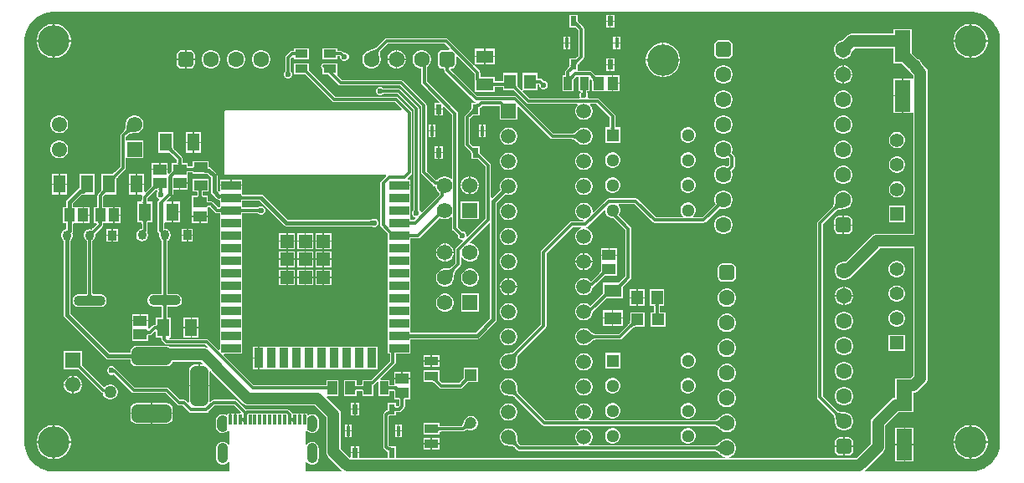
<source format=gtl>
G04*
G04 #@! TF.GenerationSoftware,Altium Limited,Altium Designer,24.2.2 (26)*
G04*
G04 Layer_Physical_Order=1*
G04 Layer_Color=255*
%FSLAX44Y44*%
%MOMM*%
G71*
G04*
G04 #@! TF.SameCoordinates,697C3EBA-3636-4A45-A11A-30362066544D*
G04*
G04*
G04 #@! TF.FilePolarity,Positive*
G04*
G01*
G75*
%ADD13C,0.2540*%
%ADD14C,0.4000*%
%ADD21R,1.2621X0.8581*%
%ADD22R,1.3300X1.3300*%
%ADD23R,0.9000X2.0000*%
%ADD24R,2.0000X0.9000*%
G04:AMPARAMS|DCode=25|XSize=1.0043mm|YSize=3.1821mm|CornerRadius=0.4369mm|HoleSize=0mm|Usage=FLASHONLY|Rotation=270.000|XOffset=0mm|YOffset=0mm|HoleType=Round|Shape=RoundedRectangle|*
%AMROUNDEDRECTD25*
21,1,1.0043,2.3084,0,0,270.0*
21,1,0.1306,3.1821,0,0,270.0*
1,1,0.8737,-1.1542,-0.0653*
1,1,0.8737,-1.1542,0.0653*
1,1,0.8737,1.1542,0.0653*
1,1,0.8737,1.1542,-0.0653*
%
%ADD25ROUNDEDRECTD25*%
G04:AMPARAMS|DCode=26|XSize=1.0043mm|YSize=0.8721mm|CornerRadius=0.4361mm|HoleSize=0mm|Usage=FLASHONLY|Rotation=270.000|XOffset=0mm|YOffset=0mm|HoleType=Round|Shape=RoundedRectangle|*
%AMROUNDEDRECTD26*
21,1,1.0043,0.0000,0,0,270.0*
21,1,0.1322,0.8721,0,0,270.0*
1,1,0.8721,0.0000,-0.0661*
1,1,0.8721,0.0000,0.0661*
1,1,0.8721,0.0000,0.0661*
1,1,0.8721,0.0000,-0.0661*
%
%ADD26ROUNDEDRECTD26*%
%ADD27R,0.8721X1.0043*%
%ADD28R,1.6000X3.2000*%
%ADD29R,0.8500X1.3500*%
%ADD30R,1.1000X1.3500*%
%ADD31R,1.3500X1.1000*%
%ADD32R,1.8062X1.3046*%
%ADD33R,1.2000X1.4500*%
%ADD34R,1.2000X1.2000*%
%ADD35R,1.0000X1.3500*%
%ADD36R,1.3500X0.9500*%
%ADD37R,1.3046X1.8062*%
%ADD38R,1.3500X1.0000*%
%ADD39R,0.6000X1.0000*%
%ADD40R,0.4500X1.0000*%
%ADD41R,0.3000X1.0000*%
%ADD50C,0.9000*%
%ADD56C,1.5500*%
%ADD57R,1.5500X1.5500*%
%ADD58C,1.4000*%
%ADD59R,1.4000X1.4000*%
%ADD60R,1.2900X1.2900*%
%ADD61C,1.2900*%
%ADD64R,1.5700X1.5700*%
%ADD65C,1.5700*%
G04:AMPARAMS|DCode=68|XSize=1.1mm|YSize=2.05mm|CornerRadius=0.55mm|HoleSize=0mm|Usage=FLASHONLY|Rotation=0.000|XOffset=0mm|YOffset=0mm|HoleType=Round|Shape=RoundedRectangle|*
%AMROUNDEDRECTD68*
21,1,1.1000,0.9500,0,0,0.0*
21,1,0.0000,2.0500,0,0,0.0*
1,1,1.1000,0.0000,-0.4750*
1,1,1.1000,0.0000,-0.4750*
1,1,1.1000,0.0000,0.4750*
1,1,1.1000,0.0000,0.4750*
%
%ADD68ROUNDEDRECTD68*%
%ADD69R,1.5500X1.5500*%
%ADD73C,1.2000*%
%ADD74C,0.3000*%
%ADD75C,0.3000*%
%ADD76C,1.6000*%
G04:AMPARAMS|DCode=77|XSize=1.6mm|YSize=1.6mm|CornerRadius=0.4mm|HoleSize=0mm|Usage=FLASHONLY|Rotation=270.000|XOffset=0mm|YOffset=0mm|HoleType=Round|Shape=RoundedRectangle|*
%AMROUNDEDRECTD77*
21,1,1.6000,0.8000,0,0,270.0*
21,1,0.8000,1.6000,0,0,270.0*
1,1,0.8000,-0.4000,-0.4000*
1,1,0.8000,-0.4000,0.4000*
1,1,0.8000,0.4000,0.4000*
1,1,0.8000,0.4000,-0.4000*
%
%ADD77ROUNDEDRECTD77*%
G04:AMPARAMS|DCode=78|XSize=1.6mm|YSize=1.6mm|CornerRadius=0.4mm|HoleSize=0mm|Usage=FLASHONLY|Rotation=180.000|XOffset=0mm|YOffset=0mm|HoleType=Round|Shape=RoundedRectangle|*
%AMROUNDEDRECTD78*
21,1,1.6000,0.8000,0,0,180.0*
21,1,0.8000,1.6000,0,0,180.0*
1,1,0.8000,-0.4000,0.4000*
1,1,0.8000,0.4000,0.4000*
1,1,0.8000,0.4000,-0.4000*
1,1,0.8000,-0.4000,-0.4000*
%
%ADD78ROUNDEDRECTD78*%
%ADD79C,1.5000*%
%ADD80R,1.5000X1.5000*%
%ADD81C,1.2000*%
%ADD82R,1.2000X1.2000*%
G04:AMPARAMS|DCode=83|XSize=4mm|YSize=1.8mm|CornerRadius=0.45mm|HoleSize=0mm|Usage=FLASHONLY|Rotation=270.000|XOffset=0mm|YOffset=0mm|HoleType=Round|Shape=RoundedRectangle|*
%AMROUNDEDRECTD83*
21,1,4.0000,0.9000,0,0,270.0*
21,1,3.1000,1.8000,0,0,270.0*
1,1,0.9000,-0.4500,-1.5500*
1,1,0.9000,-0.4500,1.5500*
1,1,0.9000,0.4500,1.5500*
1,1,0.9000,0.4500,-1.5500*
%
%ADD83ROUNDEDRECTD83*%
G04:AMPARAMS|DCode=84|XSize=4mm|YSize=1.8mm|CornerRadius=0.45mm|HoleSize=0mm|Usage=FLASHONLY|Rotation=180.000|XOffset=0mm|YOffset=0mm|HoleType=Round|Shape=RoundedRectangle|*
%AMROUNDEDRECTD84*
21,1,4.0000,0.9000,0,0,180.0*
21,1,3.1000,1.8000,0,0,180.0*
1,1,0.9000,-1.5500,0.4500*
1,1,0.9000,1.5500,0.4500*
1,1,0.9000,1.5500,-0.4500*
1,1,0.9000,-1.5500,-0.4500*
%
%ADD84ROUNDEDRECTD84*%
%ADD85C,3.2000*%
%ADD86C,0.6350*%
%ADD87C,0.6000*%
%ADD88C,1.2700*%
G36*
X1531651Y713192D02*
X1531639Y712849D01*
X1531691Y712482D01*
X1531809Y712093D01*
X1531992Y711680D01*
X1532240Y711244D01*
X1532552Y710785D01*
X1532930Y710303D01*
X1533372Y709798D01*
X1533880Y709269D01*
X1533759Y705148D01*
X1533052Y705834D01*
X1531826Y706893D01*
X1531307Y707265D01*
X1530851Y707533D01*
X1530459Y707695D01*
X1530129Y707754D01*
X1529862Y707707D01*
X1529657Y707556D01*
X1529516Y707300D01*
X1531728Y713512D01*
X1531651Y713192D01*
D02*
G37*
G36*
X1333016Y683195D02*
X1332588Y682703D01*
X1332236Y682160D01*
X1331962Y681565D01*
X1331763Y680919D01*
X1331641Y680222D01*
X1331595Y679474D01*
X1331627Y678675D01*
X1331734Y677824D01*
X1331918Y676922D01*
X1332179Y675968D01*
X1322345Y681329D01*
X1323571Y681688D01*
X1327507Y683069D01*
X1328250Y683402D01*
X1329447Y684050D01*
X1329900Y684367D01*
X1330257Y684678D01*
X1333016Y683195D01*
D02*
G37*
G36*
X1533880Y671208D02*
X1533372Y670680D01*
X1532552Y669692D01*
X1532240Y669233D01*
X1531992Y668797D01*
X1531809Y668384D01*
X1531691Y667995D01*
X1531639Y667629D01*
X1531651Y667286D01*
X1531728Y666965D01*
X1529516Y673178D01*
X1529657Y672922D01*
X1529862Y672770D01*
X1530129Y672724D01*
X1530459Y672782D01*
X1530851Y672945D01*
X1531307Y673212D01*
X1531826Y673585D01*
X1532407Y674061D01*
X1533759Y675330D01*
X1533880Y671208D01*
D02*
G37*
G36*
X1530063Y663300D02*
X1529832Y663466D01*
X1529558Y663548D01*
X1529242Y663545D01*
X1528882Y663457D01*
X1528479Y663284D01*
X1528033Y663027D01*
X1527545Y662684D01*
X1527013Y662257D01*
X1525820Y661148D01*
X1523699Y663269D01*
X1524296Y663887D01*
X1525235Y664994D01*
X1525578Y665483D01*
X1525835Y665928D01*
X1526008Y666331D01*
X1526096Y666691D01*
X1526099Y667008D01*
X1526017Y667281D01*
X1525850Y667512D01*
X1530063Y663300D01*
D02*
G37*
G36*
X1403363Y665632D02*
X1403153Y665549D01*
X1402967Y665410D01*
X1402806Y665216D01*
X1402670Y664967D01*
X1402558Y664662D01*
X1402471Y664302D01*
X1402410Y663887D01*
X1402372Y663416D01*
X1402360Y662890D01*
X1399360D01*
X1399348Y663416D01*
X1399310Y663887D01*
X1399249Y664302D01*
X1399162Y664662D01*
X1399050Y664967D01*
X1398914Y665216D01*
X1398753Y665410D01*
X1398567Y665549D01*
X1398356Y665632D01*
X1398121Y665659D01*
X1403599D01*
X1403363Y665632D01*
D02*
G37*
G36*
X1433267Y657323D02*
X1433312Y656809D01*
X1433387Y656356D01*
X1433492Y655962D01*
X1433627Y655629D01*
X1433792Y655356D01*
X1433987Y655143D01*
X1434212Y654991D01*
X1434467Y654898D01*
X1434752Y654866D01*
X1430283Y654897D01*
X1430277Y654927D01*
X1430272Y655017D01*
X1430252Y657897D01*
X1433252D01*
X1433267Y657323D01*
D02*
G37*
G36*
X1549077Y657537D02*
X1550180Y656603D01*
X1550668Y656264D01*
X1551113Y656010D01*
X1551516Y655840D01*
X1551877Y655755D01*
X1552195D01*
X1552471Y655840D01*
X1552704Y656010D01*
X1548461Y651767D01*
X1548631Y652000D01*
X1548716Y652276D01*
Y652594D01*
X1548631Y652955D01*
X1548461Y653358D01*
X1548207Y653803D01*
X1547867Y654291D01*
X1547443Y654822D01*
X1546340Y656010D01*
X1548461Y658131D01*
X1549077Y657537D01*
D02*
G37*
G36*
X1524804Y658434D02*
X1524849Y657918D01*
X1524924Y657464D01*
X1525029Y657070D01*
X1525164Y656737D01*
X1525329Y656464D01*
X1525431Y656353D01*
X1525791Y656603D01*
X1526321Y657028D01*
X1527509Y658131D01*
X1529630Y656010D01*
X1529036Y655394D01*
X1528103Y654291D01*
X1527764Y653803D01*
X1527509Y653358D01*
X1527339Y652955D01*
X1527254Y652594D01*
Y652276D01*
X1527339Y652000D01*
X1527509Y651767D01*
X1523297Y655979D01*
X1520289D01*
X1520574Y656009D01*
X1520829Y656100D01*
X1521054Y656252D01*
X1521249Y656464D01*
X1521414Y656737D01*
X1521549Y657070D01*
X1521654Y657464D01*
X1521729Y657918D01*
X1521774Y658434D01*
X1521789Y659009D01*
X1524789D01*
X1524804Y658434D01*
D02*
G37*
G36*
X1458897Y645404D02*
X1458867Y645689D01*
X1458777Y645944D01*
X1458627Y646169D01*
X1458417Y646364D01*
X1458147Y646529D01*
X1457817Y646664D01*
X1457427Y646769D01*
X1456977Y646844D01*
X1456467Y646889D01*
X1455897Y646904D01*
Y649904D01*
X1456467Y649919D01*
X1456977Y649964D01*
X1457427Y650039D01*
X1457817Y650144D01*
X1458147Y650279D01*
X1458417Y650444D01*
X1458627Y650639D01*
X1458777Y650864D01*
X1458867Y651119D01*
X1458897Y651404D01*
Y645404D01*
D02*
G37*
G36*
X1448314Y651119D02*
X1448404Y650864D01*
X1448554Y650639D01*
X1448764Y650444D01*
X1449034Y650279D01*
X1449364Y650144D01*
X1449754Y650039D01*
X1450204Y649964D01*
X1450714Y649919D01*
X1451284Y649904D01*
Y646904D01*
X1450714Y646889D01*
X1450204Y646844D01*
X1449754Y646769D01*
X1449364Y646664D01*
X1449034Y646529D01*
X1448764Y646364D01*
X1448554Y646169D01*
X1448404Y645944D01*
X1448314Y645689D01*
X1448284Y645404D01*
Y651404D01*
X1448314Y651119D01*
D02*
G37*
G36*
X1470639Y647923D02*
X1470557Y647650D01*
X1470560Y647333D01*
X1470648Y646973D01*
X1470821Y646571D01*
X1471078Y646125D01*
X1471421Y645636D01*
X1471848Y645104D01*
X1472957Y643911D01*
X1470836Y641790D01*
X1470218Y642387D01*
X1469111Y643326D01*
X1468623Y643669D01*
X1468177Y643927D01*
X1467774Y644099D01*
X1467414Y644187D01*
X1467098Y644190D01*
X1466824Y644109D01*
X1466593Y643942D01*
X1470806Y648154D01*
X1470639Y647923D01*
D02*
G37*
G36*
X1428923Y618260D02*
X1428782Y618516D01*
X1428578Y618667D01*
X1428311Y618714D01*
X1427981Y618656D01*
X1427588Y618493D01*
X1427132Y618225D01*
X1426613Y617853D01*
X1426032Y617376D01*
X1424680Y616108D01*
X1424559Y620229D01*
X1425067Y620758D01*
X1425887Y621745D01*
X1426200Y622205D01*
X1426447Y622640D01*
X1426630Y623053D01*
X1426748Y623443D01*
X1426800Y623809D01*
X1426788Y624152D01*
X1426711Y624472D01*
X1428923Y618260D01*
D02*
G37*
G36*
X1569965Y605744D02*
X1570010Y605229D01*
X1570085Y604774D01*
X1570190Y604380D01*
X1570325Y604047D01*
X1570490Y603774D01*
X1570685Y603562D01*
X1570910Y603410D01*
X1571165Y603319D01*
X1571450Y603289D01*
X1565450D01*
X1565735Y603319D01*
X1565990Y603410D01*
X1566215Y603562D01*
X1566410Y603774D01*
X1566575Y604047D01*
X1566710Y604380D01*
X1566815Y604774D01*
X1566890Y605229D01*
X1566935Y605744D01*
X1566950Y606320D01*
X1569950D01*
X1569965Y605744D01*
D02*
G37*
G36*
X1533884Y590380D02*
X1533157Y591092D01*
X1531756Y592293D01*
X1531081Y592780D01*
X1530423Y593192D01*
X1529782Y593530D01*
X1529159Y593792D01*
X1528553Y593980D01*
X1527964Y594092D01*
X1527392Y594130D01*
Y597130D01*
X1527964Y597168D01*
X1528553Y597280D01*
X1529159Y597467D01*
X1529782Y597730D01*
X1530423Y598068D01*
X1531081Y598480D01*
X1531756Y598968D01*
X1532448Y599530D01*
X1533884Y600880D01*
Y590380D01*
D02*
G37*
G36*
X1122991Y584394D02*
X1122907Y584118D01*
Y583800D01*
X1122991Y583439D01*
X1123161Y583036D01*
X1123416Y582591D01*
X1123755Y582103D01*
X1124179Y581572D01*
X1125282Y580384D01*
X1123161Y578263D01*
X1122546Y578857D01*
X1121443Y579790D01*
X1120955Y580130D01*
X1120509Y580384D01*
X1120106Y580554D01*
X1119746Y580639D01*
X1119428D01*
X1119152Y580554D01*
X1118919Y580384D01*
X1123161Y584627D01*
X1122991Y584394D01*
D02*
G37*
G36*
X1425388Y585603D02*
X1426613Y584545D01*
X1427132Y584173D01*
X1427588Y583905D01*
X1427981Y583742D01*
X1428311Y583684D01*
X1428578Y583731D01*
X1428782Y583882D01*
X1428923Y584138D01*
X1426711Y577926D01*
X1426788Y578246D01*
X1426800Y578589D01*
X1426748Y578955D01*
X1426630Y579345D01*
X1426447Y579757D01*
X1426200Y580193D01*
X1425887Y580652D01*
X1425509Y581134D01*
X1425067Y581640D01*
X1424559Y582168D01*
X1424680Y586290D01*
X1425388Y585603D01*
D02*
G37*
G36*
X1132191Y570051D02*
X1132236Y569541D01*
X1132311Y569091D01*
X1132416Y568701D01*
X1132551Y568371D01*
X1132716Y568101D01*
X1132911Y567891D01*
X1133136Y567741D01*
X1133391Y567651D01*
X1133676Y567621D01*
X1127676D01*
X1127961Y567651D01*
X1128216Y567741D01*
X1128441Y567891D01*
X1128636Y568101D01*
X1128801Y568371D01*
X1128936Y568701D01*
X1129041Y569091D01*
X1129116Y569541D01*
X1129161Y570051D01*
X1129176Y570621D01*
X1132176D01*
X1132191Y570051D01*
D02*
G37*
G36*
X1145014Y559182D02*
X1144984Y559461D01*
X1144894Y559711D01*
X1144744Y559931D01*
X1144534Y560122D01*
X1144264Y560284D01*
X1143934Y560416D01*
X1143544Y560519D01*
X1143094Y560593D01*
X1142584Y560637D01*
X1142014Y560652D01*
Y563652D01*
X1142588Y563666D01*
X1143102Y563712D01*
X1143556Y563787D01*
X1143950Y563891D01*
X1144283Y564026D01*
X1144556Y564192D01*
X1144768Y564386D01*
X1144921Y564612D01*
X1145013Y564866D01*
X1145044Y565151D01*
X1145014Y559182D01*
D02*
G37*
G36*
X1137396Y564866D02*
X1137486Y564612D01*
X1137638Y564386D01*
X1137850Y564192D01*
X1138123Y564026D01*
X1138456Y563891D01*
X1138850Y563787D01*
X1139305Y563712D01*
X1139820Y563666D01*
X1140396Y563652D01*
Y560652D01*
X1139820Y560636D01*
X1139305Y560592D01*
X1138850Y560517D01*
X1138456Y560411D01*
X1138123Y560276D01*
X1137850Y560112D01*
X1137638Y559916D01*
X1137486Y559692D01*
X1137396Y559436D01*
X1137365Y559151D01*
Y565151D01*
X1137396Y564866D01*
D02*
G37*
G36*
X1127282Y556712D02*
X1127092Y556920D01*
X1126851Y557034D01*
X1126557Y557053D01*
X1126211Y556979D01*
X1125812Y556811D01*
X1125362Y556549D01*
X1124860Y556193D01*
X1124305Y555743D01*
X1123039Y554561D01*
X1120775Y556539D01*
X1121532Y557317D01*
X1123223Y559322D01*
X1123593Y559880D01*
X1123866Y560382D01*
X1124042Y560830D01*
X1124120Y561222D01*
X1124102Y561560D01*
X1123987Y561842D01*
X1127282Y556712D01*
D02*
G37*
G36*
X1108009Y542682D02*
X1107775Y542852D01*
X1107500Y542937D01*
X1107181D01*
X1106821Y542852D01*
X1106418Y542682D01*
X1105972Y542427D01*
X1105484Y542088D01*
X1104954Y541664D01*
X1103766Y540561D01*
X1101645Y542682D01*
X1102239Y543297D01*
X1103172Y544400D01*
X1103512Y544888D01*
X1103766Y545334D01*
X1103936Y545737D01*
X1104021Y546097D01*
Y546415D01*
X1103936Y546691D01*
X1103766Y546925D01*
X1108009Y542682D01*
D02*
G37*
G36*
X1113850Y542652D02*
X1113595Y542562D01*
X1113370Y542412D01*
X1113175Y542202D01*
X1113010Y541932D01*
X1112875Y541602D01*
X1112770Y541212D01*
X1112695Y540762D01*
X1112652Y540276D01*
X1112689Y539830D01*
X1112731Y539572D01*
X1112785Y539336D01*
X1112851Y539121D01*
X1112929Y538928D01*
X1113019Y538756D01*
X1113121Y538606D01*
X1113235Y538478D01*
X1109035D01*
X1109149Y538606D01*
X1109251Y538756D01*
X1109341Y538928D01*
X1109419Y539121D01*
X1109485Y539336D01*
X1109539Y539572D01*
X1109581Y539830D01*
X1109611Y540110D01*
X1109617Y540280D01*
X1109575Y540762D01*
X1109500Y541212D01*
X1109395Y541602D01*
X1109260Y541932D01*
X1109095Y542202D01*
X1108900Y542412D01*
X1108675Y542562D01*
X1108420Y542652D01*
X1108135Y542682D01*
X1114135D01*
X1113850Y542652D01*
D02*
G37*
G36*
X1153959Y541182D02*
X1153704Y541091D01*
X1153479Y540940D01*
X1153284Y540728D01*
X1153119Y540455D01*
X1152984Y540122D01*
X1152879Y539728D01*
X1152804Y539273D01*
X1152759Y538758D01*
X1152744Y538182D01*
X1149744D01*
X1149729Y538758D01*
X1149684Y539273D01*
X1149609Y539728D01*
X1149504Y540122D01*
X1149369Y540455D01*
X1149204Y540728D01*
X1149009Y540940D01*
X1148784Y541091D01*
X1148529Y541182D01*
X1148244Y541213D01*
X1154244D01*
X1153959Y541182D01*
D02*
G37*
G36*
X1152759Y536505D02*
X1152804Y535995D01*
X1152879Y535545D01*
X1152984Y535155D01*
X1153119Y534825D01*
X1153284Y534555D01*
X1153479Y534345D01*
X1153704Y534195D01*
X1153959Y534105D01*
X1154244Y534075D01*
X1148244D01*
X1148529Y534105D01*
X1148784Y534195D01*
X1149009Y534345D01*
X1149204Y534555D01*
X1149369Y534825D01*
X1149504Y535155D01*
X1149609Y535545D01*
X1149684Y535995D01*
X1149729Y536505D01*
X1149744Y537075D01*
X1152744D01*
X1152759Y536505D01*
D02*
G37*
G36*
X1172611Y532214D02*
X1172583Y532456D01*
X1172499Y532672D01*
X1172359Y532863D01*
X1172162Y533029D01*
X1171910Y533169D01*
X1171602Y533283D01*
X1171237Y533372D01*
X1170817Y533436D01*
X1170340Y533474D01*
X1169807Y533487D01*
Y536487D01*
X1170340Y536500D01*
X1170817Y536538D01*
X1171237Y536602D01*
X1171602Y536691D01*
X1171910Y536805D01*
X1172162Y536945D01*
X1172359Y537111D01*
X1172499Y537302D01*
X1172583Y537518D01*
X1172611Y537760D01*
Y532214D01*
D02*
G37*
G36*
X1192519Y536115D02*
X1192610Y535860D01*
X1192762Y535635D01*
X1192974Y535440D01*
X1193247Y535275D01*
X1193580Y535140D01*
X1193974Y535035D01*
X1194428Y534960D01*
X1194944Y534915D01*
X1195519Y534900D01*
Y531900D01*
X1194944Y531885D01*
X1194428Y531840D01*
X1193974Y531765D01*
X1193580Y531660D01*
X1193247Y531525D01*
X1192974Y531360D01*
X1192762Y531165D01*
X1192610Y530940D01*
X1192519Y530685D01*
X1192489Y530400D01*
Y536400D01*
X1192519Y536115D01*
D02*
G37*
G36*
X1096807Y530486D02*
X1096852Y529971D01*
X1096927Y529517D01*
X1097032Y529123D01*
X1097167Y528789D01*
X1097332Y528517D01*
X1097527Y528305D01*
X1097752Y528153D01*
X1098007Y528062D01*
X1098292Y528032D01*
X1092292D01*
X1092577Y528062D01*
X1092832Y528153D01*
X1093057Y528305D01*
X1093252Y528517D01*
X1093417Y528789D01*
X1093552Y529123D01*
X1093657Y529517D01*
X1093732Y529971D01*
X1093777Y530486D01*
X1093792Y531062D01*
X1096792D01*
X1096807Y530486D01*
D02*
G37*
G36*
X1157963Y529765D02*
X1158054Y529510D01*
X1158206Y529285D01*
X1158418Y529090D01*
X1158691Y528925D01*
X1159024Y528790D01*
X1159418Y528685D01*
X1159873Y528610D01*
X1160388Y528565D01*
X1160964Y528550D01*
Y525550D01*
X1160388Y525535D01*
X1159873Y525490D01*
X1159418Y525415D01*
X1159024Y525310D01*
X1158691Y525175D01*
X1158418Y525010D01*
X1158206Y524815D01*
X1158054Y524590D01*
X1157963Y524335D01*
X1157933Y524050D01*
Y530050D01*
X1157963Y529765D01*
D02*
G37*
G36*
X1141978Y559277D02*
X1142507Y559264D01*
X1142924Y559228D01*
X1143257Y559173D01*
X1143501Y559109D01*
X1143645Y559051D01*
X1143647Y559035D01*
X1143713Y558914D01*
Y557882D01*
X1144830D01*
X1145007Y557807D01*
X1145082Y557838D01*
X1145161Y557815D01*
X1145282Y557882D01*
X1156161D01*
X1156483Y557817D01*
X1158317D01*
X1162002Y554133D01*
Y539458D01*
X1162256Y538182D01*
X1162979Y537101D01*
X1167450Y532630D01*
X1168531Y531907D01*
X1169807Y531653D01*
X1170010Y531693D01*
X1171280Y530651D01*
Y527740D01*
X1171280Y527630D01*
Y526470D01*
X1171280Y526360D01*
Y523911D01*
X1171244Y523845D01*
X1171240Y523811D01*
X1171236Y523808D01*
X1171083Y523746D01*
X1170836Y523680D01*
X1170499Y523625D01*
X1170079Y523588D01*
X1169545Y523574D01*
X1169528Y523567D01*
X1164047Y529047D01*
X1163131Y529659D01*
X1162050Y529874D01*
X1162050Y529874D01*
X1161112D01*
X1161000Y529924D01*
X1160465Y529938D01*
X1160045Y529975D01*
X1159708Y530031D01*
X1159461Y530096D01*
X1159308Y530158D01*
X1159304Y530161D01*
X1159300Y530195D01*
X1159264Y530261D01*
Y535376D01*
X1154511D01*
X1154388Y535442D01*
X1154351Y535446D01*
X1154350Y535448D01*
X1154289Y535596D01*
X1154224Y535838D01*
X1154169Y536168D01*
X1154132Y536584D01*
X1154118Y537111D01*
X1154068Y537223D01*
Y538034D01*
X1154118Y538146D01*
X1154132Y538680D01*
X1154169Y539101D01*
X1154225Y539438D01*
X1154290Y539685D01*
X1154352Y539837D01*
X1154355Y539842D01*
X1154389Y539846D01*
X1154456Y539882D01*
X1159753D01*
Y552422D01*
X1143713D01*
Y539882D01*
X1148033D01*
X1148099Y539846D01*
X1148133Y539842D01*
X1148136Y539837D01*
X1148198Y539685D01*
X1148264Y539438D01*
X1148319Y539101D01*
X1148356Y538680D01*
X1148370Y538146D01*
X1148420Y538034D01*
Y537223D01*
X1148370Y537111D01*
X1148356Y536584D01*
X1148319Y536169D01*
X1148264Y535838D01*
X1148199Y535596D01*
X1148139Y535448D01*
X1148138Y535446D01*
X1148100Y535442D01*
X1147978Y535376D01*
X1143224D01*
Y522645D01*
X1143224Y521836D01*
X1143224Y520565D01*
Y515241D01*
X1151244D01*
X1159264D01*
Y520565D01*
X1159264Y521376D01*
X1159264Y523839D01*
X1159300Y523905D01*
X1159304Y523939D01*
X1159308Y523942D01*
X1159461Y524004D01*
X1159708Y524070D01*
X1160045Y524125D01*
X1160465Y524162D01*
X1160932Y524174D01*
X1166403Y518703D01*
X1166403Y518703D01*
X1167319Y518091D01*
X1168400Y517876D01*
X1169433D01*
X1169545Y517826D01*
X1170079Y517812D01*
X1170499Y517775D01*
X1170836Y517719D01*
X1171083Y517654D01*
X1171236Y517592D01*
X1171240Y517589D01*
X1171244Y517555D01*
X1171280Y517489D01*
Y515040D01*
X1171280Y514930D01*
Y513770D01*
X1171280Y513660D01*
Y502340D01*
X1171280Y502230D01*
Y501070D01*
X1171280Y500960D01*
Y489640D01*
X1171280Y489530D01*
Y488370D01*
X1171280Y488260D01*
Y476940D01*
X1171280Y476830D01*
Y475670D01*
X1171280Y475560D01*
Y464240D01*
X1171280Y464130D01*
Y462970D01*
X1171280Y462860D01*
Y451540D01*
X1171280Y451430D01*
Y450270D01*
X1171280Y450160D01*
Y438840D01*
X1171280Y438730D01*
Y437570D01*
X1171280Y437460D01*
Y426140D01*
X1171280Y426030D01*
Y424870D01*
X1171280Y424760D01*
Y413440D01*
X1171280Y413330D01*
Y412170D01*
X1171280Y412060D01*
Y400740D01*
X1171280Y400630D01*
Y399470D01*
X1171280Y399360D01*
Y388040D01*
X1171280Y387930D01*
Y386770D01*
X1171280Y386660D01*
Y379506D01*
X1170107Y379020D01*
X1159780Y389347D01*
X1158863Y389959D01*
X1157783Y390174D01*
X1157783Y390174D01*
X1119940D01*
X1119843Y390319D01*
X1120522Y391589D01*
X1121950D01*
Y412191D01*
X1118757D01*
X1118691Y412227D01*
X1118656Y412231D01*
X1118653Y412236D01*
X1118592Y412388D01*
X1118526Y412635D01*
X1118470Y412972D01*
X1118433Y413393D01*
X1118419Y413927D01*
X1118370Y414039D01*
Y421479D01*
X1118419Y421591D01*
X1118433Y422125D01*
X1118470Y422546D01*
X1118526Y422883D01*
X1118592Y423129D01*
X1118642Y423253D01*
X1127087D01*
X1129287Y423691D01*
X1131152Y424937D01*
X1132399Y426802D01*
X1132836Y429002D01*
Y430308D01*
X1132399Y432508D01*
X1131152Y434373D01*
X1129287Y435619D01*
X1127087Y436057D01*
X1118642D01*
X1118592Y436181D01*
X1118526Y436427D01*
X1118470Y436764D01*
X1118433Y437185D01*
X1118419Y437719D01*
X1118370Y437831D01*
Y487687D01*
X1118420Y487801D01*
X1118434Y488516D01*
X1118474Y489113D01*
X1118536Y489613D01*
X1118616Y490006D01*
X1118681Y490218D01*
X1119605Y490835D01*
X1120849Y492697D01*
X1121286Y494894D01*
Y496216D01*
X1120849Y498413D01*
X1119605Y500275D01*
X1117742Y501520D01*
X1115545Y501957D01*
X1114584Y502746D01*
Y507941D01*
X1115515Y508761D01*
X1122673D01*
Y519062D01*
Y529363D01*
X1117975D01*
X1117489Y530536D01*
X1121426Y534473D01*
X1121878Y534563D01*
X1122960Y535285D01*
X1123682Y536367D01*
X1123936Y537643D01*
Y541381D01*
X1130041D01*
Y548152D01*
X1130676D01*
Y548787D01*
X1138696D01*
Y554921D01*
X1138696Y554921D01*
Y555382D01*
X1138696D01*
X1138696Y556191D01*
Y558940D01*
X1138732Y559006D01*
X1138736Y559041D01*
X1138741Y559044D01*
X1138893Y559105D01*
X1139140Y559171D01*
X1139477Y559227D01*
X1139898Y559263D01*
X1140432Y559277D01*
X1140544Y559327D01*
X1141866D01*
X1141978Y559277D01*
D02*
G37*
G36*
X1210559Y518451D02*
X1210431Y518565D01*
X1210281Y518667D01*
X1210109Y518757D01*
X1209916Y518835D01*
X1209701Y518901D01*
X1209465Y518955D01*
X1209207Y518997D01*
X1208927Y519027D01*
X1208303Y519051D01*
Y522051D01*
X1208626Y522057D01*
X1209207Y522105D01*
X1209465Y522147D01*
X1209701Y522201D01*
X1209916Y522267D01*
X1210109Y522345D01*
X1210281Y522435D01*
X1210431Y522537D01*
X1210559Y522651D01*
Y518451D01*
D02*
G37*
G36*
X1172611Y517700D02*
X1172581Y517985D01*
X1172490Y518240D01*
X1172338Y518465D01*
X1172126Y518660D01*
X1171853Y518825D01*
X1171520Y518960D01*
X1171126Y519065D01*
X1170671Y519140D01*
X1170156Y519185D01*
X1169581Y519200D01*
Y522200D01*
X1170156Y522215D01*
X1170671Y522260D01*
X1171126Y522335D01*
X1171520Y522440D01*
X1171853Y522575D01*
X1172126Y522740D01*
X1172338Y522935D01*
X1172490Y523160D01*
X1172581Y523415D01*
X1172611Y523700D01*
Y517700D01*
D02*
G37*
G36*
X1192519Y523266D02*
X1192610Y523011D01*
X1192762Y522786D01*
X1192974Y522591D01*
X1193247Y522426D01*
X1193580Y522291D01*
X1193974Y522186D01*
X1194428Y522111D01*
X1194944Y522066D01*
X1195519Y522051D01*
Y519051D01*
X1194944Y519036D01*
X1194428Y518991D01*
X1193974Y518916D01*
X1193580Y518811D01*
X1193247Y518676D01*
X1192974Y518511D01*
X1192762Y518316D01*
X1192610Y518091D01*
X1192519Y517836D01*
X1192489Y517551D01*
Y523551D01*
X1192519Y523266D01*
D02*
G37*
G36*
X1406246Y513738D02*
Y502280D01*
X1406246Y502280D01*
X1406461Y501199D01*
X1407073Y500283D01*
X1411780Y495576D01*
Y494451D01*
X1412430Y492881D01*
X1413631Y491680D01*
X1415201Y491030D01*
X1416583D01*
X1417142Y490101D01*
X1417206Y489857D01*
X1410258Y482909D01*
X1409646Y481992D01*
X1409431Y480912D01*
X1409431Y480912D01*
Y467063D01*
X1405715Y463347D01*
X1405614Y463313D01*
X1405235Y462982D01*
X1404856Y462727D01*
X1404399Y462490D01*
X1403859Y462275D01*
X1403237Y462087D01*
X1402530Y461930D01*
X1401758Y461809D01*
X1399904Y461671D01*
X1398866Y461662D01*
X1398620Y461557D01*
X1397599D01*
X1395280Y460936D01*
X1393200Y459735D01*
X1391502Y458037D01*
X1390301Y455958D01*
X1389680Y453638D01*
Y451237D01*
X1390301Y448917D01*
X1391502Y446838D01*
X1393200Y445140D01*
X1395280Y443939D01*
X1397599Y443317D01*
X1400000D01*
X1402320Y443939D01*
X1404400Y445140D01*
X1406098Y446838D01*
X1407298Y448917D01*
X1407920Y451237D01*
Y452245D01*
X1408023Y452475D01*
X1408084Y454523D01*
X1408169Y455378D01*
X1408292Y456168D01*
X1408450Y456874D01*
X1408638Y457497D01*
X1408853Y458037D01*
X1409090Y458494D01*
X1409344Y458873D01*
X1409675Y459252D01*
X1409709Y459352D01*
X1414252Y463896D01*
X1414252Y463896D01*
X1414864Y464812D01*
X1415079Y465893D01*
Y472854D01*
X1416349Y473195D01*
X1416902Y472238D01*
X1418600Y470540D01*
X1420680Y469339D01*
X1422999Y468717D01*
X1425400D01*
X1427720Y469339D01*
X1429800Y470540D01*
X1431497Y472238D01*
X1432698Y474317D01*
X1433320Y476637D01*
Y479038D01*
X1432698Y481358D01*
X1431497Y483437D01*
X1429800Y485135D01*
X1427720Y486336D01*
X1425400Y486957D01*
X1424091D01*
X1423565Y488227D01*
X1443196Y507858D01*
X1444466Y507332D01*
Y411366D01*
X1430134Y397034D01*
X1363820D01*
Y399360D01*
X1363820Y399470D01*
Y400630D01*
X1363820Y400740D01*
Y412060D01*
X1363820Y412170D01*
Y413330D01*
X1363820Y413440D01*
Y424760D01*
X1363820Y424870D01*
Y426030D01*
X1363820Y426140D01*
Y437460D01*
X1363820Y437570D01*
Y438730D01*
X1363820Y438840D01*
Y450160D01*
X1363820Y450270D01*
Y451430D01*
X1363820Y451540D01*
Y462860D01*
X1363820Y462970D01*
Y464130D01*
X1363820Y464240D01*
Y475560D01*
X1363820Y475670D01*
Y476830D01*
X1363820Y476940D01*
Y488260D01*
X1363820Y488370D01*
Y489530D01*
X1363820Y489640D01*
Y492476D01*
X1371600D01*
X1372681Y492691D01*
X1373597Y493303D01*
X1393346Y513052D01*
X1394930Y512138D01*
X1397249Y511516D01*
X1399651D01*
X1401970Y512138D01*
X1404050Y513339D01*
X1404975Y514264D01*
X1406246Y513738D01*
D02*
G37*
G36*
X1098007Y510031D02*
X1097752Y509941D01*
X1097527Y509791D01*
X1097332Y509581D01*
X1097167Y509311D01*
X1097032Y508981D01*
X1096927Y508591D01*
X1096852Y508141D01*
X1096807Y507631D01*
X1096792Y507061D01*
X1093792D01*
X1093777Y507631D01*
X1093732Y508141D01*
X1093657Y508591D01*
X1093552Y508981D01*
X1093417Y509311D01*
X1093252Y509581D01*
X1093057Y509791D01*
X1092832Y509941D01*
X1092577Y510031D01*
X1092292Y510061D01*
X1098292D01*
X1098007Y510031D01*
D02*
G37*
G36*
X1325008Y505900D02*
X1324971Y505919D01*
X1324901Y505936D01*
X1324796Y505951D01*
X1324485Y505975D01*
X1323456Y505999D01*
X1323114Y506000D01*
Y510000D01*
X1325008Y510100D01*
Y505900D01*
D02*
G37*
G36*
X1112654Y501558D02*
X1113735Y500628D01*
X1113933Y500500D01*
X1114101Y500414D01*
X1114240Y500369D01*
X1114350Y500367D01*
X1114431Y500406D01*
X1111540Y497781D01*
X1111587Y497856D01*
X1111593Y497959D01*
X1111559Y498089D01*
X1111485Y498246D01*
X1111370Y498432D01*
X1111215Y498645D01*
X1111019Y498885D01*
X1110506Y499450D01*
X1110189Y499773D01*
X1112311Y501894D01*
X1112654Y501558D01*
D02*
G37*
G36*
X1118245Y491723D02*
X1117993Y491605D01*
X1117771Y491408D01*
X1117579Y491133D01*
X1117416Y490779D01*
X1117282Y490346D01*
X1117179Y489835D01*
X1117104Y489245D01*
X1117060Y488576D01*
X1117045Y487828D01*
X1114045D01*
X1114030Y488576D01*
X1113912Y489835D01*
X1113808Y490346D01*
X1113675Y490779D01*
X1113512Y491133D01*
X1113319Y491408D01*
X1113097Y491605D01*
X1112845Y491723D01*
X1112564Y491762D01*
X1118527D01*
X1118245Y491723D01*
D02*
G37*
G36*
X1408639Y460156D02*
X1408251Y459711D01*
X1407905Y459195D01*
X1407601Y458609D01*
X1407339Y457951D01*
X1407119Y457223D01*
X1406941Y456423D01*
X1406805Y455553D01*
X1406711Y454612D01*
X1406649Y452516D01*
X1398878Y460287D01*
X1399962Y460297D01*
X1401915Y460443D01*
X1402786Y460579D01*
X1403585Y460756D01*
X1404314Y460977D01*
X1404971Y461239D01*
X1405558Y461543D01*
X1406073Y461889D01*
X1406518Y462277D01*
X1408639Y460156D01*
D02*
G37*
G36*
X1117060Y437108D02*
X1117105Y436592D01*
X1117180Y436138D01*
X1117285Y435744D01*
X1117420Y435410D01*
X1117585Y435138D01*
X1117780Y434926D01*
X1118005Y434774D01*
X1118260Y434683D01*
X1118545Y434653D01*
X1112545D01*
X1112830Y434683D01*
X1113085Y434774D01*
X1113310Y434926D01*
X1113505Y435138D01*
X1113670Y435410D01*
X1113805Y435744D01*
X1113910Y436138D01*
X1113985Y436592D01*
X1114030Y437108D01*
X1114045Y437683D01*
X1117045D01*
X1117060Y437108D01*
D02*
G37*
G36*
X1118260Y424627D02*
X1118005Y424536D01*
X1117780Y424384D01*
X1117585Y424172D01*
X1117420Y423899D01*
X1117285Y423566D01*
X1117180Y423172D01*
X1117105Y422718D01*
X1117060Y422202D01*
X1117045Y421627D01*
X1114045D01*
X1114030Y422202D01*
X1113985Y422718D01*
X1113910Y423172D01*
X1113805Y423566D01*
X1113670Y423899D01*
X1113505Y424172D01*
X1113310Y424384D01*
X1113085Y424536D01*
X1112830Y424627D01*
X1112545Y424657D01*
X1118545D01*
X1118260Y424627D01*
D02*
G37*
G36*
X1117060Y413315D02*
X1117105Y412800D01*
X1117180Y412345D01*
X1117285Y411951D01*
X1117420Y411618D01*
X1117585Y411345D01*
X1117780Y411133D01*
X1118005Y410981D01*
X1118260Y410891D01*
X1118545Y410860D01*
X1112545D01*
X1112830Y410891D01*
X1113085Y410981D01*
X1113310Y411133D01*
X1113505Y411345D01*
X1113670Y411618D01*
X1113805Y411951D01*
X1113910Y412345D01*
X1113985Y412800D01*
X1114030Y413315D01*
X1114045Y413891D01*
X1117045D01*
X1117060Y413315D01*
D02*
G37*
G36*
X1107694Y399360D02*
X1107669Y399556D01*
X1107592Y399731D01*
X1107464Y399885D01*
X1107284Y400019D01*
X1107054Y400133D01*
X1106772Y400225D01*
X1106439Y400298D01*
X1106055Y400349D01*
X1105620Y400380D01*
X1105133Y400390D01*
Y403390D01*
X1105620Y403400D01*
X1106439Y403483D01*
X1106772Y403555D01*
X1107054Y403648D01*
X1107284Y403761D01*
X1107464Y403895D01*
X1107592Y404050D01*
X1107669Y404225D01*
X1107694Y404421D01*
Y399360D01*
D02*
G37*
G36*
X1097325Y399388D02*
X1097409Y399172D01*
X1097549Y398981D01*
X1097745Y398815D01*
X1097997Y398675D01*
X1098306Y398561D01*
X1098670Y398472D01*
X1099091Y398408D01*
X1099567Y398370D01*
X1100100Y398357D01*
Y395357D01*
X1099567Y395344D01*
X1099091Y395306D01*
X1098670Y395243D01*
X1098306Y395153D01*
X1097997Y395039D01*
X1097745Y394899D01*
X1097549Y394733D01*
X1097409Y394542D01*
X1097325Y394326D01*
X1097297Y394084D01*
Y399630D01*
X1097325Y399388D01*
D02*
G37*
G36*
X1117365Y392862D02*
X1117148Y392779D01*
X1116957Y392640D01*
X1116792Y392446D01*
X1116652Y392196D01*
X1116537Y391891D01*
X1116448Y391531D01*
X1116384Y391115D01*
X1116346Y390644D01*
X1116333Y390117D01*
X1113334D01*
X1113321Y390644D01*
X1113282Y391115D01*
X1113219Y391531D01*
X1113130Y391891D01*
X1113015Y392196D01*
X1112875Y392446D01*
X1112710Y392640D01*
X1112519Y392779D01*
X1112302Y392862D01*
X1112060Y392890D01*
X1117607D01*
X1117365Y392862D01*
D02*
G37*
G36*
X1348777Y341340D02*
X1348808Y337687D01*
X1348775Y337972D01*
X1348683Y338227D01*
X1348530Y338452D01*
X1348317Y338647D01*
X1348044Y338812D01*
X1347711Y338947D01*
X1347318Y339052D01*
X1346864Y339127D01*
X1346351Y339172D01*
X1345777Y339187D01*
Y342187D01*
X1348777Y341340D01*
D02*
G37*
G36*
X1341373Y343402D02*
X1341464Y343147D01*
X1341615Y342922D01*
X1341827Y342727D01*
X1342100Y342562D01*
X1342433Y342427D01*
X1342827Y342322D01*
X1343282Y342247D01*
X1343797Y342202D01*
X1344373Y342187D01*
Y339187D01*
X1343797Y339172D01*
X1343282Y339127D01*
X1342827Y339052D01*
X1342433Y338947D01*
X1342100Y338812D01*
X1341827Y338647D01*
X1341615Y338452D01*
X1341464Y338227D01*
X1341373Y337972D01*
X1341342Y337687D01*
Y343687D01*
X1341373Y343402D01*
D02*
G37*
G36*
X1316434Y337687D02*
X1316404Y337972D01*
X1316314Y338227D01*
X1316164Y338452D01*
X1315954Y338647D01*
X1315684Y338812D01*
X1315354Y338947D01*
X1314964Y339052D01*
X1314514Y339127D01*
X1314004Y339172D01*
X1313434Y339187D01*
Y342187D01*
X1314004Y342202D01*
X1314514Y342247D01*
X1314964Y342322D01*
X1315354Y342427D01*
X1315684Y342562D01*
X1315954Y342727D01*
X1316164Y342922D01*
X1316314Y343147D01*
X1316404Y343402D01*
X1316434Y343687D01*
Y337687D01*
D02*
G37*
G36*
X1308038Y343402D02*
X1308127Y343147D01*
X1308277Y342922D01*
X1308488Y342727D01*
X1308757Y342562D01*
X1309088Y342427D01*
X1309478Y342322D01*
X1309928Y342247D01*
X1310437Y342202D01*
X1311008Y342187D01*
Y339187D01*
X1310437Y339172D01*
X1309928Y339127D01*
X1309478Y339052D01*
X1309088Y338947D01*
X1308757Y338812D01*
X1308488Y338647D01*
X1308277Y338452D01*
X1308127Y338227D01*
X1308038Y337972D01*
X1308008Y337687D01*
Y343687D01*
X1308038Y343402D01*
D02*
G37*
G36*
X1358212Y330371D02*
X1357957Y330281D01*
X1357732Y330131D01*
X1357537Y329921D01*
X1357372Y329651D01*
X1357237Y329321D01*
X1357132Y328931D01*
X1357057Y328481D01*
X1357012Y327971D01*
X1356997Y327401D01*
X1353997D01*
X1353982Y327971D01*
X1353937Y328481D01*
X1353862Y328931D01*
X1353757Y329321D01*
X1353622Y329651D01*
X1353457Y329921D01*
X1353262Y330131D01*
X1353037Y330281D01*
X1352782Y330371D01*
X1352497Y330401D01*
X1358497D01*
X1358212Y330371D01*
D02*
G37*
G36*
X1347908Y321924D02*
X1347999Y321669D01*
X1348150Y321444D01*
X1348362Y321249D01*
X1348635Y321084D01*
X1348968Y320949D01*
X1349362Y320844D01*
X1349817Y320769D01*
X1350332Y320724D01*
X1350908Y320709D01*
Y317709D01*
X1350332Y317694D01*
X1349817Y317649D01*
X1349362Y317574D01*
X1348968Y317469D01*
X1348635Y317334D01*
X1348362Y317169D01*
X1348150Y316974D01*
X1347999Y316749D01*
X1347908Y316494D01*
X1347877Y316209D01*
Y322209D01*
X1347908Y321924D01*
D02*
G37*
G36*
X1266893Y312278D02*
X1268318Y311256D01*
X1269354Y309842D01*
X1269900Y308176D01*
X1269900Y307300D01*
X1269900Y301800D01*
X1269900D01*
X1269900Y300924D01*
X1269354Y299258D01*
X1268318Y297844D01*
X1266893Y296822D01*
X1265221Y296294D01*
X1263468Y296311D01*
X1261808Y296873D01*
X1260404Y297923D01*
X1259900Y298640D01*
X1259900Y310460D01*
Y310460D01*
X1260404Y311177D01*
X1261808Y312227D01*
X1263468Y312789D01*
X1265221Y312806D01*
X1266893Y312278D01*
D02*
G37*
G36*
X1245261Y310094D02*
X1245594Y310065D01*
X1246170Y310050D01*
Y307050D01*
X1245594Y307035D01*
X1245261Y307006D01*
Y305550D01*
X1245231Y305835D01*
X1245140Y306090D01*
X1244988Y306315D01*
X1244776Y306510D01*
X1244503Y306675D01*
X1244200Y306798D01*
X1243897Y306675D01*
X1243624Y306510D01*
X1243412Y306315D01*
X1243260Y306090D01*
X1243169Y305835D01*
X1243139Y305550D01*
Y307006D01*
X1242806Y307035D01*
X1242231Y307050D01*
Y310050D01*
X1242806Y310065D01*
X1243139Y310094D01*
Y311550D01*
X1243169Y311265D01*
X1243260Y311010D01*
X1243412Y310785D01*
X1243624Y310590D01*
X1243897Y310425D01*
X1244200Y310302D01*
X1244503Y310425D01*
X1244776Y310590D01*
X1244988Y310785D01*
X1245140Y311010D01*
X1245231Y311265D01*
X1245261Y311550D01*
Y310094D01*
D02*
G37*
G36*
X1195261D02*
X1195594Y310065D01*
X1196170Y310050D01*
Y307050D01*
X1195594Y307035D01*
X1195261Y307006D01*
Y305550D01*
X1195231Y305835D01*
X1195140Y306090D01*
X1194988Y306315D01*
X1194776Y306510D01*
X1194503Y306675D01*
X1194200Y306798D01*
X1193897Y306675D01*
X1193624Y306510D01*
X1193412Y306315D01*
X1193260Y306090D01*
X1193169Y305835D01*
X1193139Y305550D01*
Y307006D01*
X1192806Y307035D01*
X1192231Y307050D01*
Y310050D01*
X1192806Y310065D01*
X1193139Y310094D01*
Y311550D01*
X1193169Y311265D01*
X1193260Y311010D01*
X1193412Y310785D01*
X1193624Y310590D01*
X1193897Y310425D01*
X1194200Y310302D01*
X1194503Y310425D01*
X1194776Y310590D01*
X1194988Y310785D01*
X1195140Y311010D01*
X1195231Y311265D01*
X1195261Y311550D01*
Y310094D01*
D02*
G37*
G36*
X1174931Y312789D02*
X1176592Y312227D01*
X1177996Y311177D01*
X1178500Y310460D01*
X1178500Y310460D01*
Y298640D01*
X1177996Y297923D01*
X1176592Y296873D01*
X1174931Y296311D01*
X1173179Y296294D01*
X1171507Y296822D01*
X1170082Y297844D01*
X1169046Y299258D01*
X1168500Y300924D01*
X1168500Y301800D01*
X1168500D01*
Y307300D01*
X1168500Y308176D01*
X1169046Y309842D01*
X1170082Y311256D01*
X1171507Y312278D01*
X1173179Y312806D01*
X1174931Y312789D01*
D02*
G37*
G36*
X1470550Y289737D02*
X1470692Y287898D01*
X1470825Y287076D01*
X1470998Y286319D01*
X1471212Y285627D01*
X1471468Y285001D01*
X1471764Y284440D01*
X1472101Y283944D01*
X1472479Y283512D01*
X1470358Y281391D01*
X1469926Y281769D01*
X1469430Y282106D01*
X1468869Y282402D01*
X1468243Y282658D01*
X1467551Y282872D01*
X1466794Y283045D01*
X1465972Y283178D01*
X1465085Y283270D01*
X1463115Y283330D01*
X1470540Y290755D01*
X1470550Y289737D01*
D02*
G37*
G36*
X1678214Y274049D02*
X1677421Y274828D01*
X1675901Y276140D01*
X1675173Y276674D01*
X1674468Y277125D01*
X1673784Y277493D01*
X1673123Y277780D01*
X1672483Y277985D01*
X1671865Y278109D01*
X1671269Y278150D01*
Y281150D01*
X1671865Y281190D01*
X1672483Y281313D01*
X1673123Y281518D01*
X1673784Y281805D01*
X1674468Y282174D01*
X1675173Y282626D01*
X1675901Y283158D01*
X1676650Y283773D01*
X1678214Y285250D01*
Y274049D01*
D02*
G37*
G36*
X1930400Y721861D02*
X1932347Y721861D01*
X1936209Y721352D01*
X1939971Y720344D01*
X1943569Y718854D01*
X1946942Y716907D01*
X1950032Y714536D01*
X1952786Y711782D01*
X1955157Y708692D01*
X1957104Y705319D01*
X1958595Y701721D01*
X1959603Y697959D01*
X1960111Y694097D01*
X1960111Y692150D01*
X1960111Y285750D01*
X1960111Y283803D01*
X1959603Y279941D01*
X1958595Y276179D01*
X1957104Y272581D01*
X1955157Y269208D01*
X1952786Y266118D01*
X1950032Y263364D01*
X1946942Y260993D01*
X1943569Y259046D01*
X1939971Y257555D01*
X1936209Y256547D01*
X1932347Y256039D01*
X1930400D01*
X1823955Y256039D01*
X1823429Y257309D01*
X1842092Y275972D01*
X1842092Y275972D01*
X1843258Y277491D01*
X1843990Y279259D01*
X1844240Y281157D01*
Y302605D01*
X1857532Y315896D01*
X1861630D01*
X1862106Y315959D01*
X1872900D01*
Y335940D01*
X1874468Y336146D01*
X1876237Y336879D01*
X1877756Y338044D01*
X1884785Y345074D01*
X1884785Y345074D01*
X1885950Y346592D01*
X1886683Y348361D01*
X1886933Y350259D01*
X1886933Y350259D01*
Y489555D01*
Y500477D01*
Y509173D01*
Y521892D01*
Y529052D01*
Y541770D01*
Y554380D01*
Y572969D01*
Y581666D01*
Y594385D01*
Y606025D01*
Y618635D01*
Y637224D01*
Y645921D01*
Y660400D01*
X1886933Y660400D01*
X1886683Y662298D01*
X1885950Y664066D01*
X1884785Y665585D01*
X1884785Y665585D01*
X1881061Y669309D01*
X1880458Y670766D01*
X1879292Y672284D01*
X1879292Y672285D01*
X1879115Y672462D01*
X1877597Y673627D01*
X1877031Y673861D01*
X1871046Y679846D01*
Y704016D01*
X1852506D01*
Y699483D01*
X1810295D01*
X1808397Y699233D01*
X1806629Y698500D01*
X1805110Y697335D01*
X1805110Y697335D01*
X1800581Y692806D01*
X1800461D01*
X1798103Y692174D01*
X1795989Y690954D01*
X1794263Y689228D01*
X1793043Y687114D01*
X1792411Y684756D01*
Y682316D01*
X1793043Y679958D01*
X1794263Y677844D01*
X1795989Y676118D01*
X1797328Y675345D01*
X1798015Y674818D01*
X1799783Y674086D01*
X1801681Y673836D01*
X1803579Y674086D01*
X1805348Y674818D01*
X1806034Y675345D01*
X1807373Y676118D01*
X1809099Y677844D01*
X1810320Y679958D01*
X1810951Y682316D01*
Y682436D01*
X1813333Y684817D01*
X1852506D01*
Y669476D01*
X1860676D01*
X1867638Y662514D01*
X1867757Y662226D01*
X1868922Y660707D01*
X1872267Y657363D01*
Y654134D01*
X1871046Y654016D01*
X1870997Y654016D01*
X1862411D01*
Y636746D01*
Y619476D01*
X1870997D01*
X1871046Y619476D01*
X1872267Y619358D01*
Y606025D01*
Y594385D01*
Y581666D01*
Y572969D01*
Y554380D01*
Y541770D01*
Y529052D01*
Y521892D01*
Y509173D01*
Y496888D01*
X1835755D01*
X1833857Y496638D01*
X1832089Y495905D01*
X1830570Y494740D01*
X1830570Y494740D01*
X1804247Y468418D01*
X1803598Y468591D01*
X1801158D01*
X1798800Y467960D01*
X1796686Y466739D01*
X1794960Y465013D01*
X1793740Y462900D01*
X1793108Y460542D01*
Y458101D01*
X1793740Y455743D01*
X1794960Y453630D01*
X1796686Y451904D01*
X1798800Y450683D01*
X1801158Y450051D01*
X1803598D01*
X1805956Y450683D01*
X1808070Y451904D01*
X1809796Y453630D01*
X1809827Y453684D01*
X1809953Y453736D01*
X1811472Y454902D01*
X1838792Y482222D01*
X1872267D01*
Y353296D01*
X1869533Y350562D01*
X1865630D01*
X1865153Y350499D01*
X1854360D01*
Y339706D01*
X1854297Y339229D01*
Y330536D01*
X1852597Y330312D01*
X1850828Y329580D01*
X1849310Y328414D01*
X1831722Y310827D01*
X1830557Y309308D01*
X1829824Y307540D01*
X1829574Y305642D01*
Y284195D01*
X1814713Y269333D01*
X1686147D01*
X1685980Y270603D01*
X1687505Y271011D01*
X1689619Y272232D01*
X1691345Y273958D01*
X1692565Y276071D01*
X1693197Y278429D01*
Y280870D01*
X1692565Y283228D01*
X1691345Y285341D01*
X1689619Y287067D01*
X1687505Y288288D01*
X1685147Y288920D01*
X1682706D01*
X1680349Y288288D01*
X1678235Y287067D01*
X1677507Y286339D01*
X1677270Y286249D01*
X1675741Y284806D01*
X1675058Y284245D01*
X1674396Y283760D01*
X1673770Y283360D01*
X1673183Y283043D01*
X1672638Y282807D01*
X1672138Y282646D01*
X1671683Y282556D01*
X1671174Y282521D01*
X1671080Y282474D01*
X1544846D01*
X1544506Y283744D01*
X1544625Y283812D01*
X1546258Y285445D01*
X1547412Y287445D01*
X1548010Y289675D01*
Y291985D01*
X1547412Y294215D01*
X1546258Y296215D01*
X1544625Y297848D01*
X1542625Y299002D01*
X1540395Y299600D01*
X1538085D01*
X1535855Y299002D01*
X1533855Y297848D01*
X1532222Y296215D01*
X1531068Y294215D01*
X1530470Y291985D01*
Y289675D01*
X1531068Y287445D01*
X1532222Y285445D01*
X1533855Y283812D01*
X1533974Y283744D01*
X1533634Y282474D01*
X1475390D01*
X1473547Y284317D01*
X1473512Y284419D01*
X1473190Y284786D01*
X1472944Y285149D01*
X1472715Y285582D01*
X1472508Y286091D01*
X1472327Y286677D01*
X1472175Y287339D01*
X1472058Y288061D01*
X1471924Y289797D01*
X1471914Y290768D01*
X1471810Y291013D01*
Y291985D01*
X1471212Y294215D01*
X1470058Y296215D01*
X1468425Y297848D01*
X1466425Y299002D01*
X1464195Y299600D01*
X1461885D01*
X1459655Y299002D01*
X1457655Y297848D01*
X1456022Y296215D01*
X1454868Y294215D01*
X1454270Y291985D01*
Y289675D01*
X1454868Y287445D01*
X1456022Y285445D01*
X1457655Y283812D01*
X1459655Y282658D01*
X1461885Y282060D01*
X1462843D01*
X1463073Y281956D01*
X1464993Y281897D01*
X1465792Y281815D01*
X1466531Y281695D01*
X1467193Y281544D01*
X1467779Y281362D01*
X1468288Y281155D01*
X1468721Y280926D01*
X1469084Y280680D01*
X1469451Y280358D01*
X1469553Y280323D01*
X1472223Y277652D01*
X1472223Y277652D01*
X1473140Y277040D01*
X1474220Y276825D01*
X1474221Y276825D01*
X1671080D01*
X1671174Y276778D01*
X1671683Y276743D01*
X1672138Y276653D01*
X1672639Y276492D01*
X1673183Y276256D01*
X1673770Y275939D01*
X1674396Y275539D01*
X1675044Y275064D01*
X1676489Y273817D01*
X1677250Y273069D01*
X1677497Y272969D01*
X1678235Y272232D01*
X1680349Y271011D01*
X1681874Y270603D01*
X1681706Y269333D01*
X1349208D01*
Y281479D01*
X1343712D01*
X1343438Y281533D01*
X1343438Y281533D01*
X1342608D01*
X1342195Y281946D01*
Y312471D01*
X1342608Y312885D01*
X1343438D01*
X1343438Y312885D01*
X1343712Y312939D01*
X1349208D01*
Y315998D01*
X1349244Y316064D01*
X1349248Y316098D01*
X1349253Y316101D01*
X1349405Y316163D01*
X1349652Y316228D01*
X1349989Y316284D01*
X1350410Y316321D01*
X1350944Y316335D01*
X1351056Y316385D01*
X1352840D01*
X1352840Y316385D01*
X1353921Y316600D01*
X1354837Y317212D01*
X1357494Y319868D01*
X1357494Y319868D01*
X1358106Y320785D01*
X1358321Y321866D01*
X1358321Y321866D01*
Y327253D01*
X1358371Y327365D01*
X1358385Y327892D01*
X1358421Y328307D01*
X1358477Y328639D01*
X1358542Y328881D01*
X1358602Y329028D01*
X1358603Y329030D01*
X1358641Y329034D01*
X1358763Y329101D01*
X1363517D01*
Y342331D01*
X1363517Y342641D01*
Y343601D01*
X1363517Y343911D01*
Y349736D01*
X1347477D01*
X1347477Y343601D01*
X1346244Y343512D01*
X1345899D01*
X1345777Y343562D01*
X1345656Y343512D01*
X1344521D01*
X1344409Y343561D01*
X1343875Y343575D01*
X1343454Y343612D01*
X1343117Y343668D01*
X1342870Y343733D01*
X1342718Y343795D01*
X1342713Y343798D01*
X1342709Y343833D01*
X1342673Y343899D01*
Y348707D01*
X1333962D01*
X1333476Y349881D01*
X1348197Y364601D01*
X1348197Y364602D01*
X1348809Y365518D01*
X1349024Y366599D01*
Y375230D01*
X1363820D01*
Y386660D01*
X1363820Y386770D01*
Y387930D01*
X1363820Y388040D01*
Y390366D01*
X1431515D01*
X1432791Y390620D01*
X1433872Y391343D01*
X1450157Y407628D01*
X1450880Y408709D01*
X1451134Y409985D01*
Y528209D01*
X1459609Y536684D01*
X1459655Y536658D01*
X1461885Y536060D01*
X1464195D01*
X1466425Y536658D01*
X1468425Y537812D01*
X1470058Y539445D01*
X1471212Y541445D01*
X1471810Y543675D01*
Y545985D01*
X1471212Y548215D01*
X1470058Y550215D01*
X1468425Y551848D01*
X1466425Y553002D01*
X1464195Y553600D01*
X1461885D01*
X1459655Y553002D01*
X1457655Y551848D01*
X1456022Y550215D01*
X1454868Y548215D01*
X1454270Y545985D01*
Y543675D01*
X1454868Y541445D01*
X1454894Y541399D01*
X1446521Y533026D01*
X1445251Y533552D01*
Y566422D01*
X1445251Y566422D01*
X1445036Y567503D01*
X1444424Y568419D01*
X1444424Y568419D01*
X1433920Y578923D01*
Y585469D01*
X1427683D01*
X1427465Y585625D01*
X1426316Y586618D01*
X1425638Y587276D01*
X1425520Y587323D01*
X1424078Y588765D01*
Y613633D01*
X1425508Y615063D01*
X1425621Y615106D01*
X1426939Y616342D01*
X1427451Y616762D01*
X1427683Y616929D01*
X1433920D01*
Y624028D01*
X1434231Y624090D01*
X1435147Y624702D01*
X1436790Y626345D01*
X1453730D01*
X1454270Y625806D01*
Y612260D01*
X1471810D01*
Y625524D01*
X1472983Y626010D01*
X1505360Y593633D01*
X1505360Y593633D01*
X1506277Y593021D01*
X1507357Y592806D01*
X1527206D01*
X1527302Y592758D01*
X1527789Y592726D01*
X1528220Y592644D01*
X1528688Y592499D01*
X1529194Y592286D01*
X1529737Y592000D01*
X1530312Y591639D01*
X1530905Y591211D01*
X1532228Y590078D01*
X1532921Y589398D01*
X1533168Y589299D01*
X1533855Y588612D01*
X1535855Y587458D01*
X1538085Y586860D01*
X1540395D01*
X1542625Y587458D01*
X1544625Y588612D01*
X1546258Y590245D01*
X1547412Y592245D01*
X1548010Y594475D01*
Y596785D01*
X1547412Y599015D01*
X1546258Y601015D01*
X1544625Y602648D01*
X1542625Y603802D01*
X1540395Y604400D01*
X1538085D01*
X1535855Y603802D01*
X1533855Y602648D01*
X1533178Y601971D01*
X1532942Y601881D01*
X1531542Y600565D01*
X1530919Y600059D01*
X1530312Y599621D01*
X1529737Y599260D01*
X1529194Y598974D01*
X1528688Y598761D01*
X1528220Y598616D01*
X1527789Y598534D01*
X1527302Y598502D01*
X1527206Y598454D01*
X1508527D01*
X1471545Y635437D01*
X1470629Y636049D01*
X1469548Y636264D01*
X1469548Y636264D01*
X1431480D01*
X1404747Y662997D01*
X1404743Y663254D01*
X1405189Y664351D01*
X1406784Y664668D01*
X1408527Y665833D01*
X1409692Y667576D01*
X1410101Y669633D01*
Y676043D01*
X1411371Y676570D01*
X1428928Y659012D01*
Y658018D01*
X1428878Y657897D01*
X1428880Y657892D01*
X1428878Y657887D01*
X1428897Y655007D01*
X1428912Y654973D01*
X1428899Y654938D01*
X1428905Y654848D01*
X1428928Y654799D01*
Y654670D01*
X1428927Y654666D01*
X1428928Y654662D01*
Y653427D01*
X1428928Y653427D01*
X1428982Y653154D01*
Y640611D01*
X1449584D01*
Y645137D01*
X1449651Y645260D01*
X1449655Y645298D01*
X1449656Y645298D01*
X1449805Y645359D01*
X1450046Y645424D01*
X1450377Y645479D01*
X1450793Y645516D01*
X1451320Y645530D01*
X1451432Y645580D01*
X1455749D01*
X1455861Y645530D01*
X1456388Y645516D01*
X1456803Y645479D01*
X1457135Y645424D01*
X1457377Y645359D01*
X1457524Y645299D01*
X1457526Y645298D01*
X1457530Y645260D01*
X1457597Y645137D01*
Y642611D01*
X1466332D01*
X1466375Y642585D01*
X1466485Y642611D01*
X1466488D01*
X1466593Y642567D01*
X1466699Y642611D01*
X1467706D01*
X1467883Y642509D01*
X1468270Y642237D01*
X1469295Y641368D01*
X1469881Y640801D01*
X1469998Y640755D01*
X1481451Y629303D01*
X1482367Y628691D01*
X1483448Y628476D01*
X1532487D01*
X1533013Y627206D01*
X1532222Y626415D01*
X1531068Y624415D01*
X1530470Y622185D01*
Y619875D01*
X1531068Y617645D01*
X1532222Y615645D01*
X1533855Y614012D01*
X1535855Y612858D01*
X1538085Y612260D01*
X1540395D01*
X1542625Y612858D01*
X1544625Y614012D01*
X1546258Y615645D01*
X1547412Y617645D01*
X1548010Y619875D01*
Y622185D01*
X1547412Y624415D01*
X1546258Y626415D01*
X1545467Y627206D01*
X1545993Y628476D01*
X1551930D01*
X1565626Y614780D01*
Y606468D01*
X1565576Y606355D01*
X1565562Y605821D01*
X1565525Y605400D01*
X1565470Y605064D01*
X1565404Y604817D01*
X1565342Y604664D01*
X1565339Y604660D01*
X1565305Y604656D01*
X1565239Y604620D01*
X1560730D01*
Y589180D01*
X1576170D01*
Y604620D01*
X1571661D01*
X1571595Y604656D01*
X1571561Y604660D01*
X1571558Y604664D01*
X1571496Y604817D01*
X1571431Y605064D01*
X1571375Y605400D01*
X1571338Y605821D01*
X1571324Y606355D01*
X1571274Y606468D01*
Y615950D01*
X1571059Y617031D01*
X1570447Y617947D01*
X1555097Y633297D01*
X1554181Y633909D01*
X1553100Y634124D01*
X1553100Y634124D01*
X1544184D01*
X1543359Y635394D01*
X1543701Y636221D01*
Y637919D01*
X1543051Y639489D01*
X1542540Y640000D01*
X1542689Y641270D01*
X1545309D01*
Y652743D01*
X1546557Y653288D01*
X1547161Y652680D01*
Y651946D01*
X1547087Y651767D01*
X1547130Y651662D01*
X1547104Y651552D01*
X1547161Y651459D01*
Y641270D01*
X1560391D01*
X1560701Y641270D01*
X1561661D01*
X1561971Y641270D01*
X1567796D01*
Y649290D01*
Y657310D01*
X1561971D01*
X1561661Y657310D01*
X1560701D01*
X1560391Y657310D01*
X1553012D01*
X1552919Y657367D01*
X1552809Y657341D01*
X1552704Y657384D01*
X1552525Y657310D01*
X1551608D01*
X1551402Y657427D01*
X1551018Y657695D01*
X1549999Y658557D01*
X1549416Y659120D01*
X1549299Y659166D01*
X1547658Y660807D01*
X1546742Y661419D01*
X1545661Y661634D01*
X1545661Y661634D01*
X1534191D01*
X1533059Y661969D01*
Y667255D01*
X1533065Y667288D01*
X1533059Y667310D01*
Y667769D01*
X1533100Y667906D01*
X1533221Y668178D01*
X1533407Y668505D01*
X1533651Y668864D01*
X1534398Y669763D01*
X1534872Y670256D01*
X1534874Y670262D01*
X1534880Y670265D01*
X1534924Y670379D01*
X1538697Y674152D01*
X1538697Y674152D01*
X1539309Y675069D01*
X1539524Y676149D01*
X1539524Y676149D01*
Y704328D01*
X1539524Y704328D01*
X1539309Y705409D01*
X1538697Y706325D01*
X1538697Y706325D01*
X1534924Y710099D01*
X1534880Y710212D01*
X1534874Y710215D01*
X1534872Y710221D01*
X1534386Y710727D01*
X1533989Y711180D01*
X1533663Y711597D01*
X1533407Y711972D01*
X1533221Y712300D01*
X1533100Y712572D01*
X1533059Y712708D01*
Y713167D01*
X1533065Y713189D01*
X1533059Y713222D01*
Y718509D01*
X1524519D01*
Y705969D01*
X1530756D01*
X1530974Y705812D01*
X1532123Y704820D01*
X1532802Y704161D01*
X1532919Y704115D01*
X1533876Y703158D01*
Y677319D01*
X1532931Y676375D01*
X1532818Y676332D01*
X1531500Y675095D01*
X1530988Y674675D01*
X1530756Y674509D01*
X1524519D01*
Y667773D01*
X1524493Y667730D01*
X1524519Y667620D01*
Y667617D01*
X1524476Y667512D01*
X1524519Y667406D01*
Y666399D01*
X1524417Y666222D01*
X1524146Y665835D01*
X1523276Y664810D01*
X1522710Y664224D01*
X1522664Y664107D01*
X1521292Y662736D01*
X1520680Y661820D01*
X1520465Y660739D01*
X1520465Y660739D01*
Y659157D01*
X1520415Y659045D01*
X1520401Y658511D01*
X1520365Y658090D01*
X1520309Y657753D01*
X1520243Y657507D01*
X1520181Y657354D01*
X1520179Y657350D01*
X1520144Y657346D01*
X1520078Y657310D01*
X1517769D01*
Y641270D01*
X1528809D01*
Y651459D01*
X1528867Y651552D01*
X1528840Y651662D01*
X1528884Y651767D01*
X1528809Y651946D01*
Y652863D01*
X1528927Y653068D01*
X1529194Y653453D01*
X1530056Y654472D01*
X1530619Y655055D01*
X1530665Y655172D01*
X1531479Y655986D01*
X1534269D01*
Y641270D01*
X1535797D01*
X1536323Y640000D01*
X1535811Y639489D01*
X1535161Y637919D01*
Y636221D01*
X1535504Y635394D01*
X1534679Y634124D01*
X1484617D01*
X1477262Y641479D01*
X1477927Y642611D01*
X1478730Y642611D01*
X1492137D01*
Y648307D01*
X1493999D01*
X1494330Y647976D01*
Y646851D01*
X1494980Y645281D01*
X1496181Y644080D01*
X1497751Y643430D01*
X1499449D01*
X1501019Y644080D01*
X1502220Y645281D01*
X1502870Y646851D01*
Y648549D01*
X1502220Y650119D01*
X1501019Y651320D01*
X1499449Y651970D01*
X1498324D01*
X1497166Y653128D01*
X1496250Y653740D01*
X1495169Y653955D01*
X1492137D01*
Y659651D01*
X1477597D01*
Y643832D01*
X1477597Y642941D01*
X1476465Y642277D01*
X1474006Y644736D01*
X1473964Y644847D01*
X1472889Y646004D01*
X1472521Y646462D01*
X1472239Y646865D01*
X1472137Y647041D01*
Y648048D01*
X1472180Y648154D01*
X1472137Y648260D01*
Y648262D01*
X1472163Y648372D01*
X1472137Y648415D01*
Y659651D01*
X1457597D01*
Y651671D01*
X1457530Y651548D01*
X1457526Y651511D01*
X1457525Y651510D01*
X1457376Y651449D01*
X1457135Y651384D01*
X1456804Y651329D01*
X1456388Y651292D01*
X1455861Y651278D01*
X1455749Y651228D01*
X1451432D01*
X1451320Y651278D01*
X1450793Y651292D01*
X1450378Y651329D01*
X1450046Y651384D01*
X1449804Y651449D01*
X1449657Y651509D01*
X1449655Y651511D01*
X1449651Y651548D01*
X1449584Y651671D01*
Y656197D01*
X1434970D01*
X1434906Y656232D01*
X1434866Y656237D01*
X1434860Y656247D01*
X1434798Y656399D01*
X1434733Y656646D01*
X1434677Y656981D01*
X1434640Y657401D01*
X1434626Y657933D01*
X1434577Y658045D01*
Y660182D01*
X1434577Y660182D01*
X1434362Y661263D01*
X1433749Y662179D01*
X1433749Y662179D01*
X1428282Y667647D01*
X1429098Y668626D01*
X1430204Y668626D01*
X1438648D01*
Y675785D01*
X1428982D01*
Y669891D01*
X1428982Y668742D01*
X1428002Y667926D01*
X1401781Y694147D01*
X1400865Y694759D01*
X1399784Y694974D01*
X1399784Y694974D01*
X1339850D01*
X1339850Y694974D01*
X1338769Y694759D01*
X1337853Y694147D01*
X1329454Y685748D01*
X1329353Y685714D01*
X1329052Y685452D01*
X1328723Y685222D01*
X1327641Y684635D01*
X1326998Y684348D01*
X1323150Y682997D01*
X1321959Y682649D01*
X1321958Y682648D01*
X1321957Y682648D01*
X1321758Y682488D01*
X1320949Y682271D01*
X1318835Y681050D01*
X1317110Y679324D01*
X1315889Y677211D01*
X1315257Y674853D01*
Y672412D01*
X1315889Y670055D01*
X1317110Y667941D01*
X1318835Y666215D01*
X1320949Y664994D01*
X1323307Y664363D01*
X1325748D01*
X1328105Y664994D01*
X1330219Y666215D01*
X1331945Y667941D01*
X1333166Y670055D01*
X1333797Y672412D01*
Y674853D01*
X1333472Y676069D01*
X1333505Y676331D01*
X1333256Y677241D01*
X1333091Y678047D01*
X1332998Y678788D01*
X1332972Y679459D01*
X1333008Y680062D01*
X1333102Y680598D01*
X1333248Y681072D01*
X1333443Y681494D01*
X1333689Y681874D01*
X1334053Y682292D01*
X1334087Y682393D01*
X1341020Y689326D01*
X1398614D01*
X1403664Y684276D01*
X1403138Y683006D01*
X1396727D01*
X1394671Y682597D01*
X1392928Y681432D01*
X1391763Y679689D01*
X1391354Y677633D01*
Y669633D01*
X1391763Y667576D01*
X1392928Y665833D01*
X1394671Y664668D01*
X1396727Y664259D01*
X1397845D01*
X1397898Y664040D01*
X1397944Y663731D01*
X1397974Y663346D01*
X1397986Y662858D01*
X1398088Y662626D01*
X1398251Y661809D01*
X1398863Y660893D01*
X1428313Y631443D01*
X1428313Y631442D01*
X1429230Y630830D01*
X1429689Y630739D01*
X1429564Y629469D01*
X1425380D01*
Y624182D01*
X1425375Y624149D01*
X1425380Y624128D01*
Y623668D01*
X1425339Y623532D01*
X1425218Y623260D01*
X1425032Y622932D01*
X1424788Y622574D01*
X1424041Y621674D01*
X1423568Y621182D01*
X1423565Y621175D01*
X1423559Y621172D01*
X1423516Y621059D01*
X1419257Y616800D01*
X1418644Y615883D01*
X1418429Y614803D01*
X1418429Y614803D01*
Y587595D01*
X1418429Y587595D01*
X1418644Y586514D01*
X1419257Y585598D01*
X1423516Y581339D01*
X1423559Y581225D01*
X1423565Y581222D01*
X1423568Y581216D01*
X1424054Y580710D01*
X1424450Y580257D01*
X1424777Y579841D01*
X1425032Y579465D01*
X1425218Y579138D01*
X1425339Y578866D01*
X1425380Y578730D01*
Y578270D01*
X1425375Y578249D01*
X1425380Y578215D01*
Y572929D01*
X1431926D01*
X1439603Y565252D01*
Y512253D01*
X1421493Y494144D01*
X1421250Y494208D01*
X1420320Y494767D01*
Y496149D01*
X1419670Y497719D01*
X1418469Y498920D01*
X1416899Y499570D01*
X1415774D01*
X1411894Y503450D01*
Y618696D01*
X1411894Y618696D01*
X1411679Y619777D01*
X1411067Y620693D01*
X1411067Y620693D01*
X1380630Y651130D01*
Y665990D01*
X1381019Y666215D01*
X1382745Y667941D01*
X1383966Y670055D01*
X1384597Y672412D01*
Y674853D01*
X1383966Y677211D01*
X1382745Y679324D01*
X1381019Y681050D01*
X1378905Y682271D01*
X1376548Y682903D01*
X1374107D01*
X1371749Y682271D01*
X1369635Y681050D01*
X1367910Y679324D01*
X1366689Y677211D01*
X1366057Y674853D01*
Y672412D01*
X1366689Y670055D01*
X1367910Y667941D01*
X1369635Y666215D01*
X1371749Y664994D01*
X1374107Y664363D01*
X1374982D01*
Y649960D01*
X1374982Y649960D01*
X1375197Y648879D01*
X1375809Y647963D01*
X1393130Y630642D01*
X1392644Y629469D01*
X1388380D01*
Y623834D01*
X1392650D01*
X1396920D01*
Y625193D01*
X1398093Y625679D01*
X1406246Y617527D01*
Y552934D01*
X1404975Y552408D01*
X1404050Y553334D01*
X1401970Y554535D01*
X1399651Y555156D01*
X1397249D01*
X1394930Y554535D01*
X1392850Y553334D01*
X1391152Y551636D01*
X1391012Y551394D01*
X1389510Y551234D01*
X1380385Y560359D01*
Y626852D01*
X1380170Y627932D01*
X1379558Y628849D01*
X1356531Y651875D01*
X1355615Y652487D01*
X1354534Y652702D01*
X1294392D01*
X1289831Y657263D01*
X1290281Y658350D01*
X1290281D01*
Y669471D01*
X1276869D01*
X1276350Y669574D01*
X1275831Y669471D01*
X1275119D01*
Y669259D01*
X1274353Y668747D01*
X1273741Y667831D01*
X1273526Y666750D01*
X1273741Y665669D01*
X1274353Y664753D01*
X1275119Y663987D01*
Y658349D01*
X1280757D01*
X1291225Y647881D01*
X1292141Y647269D01*
X1293222Y647054D01*
X1353365D01*
X1374737Y625682D01*
Y559189D01*
X1374952Y558109D01*
X1375564Y557192D01*
X1386852Y545904D01*
X1387768Y545292D01*
X1388849Y545077D01*
X1389330D01*
Y544836D01*
X1389951Y542516D01*
X1391152Y540437D01*
X1392850Y538739D01*
X1393196Y538539D01*
Y536538D01*
X1375495Y518837D01*
X1374014Y519152D01*
X1373671Y519978D01*
X1372877Y520773D01*
Y623349D01*
X1372877Y623349D01*
X1372662Y624430D01*
X1372050Y625346D01*
X1354049Y643347D01*
X1353133Y643959D01*
X1352052Y644174D01*
X1352052Y644174D01*
X1336714D01*
X1335919Y644970D01*
X1334349Y645620D01*
X1332651D01*
X1331081Y644970D01*
X1329880Y643769D01*
X1329230Y642199D01*
Y640501D01*
X1329880Y638931D01*
X1331081Y637730D01*
X1332651Y637080D01*
X1334349D01*
X1335919Y637730D01*
X1336714Y638526D01*
X1350882D01*
X1367229Y622179D01*
Y520776D01*
X1366431Y519978D01*
X1365781Y518409D01*
Y516710D01*
X1366431Y515141D01*
X1367633Y513940D01*
X1368459Y513598D01*
X1368774Y512117D01*
X1367482Y510824D01*
X1363820D01*
Y513660D01*
X1363820Y513770D01*
Y514930D01*
X1363820Y515040D01*
Y526360D01*
X1363820Y526470D01*
Y527630D01*
X1363820Y527740D01*
Y539060D01*
X1363820Y539170D01*
Y540330D01*
X1363820Y540440D01*
Y545465D01*
X1352550D01*
Y546735D01*
X1363820D01*
Y551870D01*
X1361574D01*
X1361048Y553140D01*
X1364798Y556890D01*
X1365410Y557806D01*
X1365625Y558887D01*
Y619666D01*
X1365410Y620747D01*
X1364798Y621663D01*
X1351533Y634928D01*
X1350617Y635540D01*
X1349536Y635755D01*
X1287811D01*
X1261223Y662343D01*
Y669471D01*
X1246062D01*
Y658349D01*
X1257229D01*
X1284645Y630934D01*
X1285561Y630322D01*
X1286642Y630107D01*
X1348366D01*
X1354925Y623548D01*
X1354439Y622375D01*
X1177550D01*
X1176578Y621972D01*
X1176175Y621000D01*
Y558000D01*
X1176578Y557028D01*
X1177550Y556625D01*
X1338868D01*
X1339394Y555355D01*
X1334311Y550272D01*
X1333699Y549356D01*
X1333484Y548275D01*
Y505825D01*
X1333699Y504744D01*
X1334311Y503828D01*
X1339715Y498424D01*
X1340369Y497987D01*
X1341280Y497076D01*
Y489640D01*
X1341280Y489530D01*
Y488370D01*
X1341280Y488260D01*
Y476940D01*
X1341280Y476830D01*
Y475670D01*
X1341280Y475560D01*
Y464240D01*
X1341280Y464130D01*
Y462970D01*
X1341280Y462860D01*
Y451540D01*
X1341280Y451430D01*
Y450270D01*
X1341280Y450160D01*
Y438840D01*
X1341280Y438730D01*
Y437570D01*
X1341280Y437460D01*
Y426140D01*
X1341280Y426030D01*
Y424870D01*
X1341280Y424760D01*
Y413440D01*
X1341280Y413330D01*
Y412170D01*
X1341280Y412060D01*
Y400740D01*
X1341280Y400630D01*
Y399470D01*
X1341280Y399360D01*
Y388040D01*
X1341280Y387930D01*
Y386770D01*
X1341280Y386660D01*
Y375230D01*
X1343376D01*
Y367768D01*
X1324369Y348761D01*
X1323403D01*
X1323130Y348707D01*
X1315133D01*
Y343954D01*
X1315067Y343831D01*
X1315063Y343794D01*
X1315061Y343793D01*
X1314913Y343732D01*
X1314671Y343667D01*
X1314341Y343612D01*
X1313925Y343575D01*
X1313398Y343561D01*
X1313286Y343512D01*
X1311156D01*
X1311044Y343561D01*
X1310516Y343575D01*
X1310101Y343612D01*
X1309770Y343667D01*
X1309528Y343732D01*
X1309380Y343793D01*
X1309379Y343794D01*
X1309375Y343831D01*
X1309308Y343954D01*
Y348707D01*
X1296768D01*
Y332667D01*
X1309308D01*
Y337421D01*
X1309375Y337543D01*
X1309379Y337581D01*
X1309380Y337582D01*
X1309528Y337642D01*
X1309770Y337707D01*
X1310101Y337763D01*
X1310516Y337799D01*
X1311044Y337813D01*
X1311156Y337863D01*
X1313286D01*
X1313398Y337813D01*
X1313925Y337799D01*
X1314340Y337763D01*
X1314671Y337707D01*
X1314913Y337642D01*
X1315061Y337582D01*
X1315063Y337581D01*
X1315067Y337543D01*
X1315133Y337421D01*
Y332667D01*
X1326173D01*
Y343239D01*
X1326620Y343328D01*
X1327536Y343940D01*
X1330460Y346865D01*
X1331633Y346378D01*
Y332667D01*
X1342673D01*
Y337476D01*
X1342709Y337542D01*
X1342713Y337576D01*
X1342718Y337579D01*
X1342870Y337641D01*
X1343117Y337707D01*
X1343454Y337762D01*
X1343875Y337799D01*
X1344409Y337813D01*
X1344521Y337863D01*
X1345629D01*
X1345741Y337813D01*
X1346272Y337799D01*
X1346692Y337762D01*
X1347027Y337707D01*
X1347274Y337641D01*
X1347426Y337579D01*
X1347437Y337573D01*
X1347442Y337531D01*
X1347477Y337468D01*
Y329101D01*
X1352230D01*
X1352353Y329034D01*
X1352390Y329030D01*
X1352391Y329029D01*
X1352452Y328880D01*
X1352517Y328639D01*
X1352572Y328308D01*
X1352609Y327892D01*
X1352623Y327365D01*
X1352672Y327253D01*
Y323035D01*
X1351670Y322033D01*
X1351056D01*
X1350944Y322083D01*
X1350410Y322097D01*
X1349989Y322134D01*
X1349652Y322189D01*
X1349405Y322255D01*
X1349253Y322317D01*
X1349248Y322320D01*
X1349244Y322354D01*
X1349208Y322420D01*
Y325479D01*
X1340668D01*
Y318380D01*
X1340358Y318318D01*
X1339441Y317706D01*
X1339441Y317706D01*
X1337374Y315638D01*
X1336761Y314722D01*
X1336546Y313641D01*
X1336546Y313641D01*
Y280777D01*
X1336546Y280777D01*
X1336761Y279696D01*
X1337374Y278779D01*
X1339441Y276712D01*
X1339441Y276712D01*
X1340358Y276100D01*
X1340668Y276038D01*
Y269333D01*
X1312208D01*
Y274574D01*
X1303668D01*
Y270598D01*
X1302398Y270072D01*
X1293450Y279020D01*
Y314083D01*
X1293450Y314083D01*
X1293200Y315981D01*
X1292467Y317749D01*
X1291302Y319268D01*
X1291302Y319268D01*
X1279173Y331397D01*
X1279699Y332667D01*
X1291308D01*
Y348707D01*
X1278768D01*
Y343512D01*
X1205615D01*
X1175070Y374057D01*
X1175556Y375230D01*
X1193820D01*
Y386660D01*
X1193820Y386770D01*
Y387930D01*
X1193820Y388040D01*
Y399360D01*
X1193820Y399470D01*
Y400630D01*
X1193820Y400740D01*
Y412060D01*
X1193820Y412170D01*
Y413330D01*
X1193820Y413440D01*
Y424760D01*
X1193820Y424870D01*
Y426030D01*
X1193820Y426140D01*
Y437460D01*
X1193820Y437570D01*
Y438730D01*
X1193820Y438840D01*
Y450160D01*
X1193820Y450270D01*
Y451430D01*
X1193820Y451540D01*
Y462860D01*
X1193820Y462970D01*
Y464130D01*
X1193820Y464240D01*
Y475560D01*
X1193820Y475670D01*
Y476830D01*
X1193820Y476940D01*
Y488260D01*
X1193820Y488370D01*
Y489530D01*
X1193820Y489640D01*
Y500960D01*
X1193820Y501070D01*
Y502230D01*
X1193820Y502340D01*
Y513660D01*
X1193820Y513770D01*
Y514930D01*
X1193820Y515040D01*
Y517340D01*
X1193856Y517406D01*
X1193860Y517441D01*
X1193864Y517444D01*
X1194017Y517505D01*
X1194263Y517571D01*
X1194600Y517626D01*
X1195021Y517663D01*
X1195555Y517677D01*
X1195667Y517727D01*
X1208143D01*
X1208251Y517678D01*
X1208827Y517656D01*
X1209023Y517635D01*
X1209201Y517606D01*
X1209346Y517573D01*
X1209456Y517539D01*
X1209531Y517508D01*
X1209572Y517487D01*
X1209584Y517478D01*
X1209646Y517423D01*
X1209867Y517347D01*
X1210283Y516931D01*
X1211852Y516281D01*
X1213551D01*
X1215120Y516931D01*
X1216321Y518133D01*
X1216971Y519702D01*
Y521401D01*
X1216321Y522970D01*
X1215120Y524171D01*
X1213551Y524821D01*
X1211852D01*
X1210283Y524171D01*
X1209867Y523756D01*
X1209647Y523680D01*
X1209584Y523624D01*
X1209572Y523616D01*
X1209531Y523595D01*
X1209456Y523564D01*
X1209346Y523530D01*
X1209201Y523497D01*
X1209039Y523471D01*
X1208557Y523431D01*
X1208278Y523426D01*
X1208163Y523376D01*
X1195667D01*
X1195555Y523426D01*
X1195021Y523439D01*
X1194600Y523476D01*
X1194263Y523532D01*
X1194017Y523598D01*
X1193864Y523659D01*
X1193860Y523662D01*
X1193856Y523697D01*
X1193820Y523763D01*
Y526360D01*
X1193820Y526470D01*
Y527630D01*
X1193820Y527740D01*
Y530189D01*
X1193856Y530255D01*
X1193860Y530289D01*
X1193864Y530292D01*
X1194017Y530354D01*
X1194263Y530420D01*
X1194600Y530475D01*
X1195021Y530512D01*
X1195555Y530526D01*
X1195667Y530576D01*
X1210959D01*
X1235892Y505642D01*
X1236974Y504920D01*
X1238250Y504666D01*
X1323013D01*
X1323110Y504625D01*
X1323439Y504624D01*
X1324416Y504602D01*
X1324518Y504594D01*
X1324731Y504380D01*
X1326301Y503730D01*
X1327999D01*
X1329569Y504380D01*
X1330770Y505581D01*
X1331420Y507151D01*
Y508849D01*
X1330770Y510419D01*
X1329569Y511620D01*
X1327999Y512270D01*
X1326301D01*
X1324731Y511620D01*
X1324565Y511453D01*
X1323041Y511373D01*
X1322960Y511334D01*
X1239631D01*
X1215208Y535757D01*
X1214126Y536480D01*
X1212850Y536734D01*
X1211574Y536480D01*
X1211191Y536224D01*
X1195667D01*
X1195555Y536274D01*
X1195021Y536288D01*
X1194600Y536325D01*
X1194263Y536381D01*
X1194017Y536446D01*
X1193864Y536508D01*
X1193860Y536511D01*
X1193856Y536545D01*
X1193820Y536611D01*
Y539060D01*
X1193820Y539170D01*
Y540330D01*
X1193820Y540440D01*
Y545465D01*
X1171280D01*
Y540440D01*
X1171280Y540330D01*
Y540026D01*
X1170010Y539500D01*
X1168670Y540839D01*
Y555514D01*
X1168417Y556790D01*
X1167694Y557871D01*
X1162056Y563509D01*
X1160974Y564232D01*
X1159753Y564475D01*
Y570421D01*
X1143713D01*
Y565367D01*
X1143678Y565303D01*
X1143674Y565265D01*
X1143665Y565259D01*
X1143513Y565198D01*
X1143266Y565132D01*
X1142930Y565076D01*
X1142511Y565040D01*
X1141978Y565026D01*
X1141866Y564976D01*
X1140544D01*
X1140432Y565026D01*
X1139898Y565040D01*
X1139477Y565076D01*
X1139140Y565132D01*
X1138893Y565198D01*
X1138741Y565260D01*
X1138736Y565262D01*
X1138732Y565297D01*
X1138696Y565363D01*
Y568922D01*
X1133943D01*
X1133820Y568988D01*
X1133783Y568992D01*
X1133782Y568994D01*
X1133721Y569142D01*
X1133656Y569384D01*
X1133601Y569714D01*
X1133564Y570130D01*
X1133550Y570657D01*
X1133501Y570769D01*
Y572869D01*
X1133501Y572869D01*
X1133286Y573950D01*
X1132673Y574866D01*
X1132673Y574866D01*
X1126331Y581209D01*
X1126290Y581320D01*
X1125221Y582471D01*
X1124857Y582926D01*
X1124579Y583326D01*
X1124462Y583531D01*
Y584448D01*
X1124536Y584627D01*
X1124492Y584731D01*
X1124519Y584841D01*
X1124462Y584935D01*
Y599686D01*
X1108875D01*
Y579084D01*
X1118610D01*
X1118704Y579027D01*
X1118814Y579053D01*
X1118919Y579010D01*
X1119098Y579084D01*
X1120015D01*
X1120220Y578966D01*
X1120604Y578699D01*
X1121624Y577837D01*
X1122206Y577274D01*
X1122323Y577228D01*
X1127852Y571699D01*
Y570769D01*
X1127802Y570657D01*
X1127788Y570130D01*
X1127752Y569715D01*
X1127696Y569384D01*
X1127631Y569142D01*
X1127571Y568994D01*
X1127570Y568992D01*
X1127532Y568988D01*
X1127410Y568922D01*
X1122656D01*
Y562152D01*
X1122644Y562135D01*
X1122656Y562067D01*
Y561063D01*
X1122617Y560964D01*
X1122414Y560588D01*
X1122121Y560147D01*
X1120513Y558241D01*
X1119790Y557497D01*
X1118702Y558062D01*
X1118506Y558188D01*
Y561516D01*
X1102466D01*
Y555382D01*
X1102466Y555382D01*
Y554921D01*
X1102466D01*
X1102466Y554112D01*
Y547233D01*
X1102408Y547139D01*
X1102435Y547029D01*
X1102391Y546925D01*
X1102466Y546745D01*
Y545829D01*
X1102348Y545623D01*
X1102081Y545239D01*
X1101218Y544220D01*
X1100656Y543637D01*
X1100610Y543520D01*
X1096038Y538948D01*
X1094865Y539434D01*
Y546412D01*
X1087706D01*
Y536746D01*
X1092129D01*
X1092808Y535476D01*
X1092683Y535289D01*
X1092468Y534208D01*
X1092468Y534208D01*
Y531210D01*
X1092418Y531098D01*
X1092404Y530564D01*
X1092367Y530143D01*
X1092311Y529806D01*
X1092246Y529560D01*
X1092184Y529407D01*
X1092181Y529403D01*
X1092147Y529399D01*
X1092081Y529363D01*
X1087499D01*
Y508761D01*
X1092025D01*
X1092148Y508694D01*
X1092186Y508690D01*
X1092186Y508689D01*
X1092247Y508541D01*
X1092312Y508299D01*
X1092367Y507968D01*
X1092404Y507552D01*
X1092418Y507025D01*
X1092468Y506913D01*
Y501921D01*
X1090448Y501520D01*
X1088586Y500275D01*
X1087341Y498413D01*
X1086904Y496216D01*
Y494894D01*
X1087341Y492697D01*
X1088586Y490835D01*
X1090448Y489590D01*
X1092645Y489153D01*
X1094842Y489590D01*
X1096705Y490835D01*
X1097949Y492697D01*
X1098386Y494894D01*
Y496216D01*
X1097949Y498413D01*
X1097619Y498907D01*
X1097901Y499330D01*
X1098116Y500411D01*
X1098116Y500411D01*
Y506913D01*
X1098166Y507025D01*
X1098180Y507552D01*
X1098217Y507968D01*
X1098272Y508299D01*
X1098337Y508541D01*
X1098397Y508689D01*
X1098399Y508690D01*
X1098436Y508694D01*
X1098559Y508761D01*
X1103085D01*
Y529363D01*
X1098503D01*
X1098437Y529399D01*
X1098403Y529403D01*
X1098400Y529407D01*
X1098338Y529560D01*
X1098272Y529806D01*
X1098217Y530143D01*
X1098180Y530564D01*
X1098166Y531098D01*
X1098116Y531210D01*
Y533038D01*
X1104590Y539512D01*
X1104701Y539553D01*
X1105852Y540622D01*
X1106307Y540986D01*
X1106707Y541264D01*
X1106854Y541348D01*
X1108051Y540976D01*
X1108216Y540006D01*
X1108189Y539836D01*
X1108156Y539691D01*
X1108122Y539581D01*
X1108091Y539506D01*
X1108070Y539464D01*
X1108062Y539453D01*
X1108007Y539390D01*
X1107930Y539170D01*
X1107515Y538754D01*
X1106865Y537185D01*
Y535486D01*
X1107515Y533917D01*
X1108716Y532716D01*
X1109365Y532446D01*
X1109465Y531031D01*
X1108893Y530648D01*
X1108170Y529567D01*
X1107916Y528291D01*
Y500834D01*
X1108170Y499558D01*
X1108893Y498476D01*
X1109974Y497754D01*
X1110105Y497728D01*
X1109804Y496216D01*
Y494894D01*
X1110241Y492697D01*
X1111486Y490835D01*
X1112409Y490218D01*
X1112475Y490006D01*
X1112550Y489633D01*
X1112657Y488498D01*
X1112671Y487801D01*
X1112721Y487687D01*
Y437831D01*
X1112671Y437719D01*
X1112657Y437185D01*
X1112620Y436764D01*
X1112565Y436427D01*
X1112499Y436181D01*
X1112449Y436057D01*
X1104003D01*
X1101803Y435619D01*
X1099938Y434373D01*
X1098692Y432508D01*
X1098254Y430308D01*
Y429002D01*
X1098692Y426802D01*
X1099938Y424937D01*
X1101803Y423691D01*
X1104003Y423253D01*
X1112449D01*
X1112499Y423129D01*
X1112565Y422883D01*
X1112620Y422546D01*
X1112657Y422125D01*
X1112671Y421591D01*
X1112721Y421479D01*
Y414039D01*
X1112671Y413927D01*
X1112657Y413393D01*
X1112620Y412972D01*
X1112565Y412635D01*
X1112499Y412388D01*
X1112437Y412236D01*
X1112434Y412231D01*
X1112400Y412227D01*
X1112334Y412191D01*
X1106363D01*
Y404873D01*
X1106224Y404843D01*
X1105536Y404774D01*
X1105104Y404765D01*
X1104872Y404663D01*
X1104053Y404500D01*
X1103136Y403887D01*
X1103136Y403887D01*
X1099898Y400649D01*
X1098627Y401175D01*
Y401660D01*
X1098627Y402930D01*
Y408255D01*
X1082588D01*
Y402930D01*
X1082588Y402120D01*
X1082588Y400850D01*
Y388120D01*
X1098627D01*
Y393806D01*
X1098710Y393837D01*
X1098937Y393893D01*
X1099249Y393940D01*
X1099639Y393971D01*
X1100133Y393983D01*
X1100365Y394085D01*
X1101181Y394248D01*
X1102097Y394860D01*
X1105093Y397856D01*
X1106363Y397330D01*
Y391589D01*
X1111775D01*
X1111815Y391483D01*
X1111870Y391261D01*
X1111916Y390955D01*
X1111947Y390571D01*
X1111959Y390083D01*
X1112062Y389851D01*
X1112224Y389036D01*
X1112836Y388120D01*
X1115603Y385353D01*
X1116519Y384741D01*
X1117600Y384526D01*
X1156613D01*
X1158577Y382561D01*
X1157858Y381484D01*
X1157258Y381733D01*
X1155360Y381983D01*
X1121188D01*
X1119985Y382787D01*
X1117733Y383234D01*
X1086733D01*
X1084482Y382787D01*
X1082573Y381511D01*
X1081298Y379603D01*
X1080850Y377351D01*
Y376208D01*
X1059778D01*
X1019829Y416157D01*
Y489885D01*
X1020713Y490475D01*
X1021958Y492338D01*
X1022395Y494535D01*
Y495857D01*
X1022004Y497820D01*
X1022626Y498750D01*
X1022880Y500026D01*
Y506936D01*
X1023778Y507834D01*
X1025859Y507834D01*
X1027129Y507834D01*
X1032454D01*
Y515854D01*
Y523874D01*
X1027129D01*
X1026319Y523874D01*
X1025049Y523874D01*
X1022423D01*
Y527708D01*
X1031397Y536682D01*
X1032523D01*
X1032846Y536746D01*
X1044840D01*
Y557348D01*
X1029253D01*
Y543198D01*
X1028740Y543096D01*
X1027658Y542373D01*
X1016732Y531447D01*
X1016009Y530365D01*
X1015755Y529089D01*
Y523874D01*
X1012319D01*
Y507834D01*
X1016211D01*
Y501509D01*
X1014457Y501160D01*
X1012594Y499916D01*
X1011350Y498053D01*
X1010913Y495857D01*
Y494535D01*
X1011350Y492338D01*
X1012594Y490475D01*
X1013161Y490097D01*
Y414776D01*
X1013415Y413500D01*
X1014138Y412418D01*
X1056039Y370517D01*
X1057121Y369794D01*
X1058397Y369540D01*
X1080850D01*
Y368352D01*
X1081298Y366100D01*
X1082573Y364192D01*
X1084482Y362916D01*
X1086733Y362468D01*
X1117733D01*
X1119985Y362916D01*
X1121893Y364192D01*
X1123169Y366100D01*
X1123411Y367317D01*
X1152323D01*
X1154136Y365504D01*
X1153609Y364235D01*
X1150868D01*
Y343487D01*
X1160616D01*
Y357228D01*
X1161886Y357754D01*
X1162292Y357348D01*
X1163215Y356145D01*
X1194345Y325015D01*
X1195864Y323850D01*
X1197632Y323117D01*
X1199530Y322867D01*
X1266963D01*
X1278784Y311045D01*
Y275983D01*
X1279034Y274085D01*
X1279767Y272316D01*
X1280932Y270798D01*
X1294421Y257309D01*
X1293895Y256039D01*
X1257575D01*
Y265488D01*
X1258845Y265919D01*
X1259572Y264972D01*
X1260986Y263886D01*
X1262633Y263204D01*
X1264400Y262972D01*
X1266167Y263204D01*
X1267814Y263886D01*
X1269228Y264972D01*
X1270314Y266386D01*
X1270996Y268033D01*
X1271228Y269800D01*
Y279300D01*
X1270996Y281067D01*
X1270314Y282714D01*
X1269228Y284128D01*
X1267814Y285214D01*
X1266167Y285896D01*
X1264400Y286128D01*
X1262633Y285896D01*
X1260986Y285214D01*
X1259572Y284128D01*
X1258845Y283181D01*
X1257575Y283612D01*
Y296930D01*
X1257792Y297083D01*
X1259036Y297124D01*
X1259562Y296854D01*
X1259581Y296822D01*
X1260984Y295772D01*
X1261200Y295717D01*
X1261367Y295571D01*
X1263028Y295009D01*
X1263250Y295024D01*
X1263455Y294937D01*
X1265208Y294919D01*
X1265414Y295002D01*
X1265636Y294983D01*
X1267307Y295511D01*
X1267477Y295654D01*
X1267694Y295705D01*
X1269119Y296726D01*
X1269236Y296915D01*
X1269426Y297031D01*
X1270463Y298445D01*
X1270516Y298661D01*
X1270660Y298830D01*
X1271206Y300496D01*
X1271189Y300717D01*
X1271274Y300923D01*
X1271275Y301799D01*
X1271274Y301800D01*
X1271275Y301800D01*
X1271275Y307300D01*
X1271274Y307300D01*
X1271275Y307301D01*
X1271274Y308177D01*
X1271189Y308382D01*
X1271206Y308604D01*
X1270660Y310270D01*
X1270516Y310439D01*
X1270463Y310655D01*
X1269426Y312069D01*
X1269236Y312185D01*
X1269119Y312373D01*
X1267694Y313395D01*
X1267477Y313446D01*
X1267307Y313589D01*
X1265636Y314117D01*
X1265414Y314098D01*
X1265208Y314181D01*
X1263455Y314163D01*
X1263250Y314076D01*
X1263028Y314091D01*
X1261367Y313529D01*
X1261200Y313383D01*
X1260984Y313328D01*
X1260740Y313145D01*
X1259470Y313781D01*
Y314820D01*
X1257335D01*
Y308550D01*
X1256065D01*
Y314820D01*
X1252335D01*
Y308550D01*
X1251065D01*
Y314820D01*
X1244355D01*
X1244309Y315048D01*
X1243697Y315964D01*
X1241344Y318317D01*
X1240428Y318929D01*
X1239347Y319144D01*
X1239347Y319144D01*
X1199053D01*
X1197972Y318929D01*
X1197628Y318699D01*
X1188517Y327809D01*
X1187601Y328422D01*
X1186520Y328637D01*
X1186520Y328637D01*
X1164877D01*
X1163796Y328422D01*
X1162879Y327809D01*
X1162879Y327809D01*
X1161785Y326715D01*
X1160614Y327340D01*
X1160616Y327351D01*
Y342216D01*
X1150233D01*
X1139850D01*
Y327351D01*
X1140048Y326357D01*
X1138878Y325731D01*
X1136799Y327809D01*
X1135883Y328422D01*
X1134802Y328637D01*
X1134802Y328637D01*
X1131367D01*
X1119712Y340293D01*
X1118795Y340905D01*
X1117715Y341120D01*
X1117714Y341120D01*
X1085274D01*
X1066742Y359652D01*
X1065826Y360264D01*
X1065471Y360335D01*
X1065341Y360648D01*
X1064140Y361849D01*
X1062571Y362499D01*
X1060872D01*
X1059303Y361849D01*
X1058101Y360648D01*
X1057451Y359078D01*
Y357379D01*
X1058101Y355810D01*
X1059303Y354609D01*
X1060872Y353959D01*
X1062571D01*
X1063897Y354508D01*
X1082107Y336298D01*
X1082107Y336298D01*
X1083024Y335686D01*
X1084105Y335471D01*
X1084105Y335471D01*
X1116545D01*
X1128201Y323815D01*
X1128201Y323815D01*
X1129117Y323203D01*
X1130198Y322988D01*
X1133633D01*
X1140130Y316490D01*
X1140130Y316490D01*
X1141047Y315878D01*
X1142127Y315663D01*
X1157551D01*
X1157552Y315663D01*
X1158632Y315878D01*
X1159549Y316490D01*
X1166047Y322988D01*
X1185350D01*
X1192345Y315993D01*
X1191859Y314820D01*
X1187335D01*
Y308550D01*
X1186065D01*
Y314820D01*
X1182335D01*
Y308550D01*
X1181065D01*
Y314820D01*
X1178930D01*
Y313781D01*
X1177660Y313145D01*
X1177415Y313328D01*
X1177200Y313383D01*
X1177032Y313529D01*
X1175372Y314091D01*
X1175150Y314076D01*
X1174945Y314163D01*
X1173192Y314181D01*
X1172986Y314098D01*
X1172764Y314117D01*
X1171093Y313589D01*
X1170922Y313446D01*
X1170706Y313395D01*
X1169281Y312373D01*
X1169164Y312185D01*
X1168974Y312069D01*
X1167937Y310655D01*
X1167885Y310439D01*
X1167740Y310270D01*
X1167194Y308604D01*
X1167211Y308382D01*
X1167126Y308177D01*
X1167125Y307301D01*
X1167125Y307300D01*
X1167125Y307300D01*
Y301800D01*
X1167125Y301800D01*
X1167125Y301799D01*
X1167126Y300923D01*
X1167211Y300717D01*
X1167194Y300496D01*
X1167740Y298830D01*
X1167885Y298661D01*
X1167937Y298445D01*
X1168974Y297031D01*
X1169164Y296915D01*
X1169281Y296727D01*
X1170706Y295705D01*
X1170922Y295654D01*
X1171093Y295511D01*
X1172764Y294983D01*
X1172986Y295002D01*
X1173192Y294919D01*
X1174945Y294937D01*
X1175150Y295024D01*
X1175372Y295009D01*
X1177032Y295571D01*
X1177200Y295717D01*
X1177415Y295772D01*
X1178819Y296822D01*
X1178838Y296854D01*
X1179364Y297124D01*
X1180608Y297083D01*
X1180825Y296930D01*
Y283612D01*
X1179555Y283181D01*
X1178828Y284128D01*
X1177414Y285214D01*
X1175767Y285896D01*
X1174000Y286128D01*
X1172233Y285896D01*
X1170586Y285214D01*
X1169172Y284128D01*
X1168086Y282714D01*
X1167404Y281067D01*
X1167172Y279300D01*
Y269800D01*
X1167404Y268033D01*
X1168086Y266386D01*
X1169172Y264972D01*
X1170586Y263886D01*
X1172233Y263204D01*
X1174000Y262972D01*
X1175767Y263204D01*
X1177414Y263886D01*
X1178828Y264972D01*
X1179555Y265919D01*
X1180825Y265488D01*
Y256039D01*
X1003299Y256039D01*
X1001352Y256039D01*
X997490Y256547D01*
X993728Y257555D01*
X990130Y259046D01*
X986757Y260993D01*
X983668Y263364D01*
X980913Y266118D01*
X978543Y269208D01*
X976596Y272581D01*
X975105Y276179D01*
X974097Y279941D01*
X973589Y283803D01*
X973589Y285750D01*
Y692150D01*
Y694097D01*
X974097Y697959D01*
X975105Y701721D01*
X976596Y705319D01*
X978543Y708692D01*
X980914Y711782D01*
X983668Y714536D01*
X986758Y716907D01*
X990131Y718854D01*
X993729Y720345D01*
X997491Y721353D01*
X1001353Y721861D01*
X1003300D01*
X1930400Y721861D01*
D02*
G37*
%LPC*%
G36*
X1524785Y655979D02*
X1523308D01*
X1523500Y655840D01*
X1523775Y655755D01*
X1524094D01*
X1524454Y655840D01*
X1524785Y655979D01*
D02*
G37*
G36*
X1138696Y547517D02*
X1131311D01*
Y541381D01*
X1138696D01*
Y547517D01*
D02*
G37*
G36*
X1131101Y529363D02*
X1123943D01*
Y519697D01*
X1131101D01*
Y529363D01*
D02*
G37*
G36*
Y518427D02*
X1123943D01*
Y508761D01*
X1131101D01*
Y518427D01*
D02*
G37*
G36*
X1159264Y513970D02*
X1151879D01*
Y507836D01*
X1159264D01*
Y513970D01*
D02*
G37*
G36*
X1150609D02*
X1143224D01*
Y507836D01*
X1150609D01*
Y513970D01*
D02*
G37*
G36*
X1144076Y501846D02*
X1139080D01*
Y496190D01*
X1144076D01*
Y501846D01*
D02*
G37*
G36*
X1137810D02*
X1132815D01*
Y496190D01*
X1137810D01*
Y501846D01*
D02*
G37*
G36*
X1144076Y494920D02*
X1139080D01*
Y489263D01*
X1144076D01*
Y494920D01*
D02*
G37*
G36*
X1137810D02*
X1132815D01*
Y489263D01*
X1137810D01*
Y494920D01*
D02*
G37*
G36*
X1149965Y412191D02*
X1142807D01*
Y402525D01*
X1149965D01*
Y412191D01*
D02*
G37*
G36*
X1141537D02*
X1134379D01*
Y402525D01*
X1141537D01*
Y412191D01*
D02*
G37*
G36*
X1149965Y401255D02*
X1142807D01*
Y391589D01*
X1149965D01*
Y401255D01*
D02*
G37*
G36*
X1141537D02*
X1134379D01*
Y391589D01*
X1141537D01*
Y401255D01*
D02*
G37*
G36*
X1400000Y486957D02*
X1399435D01*
Y478472D01*
X1407920D01*
Y479038D01*
X1407298Y481358D01*
X1406098Y483437D01*
X1404400Y485135D01*
X1402320Y486336D01*
X1400000Y486957D01*
D02*
G37*
G36*
X1398165D02*
X1397599D01*
X1395280Y486336D01*
X1393200Y485135D01*
X1391502Y483437D01*
X1390301Y481358D01*
X1389680Y479038D01*
Y478472D01*
X1398165D01*
Y486957D01*
D02*
G37*
G36*
X1407920Y477202D02*
X1399435D01*
Y468717D01*
X1400000D01*
X1402320Y469339D01*
X1404400Y470540D01*
X1406098Y472238D01*
X1407298Y474317D01*
X1407920Y476637D01*
Y477202D01*
D02*
G37*
G36*
X1398165D02*
X1389680D01*
Y476637D01*
X1390301Y474317D01*
X1391502Y472238D01*
X1393200Y470540D01*
X1395280Y469339D01*
X1397599Y468717D01*
X1398165D01*
Y477202D01*
D02*
G37*
G36*
X1425400Y461557D02*
X1422999D01*
X1420680Y460936D01*
X1418600Y459735D01*
X1416902Y458037D01*
X1415701Y455958D01*
X1415080Y453638D01*
Y451237D01*
X1415701Y448917D01*
X1416902Y446838D01*
X1418600Y445140D01*
X1420680Y443939D01*
X1422999Y443317D01*
X1425400D01*
X1427720Y443939D01*
X1429800Y445140D01*
X1431497Y446838D01*
X1432698Y448917D01*
X1433320Y451237D01*
Y453638D01*
X1432698Y455958D01*
X1431497Y458037D01*
X1429800Y459735D01*
X1427720Y460936D01*
X1425400Y461557D01*
D02*
G37*
G36*
X1433320Y436157D02*
X1415080D01*
Y417917D01*
X1433320D01*
Y436157D01*
D02*
G37*
G36*
X1400000D02*
X1397599D01*
X1395280Y435536D01*
X1393200Y434335D01*
X1391502Y432637D01*
X1390301Y430558D01*
X1389680Y428238D01*
Y425837D01*
X1390301Y423517D01*
X1391502Y421438D01*
X1393200Y419740D01*
X1395280Y418539D01*
X1397599Y417917D01*
X1400000D01*
X1402320Y418539D01*
X1404400Y419740D01*
X1406098Y421438D01*
X1407298Y423517D01*
X1407920Y425837D01*
Y428238D01*
X1407298Y430558D01*
X1406098Y432637D01*
X1404400Y434335D01*
X1402320Y435536D01*
X1400000Y436157D01*
D02*
G37*
G36*
X1570059Y718509D02*
X1566424D01*
Y712874D01*
X1570059D01*
Y718509D01*
D02*
G37*
G36*
X1565154D02*
X1561519D01*
Y712874D01*
X1565154D01*
Y718509D01*
D02*
G37*
G36*
X1570059Y711604D02*
X1566424D01*
Y705969D01*
X1570059D01*
Y711604D01*
D02*
G37*
G36*
X1565154D02*
X1561519D01*
Y705969D01*
X1565154D01*
Y711604D01*
D02*
G37*
G36*
X1932101Y709420D02*
X1931035D01*
Y692785D01*
X1947670D01*
Y693851D01*
X1947006Y697188D01*
X1945704Y700330D01*
X1943815Y703159D01*
X1941409Y705564D01*
X1938580Y707455D01*
X1935437Y708756D01*
X1932101Y709420D01*
D02*
G37*
G36*
X1929765D02*
X1928699D01*
X1925363Y708756D01*
X1922220Y707455D01*
X1919391Y705564D01*
X1916985Y703159D01*
X1915096Y700330D01*
X1913794Y697188D01*
X1913130Y693851D01*
Y692785D01*
X1929765D01*
Y709420D01*
D02*
G37*
G36*
X1005001D02*
X1003935D01*
Y692785D01*
X1020570D01*
Y693851D01*
X1019906Y697188D01*
X1018605Y700330D01*
X1016714Y703159D01*
X1014309Y705564D01*
X1011480Y707455D01*
X1008337Y708756D01*
X1005001Y709420D01*
D02*
G37*
G36*
X1002665D02*
X1001599D01*
X998262Y708756D01*
X995120Y707455D01*
X992291Y705564D01*
X989885Y703159D01*
X987996Y700330D01*
X986694Y697188D01*
X986030Y693851D01*
Y692785D01*
X1002665D01*
Y709420D01*
D02*
G37*
G36*
X1576059Y696509D02*
X1573174D01*
Y690874D01*
X1576059D01*
Y696509D01*
D02*
G37*
G36*
X1525559D02*
X1522674D01*
Y690874D01*
X1525559D01*
Y696509D01*
D02*
G37*
G36*
X1521404D02*
X1518519D01*
Y690874D01*
X1521404D01*
Y696509D01*
D02*
G37*
G36*
X1571904D02*
X1569019D01*
Y690874D01*
X1571904D01*
Y696509D01*
D02*
G37*
G36*
X1576059Y689604D02*
X1573174D01*
Y683969D01*
X1576059D01*
Y689604D01*
D02*
G37*
G36*
X1571904D02*
X1569019D01*
Y683969D01*
X1571904D01*
Y689604D01*
D02*
G37*
G36*
X1525559D02*
X1522674D01*
Y683969D01*
X1525559D01*
Y689604D01*
D02*
G37*
G36*
X1521404D02*
X1518519D01*
Y683969D01*
X1521404D01*
Y689604D01*
D02*
G37*
G36*
X1449584Y684213D02*
X1439918D01*
Y677055D01*
X1449584D01*
Y684213D01*
D02*
G37*
G36*
X1438648D02*
X1428982D01*
Y677055D01*
X1438648D01*
Y684213D01*
D02*
G37*
G36*
X1947670Y691515D02*
X1931035D01*
Y674880D01*
X1932101D01*
X1935437Y675544D01*
X1938580Y676845D01*
X1941409Y678736D01*
X1943815Y681141D01*
X1945704Y683970D01*
X1947006Y687113D01*
X1947670Y690449D01*
Y691515D01*
D02*
G37*
G36*
X1929765D02*
X1913130D01*
Y690449D01*
X1913794Y687113D01*
X1915096Y683970D01*
X1916985Y681141D01*
X1919391Y678736D01*
X1922220Y676845D01*
X1925363Y675544D01*
X1928699Y674880D01*
X1929765D01*
Y691515D01*
D02*
G37*
G36*
X1020570D02*
X1003935D01*
Y674880D01*
X1005001D01*
X1008337Y675544D01*
X1011480Y676845D01*
X1014309Y678736D01*
X1016714Y681141D01*
X1018605Y683970D01*
X1019906Y687113D01*
X1020570Y690449D01*
Y691515D01*
D02*
G37*
G36*
X1002665D02*
X986030D01*
Y690449D01*
X986694Y687113D01*
X987996Y683970D01*
X989885Y681141D01*
X992291Y678736D01*
X995120Y676845D01*
X998262Y675544D01*
X1001599Y674880D01*
X1002665D01*
Y691515D01*
D02*
G37*
G36*
X1684438Y693148D02*
X1676438D01*
X1674382Y692739D01*
X1672639Y691574D01*
X1671474Y689831D01*
X1671065Y687775D01*
Y679774D01*
X1671474Y677718D01*
X1672639Y675975D01*
X1674382Y674810D01*
X1676438Y674401D01*
X1684438D01*
X1686495Y674810D01*
X1688238Y675975D01*
X1689403Y677718D01*
X1689812Y679774D01*
Y687775D01*
X1689403Y689831D01*
X1688238Y691574D01*
X1686495Y692739D01*
X1684438Y693148D01*
D02*
G37*
G36*
X1351148Y682903D02*
X1350562D01*
Y674268D01*
X1359197D01*
Y674853D01*
X1358566Y677211D01*
X1357345Y679324D01*
X1355619Y681050D01*
X1353505Y682271D01*
X1351148Y682903D01*
D02*
G37*
G36*
X1140676Y683006D02*
X1137311D01*
Y674268D01*
X1146049D01*
Y677633D01*
X1145640Y679689D01*
X1144475Y681432D01*
X1142732Y682597D01*
X1140676Y683006D01*
D02*
G37*
G36*
X1136041D02*
X1132676D01*
X1130620Y682597D01*
X1128877Y681432D01*
X1127712Y679689D01*
X1127303Y677633D01*
Y674268D01*
X1136041D01*
Y683006D01*
D02*
G37*
G36*
X1349292Y682903D02*
X1348707D01*
X1346349Y682271D01*
X1344235Y681050D01*
X1342509Y679324D01*
X1341289Y677211D01*
X1340657Y674853D01*
Y674268D01*
X1349292D01*
Y682903D01*
D02*
G37*
G36*
X1261223Y685011D02*
X1246062D01*
Y682274D01*
X1244072D01*
X1242992Y682059D01*
X1242076Y681447D01*
X1238215Y677586D01*
X1237603Y676670D01*
X1237388Y675589D01*
Y661741D01*
X1236592Y660946D01*
X1235942Y659376D01*
Y657678D01*
X1236592Y656108D01*
X1237793Y654907D01*
X1239362Y654257D01*
X1241061D01*
X1242630Y654907D01*
X1243832Y656108D01*
X1244482Y657678D01*
Y659376D01*
X1243832Y660946D01*
X1243036Y661741D01*
Y674419D01*
X1244792Y676176D01*
X1246062Y675650D01*
Y673889D01*
X1261223D01*
Y685011D01*
D02*
G37*
G36*
X1620951Y690370D02*
X1619885D01*
Y673735D01*
X1636520D01*
Y674801D01*
X1635856Y678138D01*
X1634554Y681280D01*
X1632664Y684109D01*
X1630259Y686515D01*
X1627430Y688404D01*
X1624288Y689706D01*
X1620951Y690370D01*
D02*
G37*
G36*
X1618615D02*
X1617549D01*
X1614212Y689706D01*
X1611070Y688404D01*
X1608241Y686515D01*
X1605836Y684109D01*
X1603945Y681280D01*
X1602644Y678138D01*
X1601980Y674801D01*
Y673735D01*
X1618615D01*
Y690370D01*
D02*
G37*
G36*
X1290281Y685011D02*
X1275119D01*
Y673889D01*
X1290281D01*
Y676626D01*
X1292341D01*
X1293039Y675927D01*
Y675315D01*
X1293689Y673745D01*
X1294890Y672544D01*
X1296460Y671894D01*
X1298158D01*
X1299728Y672544D01*
X1300929Y673745D01*
X1301579Y675315D01*
Y677013D01*
X1300929Y678583D01*
X1299728Y679784D01*
X1298158Y680434D01*
X1296520D01*
X1295507Y681447D01*
X1294591Y682059D01*
X1293510Y682274D01*
X1290281D01*
Y685011D01*
D02*
G37*
G36*
X1570059Y674509D02*
X1566424D01*
Y668874D01*
X1570059D01*
Y674509D01*
D02*
G37*
G36*
X1565154D02*
X1561519D01*
Y668874D01*
X1565154D01*
Y674509D01*
D02*
G37*
G36*
X1449584Y675785D02*
X1439918D01*
Y668626D01*
X1449584D01*
Y675785D01*
D02*
G37*
G36*
X1359197Y672998D02*
X1350562D01*
Y664363D01*
X1351148D01*
X1353505Y664994D01*
X1355619Y666215D01*
X1357345Y667941D01*
X1358566Y670055D01*
X1359197Y672412D01*
Y672998D01*
D02*
G37*
G36*
X1349292D02*
X1340657D01*
Y672412D01*
X1341289Y670055D01*
X1342509Y667941D01*
X1344235Y666215D01*
X1346349Y664994D01*
X1348707Y664363D01*
X1349292D01*
Y672998D01*
D02*
G37*
G36*
X1214096Y682903D02*
X1211656D01*
X1209298Y682271D01*
X1207184Y681050D01*
X1205458Y679324D01*
X1204238Y677211D01*
X1203606Y674853D01*
Y672412D01*
X1204238Y670055D01*
X1205458Y667941D01*
X1207184Y666215D01*
X1209298Y664994D01*
X1211656Y664363D01*
X1214096D01*
X1216454Y664994D01*
X1218568Y666215D01*
X1220294Y667941D01*
X1221514Y670055D01*
X1222146Y672412D01*
Y674853D01*
X1221514Y677211D01*
X1220294Y679324D01*
X1218568Y681050D01*
X1216454Y682271D01*
X1214096Y682903D01*
D02*
G37*
G36*
X1188696D02*
X1186256D01*
X1183898Y682271D01*
X1181784Y681050D01*
X1180058Y679324D01*
X1178838Y677211D01*
X1178206Y674853D01*
Y672412D01*
X1178838Y670055D01*
X1180058Y667941D01*
X1181784Y666215D01*
X1183898Y664994D01*
X1186256Y664363D01*
X1188696D01*
X1191054Y664994D01*
X1193168Y666215D01*
X1194894Y667941D01*
X1196114Y670055D01*
X1196746Y672412D01*
Y674853D01*
X1196114Y677211D01*
X1194894Y679324D01*
X1193168Y681050D01*
X1191054Y682271D01*
X1188696Y682903D01*
D02*
G37*
G36*
X1163296D02*
X1160856D01*
X1158498Y682271D01*
X1156384Y681050D01*
X1154658Y679324D01*
X1153438Y677211D01*
X1152806Y674853D01*
Y672412D01*
X1153438Y670055D01*
X1154658Y667941D01*
X1156384Y666215D01*
X1158498Y664994D01*
X1160856Y664363D01*
X1163296D01*
X1165654Y664994D01*
X1167768Y666215D01*
X1169494Y667941D01*
X1170714Y670055D01*
X1171346Y672412D01*
Y674853D01*
X1170714Y677211D01*
X1169494Y679324D01*
X1167768Y681050D01*
X1165654Y682271D01*
X1163296Y682903D01*
D02*
G37*
G36*
X1146049Y672998D02*
X1137311D01*
Y664259D01*
X1140676D01*
X1142732Y664668D01*
X1144475Y665833D01*
X1145640Y667576D01*
X1146049Y669633D01*
Y672998D01*
D02*
G37*
G36*
X1136041D02*
X1127303D01*
Y669633D01*
X1127712Y667576D01*
X1128877Y665833D01*
X1130620Y664668D01*
X1132676Y664259D01*
X1136041D01*
Y672998D01*
D02*
G37*
G36*
X1570059Y667604D02*
X1566424D01*
Y661969D01*
X1570059D01*
Y667604D01*
D02*
G37*
G36*
X1565154D02*
X1561519D01*
Y661969D01*
X1565154D01*
Y667604D01*
D02*
G37*
G36*
X1802902Y667406D02*
X1802316D01*
Y658771D01*
X1810951D01*
Y659356D01*
X1810320Y661714D01*
X1809099Y663828D01*
X1807373Y665554D01*
X1805259Y666774D01*
X1802902Y667406D01*
D02*
G37*
G36*
X1801046D02*
X1800461D01*
X1798103Y666774D01*
X1795989Y665554D01*
X1794263Y663828D01*
X1793043Y661714D01*
X1792411Y659356D01*
Y658771D01*
X1801046D01*
Y667406D01*
D02*
G37*
G36*
X1636520Y672465D02*
X1619885D01*
Y655830D01*
X1620951D01*
X1624288Y656494D01*
X1627430Y657795D01*
X1630259Y659686D01*
X1632664Y662091D01*
X1634554Y664920D01*
X1635856Y668063D01*
X1636520Y671399D01*
Y672465D01*
D02*
G37*
G36*
X1618615D02*
X1601980D01*
Y671399D01*
X1602644Y668063D01*
X1603945Y664920D01*
X1605836Y662091D01*
X1608241Y659686D01*
X1611070Y657795D01*
X1614212Y656494D01*
X1617549Y655830D01*
X1618615D01*
Y672465D01*
D02*
G37*
G36*
X1569066Y657310D02*
Y649925D01*
X1575201D01*
Y657310D01*
X1569066D01*
D02*
G37*
G36*
X1681659Y667645D02*
X1679218D01*
X1676860Y667013D01*
X1674747Y665792D01*
X1673021Y664066D01*
X1671800Y661953D01*
X1671168Y659595D01*
Y657154D01*
X1671800Y654796D01*
X1673021Y652683D01*
X1674747Y650957D01*
X1676860Y649736D01*
X1679218Y649105D01*
X1681659D01*
X1684017Y649736D01*
X1686130Y650957D01*
X1687856Y652683D01*
X1689077Y654796D01*
X1689708Y657154D01*
Y659595D01*
X1689077Y661953D01*
X1687856Y664066D01*
X1686130Y665792D01*
X1684017Y667013D01*
X1681659Y667645D01*
D02*
G37*
G36*
X1810951Y657501D02*
X1802316D01*
Y648866D01*
X1802902D01*
X1805259Y649498D01*
X1807373Y650718D01*
X1809099Y652444D01*
X1810320Y654558D01*
X1810951Y656916D01*
Y657501D01*
D02*
G37*
G36*
X1801046D02*
X1792411D01*
Y656916D01*
X1793043Y654558D01*
X1794263Y652444D01*
X1795989Y650718D01*
X1798103Y649498D01*
X1800461Y648866D01*
X1801046D01*
Y657501D01*
D02*
G37*
G36*
X1575201Y648655D02*
X1569066D01*
Y641270D01*
X1575201D01*
Y648655D01*
D02*
G37*
G36*
X1861141Y654016D02*
X1852506D01*
Y637381D01*
X1861141D01*
Y654016D01*
D02*
G37*
G36*
X1681659Y642244D02*
X1679218D01*
X1676860Y641613D01*
X1674747Y640392D01*
X1673021Y638666D01*
X1671800Y636553D01*
X1671168Y634195D01*
Y631754D01*
X1671800Y629396D01*
X1673021Y627283D01*
X1674747Y625557D01*
X1676860Y624336D01*
X1679218Y623704D01*
X1681659D01*
X1684017Y624336D01*
X1686130Y625557D01*
X1687856Y627283D01*
X1689077Y629396D01*
X1689708Y631754D01*
Y634195D01*
X1689077Y636553D01*
X1687856Y638666D01*
X1686130Y640392D01*
X1684017Y641613D01*
X1681659Y642244D01*
D02*
G37*
G36*
X1802902Y642006D02*
X1800461D01*
X1798103Y641374D01*
X1795989Y640154D01*
X1794263Y638428D01*
X1793043Y636314D01*
X1792411Y633956D01*
Y631516D01*
X1793043Y629158D01*
X1794263Y627044D01*
X1795989Y625318D01*
X1798103Y624098D01*
X1800461Y623466D01*
X1802902D01*
X1805259Y624098D01*
X1807373Y625318D01*
X1809099Y627044D01*
X1810320Y629158D01*
X1810951Y631516D01*
Y633956D01*
X1810320Y636314D01*
X1809099Y638428D01*
X1807373Y640154D01*
X1805259Y641374D01*
X1802902Y642006D01*
D02*
G37*
G36*
X1861141Y636111D02*
X1852506D01*
Y619476D01*
X1861141D01*
Y636111D01*
D02*
G37*
G36*
X1396920Y622564D02*
X1393285D01*
Y616929D01*
X1396920D01*
Y622564D01*
D02*
G37*
G36*
X1392015D02*
X1388380D01*
Y616929D01*
X1392015D01*
Y622564D01*
D02*
G37*
G36*
X1439920Y607469D02*
X1437035D01*
Y601834D01*
X1439920D01*
Y607469D01*
D02*
G37*
G36*
X1389420D02*
X1386535D01*
Y601834D01*
X1389420D01*
Y607469D01*
D02*
G37*
G36*
X1435765D02*
X1432880D01*
Y601834D01*
X1435765D01*
Y607469D01*
D02*
G37*
G36*
X1385265D02*
X1382380D01*
Y601834D01*
X1385265D01*
Y607469D01*
D02*
G37*
G36*
X1009945Y616870D02*
X1007570D01*
X1005276Y616255D01*
X1003219Y615068D01*
X1001540Y613388D01*
X1000352Y611332D01*
X999737Y609038D01*
Y606663D01*
X1000352Y604369D01*
X1001540Y602312D01*
X1003219Y600632D01*
X1005276Y599445D01*
X1007570Y598830D01*
X1009945D01*
X1012239Y599445D01*
X1014296Y600632D01*
X1015975Y602312D01*
X1017163Y604369D01*
X1017777Y606663D01*
Y609038D01*
X1017163Y611332D01*
X1015975Y613388D01*
X1014296Y615068D01*
X1012239Y616255D01*
X1009945Y616870D01*
D02*
G37*
G36*
X1681659Y616844D02*
X1679218D01*
X1676860Y616213D01*
X1674747Y614992D01*
X1673021Y613266D01*
X1671800Y611153D01*
X1671168Y608795D01*
Y606354D01*
X1671800Y603996D01*
X1673021Y601883D01*
X1674747Y600157D01*
X1676860Y598936D01*
X1679218Y598304D01*
X1681659D01*
X1684017Y598936D01*
X1686130Y600157D01*
X1687856Y601883D01*
X1689077Y603996D01*
X1689708Y606354D01*
Y608795D01*
X1689077Y611153D01*
X1687856Y613266D01*
X1686130Y614992D01*
X1684017Y616213D01*
X1681659Y616844D01*
D02*
G37*
G36*
X1802902Y616606D02*
X1800461D01*
X1798103Y615974D01*
X1795989Y614754D01*
X1794263Y613028D01*
X1793043Y610914D01*
X1792411Y608556D01*
Y606116D01*
X1793043Y603758D01*
X1794263Y601644D01*
X1795989Y599918D01*
X1798103Y598698D01*
X1800461Y598066D01*
X1802902D01*
X1805259Y598698D01*
X1807373Y599918D01*
X1809099Y601644D01*
X1810320Y603758D01*
X1810951Y606116D01*
Y608556D01*
X1810320Y610914D01*
X1809099Y613028D01*
X1807373Y614754D01*
X1805259Y615974D01*
X1802902Y616606D01*
D02*
G37*
G36*
X1439920Y600564D02*
X1437035D01*
Y594929D01*
X1439920D01*
Y600564D01*
D02*
G37*
G36*
X1435765D02*
X1432880D01*
Y594929D01*
X1435765D01*
Y600564D01*
D02*
G37*
G36*
X1389420D02*
X1386535D01*
Y594929D01*
X1389420D01*
Y600564D01*
D02*
G37*
G36*
X1385265D02*
X1382380D01*
Y594929D01*
X1385265D01*
Y600564D01*
D02*
G37*
G36*
X1152477Y599686D02*
X1145319D01*
Y590020D01*
X1152477D01*
Y599686D01*
D02*
G37*
G36*
X1144049D02*
X1136891D01*
Y590020D01*
X1144049D01*
Y599686D01*
D02*
G37*
G36*
X1645666Y604620D02*
X1643634D01*
X1641670Y604094D01*
X1639910Y603078D01*
X1638472Y601640D01*
X1637456Y599880D01*
X1636930Y597916D01*
Y595884D01*
X1637456Y593920D01*
X1638472Y592160D01*
X1639910Y590723D01*
X1641670Y589706D01*
X1643634Y589180D01*
X1645666D01*
X1647630Y589706D01*
X1649390Y590723D01*
X1650827Y592160D01*
X1651844Y593920D01*
X1652370Y595884D01*
Y597916D01*
X1651844Y599880D01*
X1650827Y601640D01*
X1649390Y603078D01*
X1647630Y604094D01*
X1645666Y604620D01*
D02*
G37*
G36*
X1464195Y604400D02*
X1461885D01*
X1459655Y603802D01*
X1457655Y602648D01*
X1456022Y601015D01*
X1454868Y599015D01*
X1454270Y596785D01*
Y594475D01*
X1454868Y592245D01*
X1456022Y590245D01*
X1457655Y588612D01*
X1459655Y587458D01*
X1461885Y586860D01*
X1464195D01*
X1466425Y587458D01*
X1468425Y588612D01*
X1470058Y590245D01*
X1471212Y592245D01*
X1471810Y594475D01*
Y596785D01*
X1471212Y599015D01*
X1470058Y601015D01*
X1468425Y602648D01*
X1466425Y603802D01*
X1464195Y604400D01*
D02*
G37*
G36*
X1857083Y600143D02*
X1854906D01*
X1852803Y599580D01*
X1850917Y598491D01*
X1849377Y596951D01*
X1848288Y595065D01*
X1847725Y592962D01*
Y590784D01*
X1848288Y588681D01*
X1849377Y586795D01*
X1850917Y585256D01*
X1852803Y584167D01*
X1854906Y583603D01*
X1857083D01*
X1859187Y584167D01*
X1861073Y585256D01*
X1862612Y586795D01*
X1863701Y588681D01*
X1864265Y590784D01*
Y592962D01*
X1863701Y595065D01*
X1862612Y596951D01*
X1861073Y598491D01*
X1859187Y599580D01*
X1857083Y600143D01*
D02*
G37*
G36*
X1396920Y585469D02*
X1393285D01*
Y579834D01*
X1396920D01*
Y585469D01*
D02*
G37*
G36*
X1392015D02*
X1388380D01*
Y579834D01*
X1392015D01*
Y585469D01*
D02*
G37*
G36*
X1152477Y588750D02*
X1145319D01*
Y579084D01*
X1152477D01*
Y588750D01*
D02*
G37*
G36*
X1144049D02*
X1136891D01*
Y579084D01*
X1144049D01*
Y588750D01*
D02*
G37*
G36*
X1009945Y591470D02*
X1007570D01*
X1005276Y590855D01*
X1003219Y589668D01*
X1001540Y587989D01*
X1000352Y585932D01*
X999737Y583638D01*
Y581263D01*
X1000352Y578969D01*
X1001540Y576912D01*
X1003219Y575232D01*
X1005276Y574045D01*
X1007570Y573430D01*
X1009945D01*
X1012239Y574045D01*
X1014296Y575232D01*
X1015975Y576912D01*
X1017163Y578969D01*
X1017777Y581263D01*
Y583638D01*
X1017163Y585932D01*
X1015975Y587989D01*
X1014296Y589668D01*
X1012239Y590855D01*
X1009945Y591470D01*
D02*
G37*
G36*
X1396920Y578564D02*
X1393285D01*
Y572929D01*
X1396920D01*
Y578564D01*
D02*
G37*
G36*
X1392015D02*
X1388380D01*
Y572929D01*
X1392015D01*
Y578564D01*
D02*
G37*
G36*
X1802902Y591206D02*
X1800461D01*
X1798103Y590574D01*
X1795989Y589354D01*
X1794263Y587628D01*
X1793043Y585514D01*
X1792411Y583156D01*
Y580716D01*
X1793043Y578358D01*
X1794263Y576244D01*
X1795989Y574518D01*
X1798103Y573298D01*
X1800461Y572666D01*
X1802902D01*
X1805259Y573298D01*
X1807373Y574518D01*
X1809099Y576244D01*
X1810320Y578358D01*
X1810951Y580716D01*
Y583156D01*
X1810320Y585514D01*
X1809099Y587628D01*
X1807373Y589354D01*
X1805259Y590574D01*
X1802902Y591206D01*
D02*
G37*
G36*
X1681659Y591445D02*
X1679218D01*
X1676860Y590813D01*
X1674747Y589592D01*
X1673021Y587866D01*
X1671800Y585753D01*
X1671168Y583395D01*
Y580954D01*
X1671800Y578596D01*
X1673021Y576483D01*
X1674747Y574757D01*
X1676860Y573536D01*
X1679218Y572905D01*
X1681659D01*
X1684017Y573536D01*
X1685116Y574171D01*
X1686276Y573011D01*
Y566465D01*
X1684782Y564971D01*
X1684017Y565413D01*
X1681659Y566045D01*
X1679218D01*
X1676860Y565413D01*
X1674747Y564192D01*
X1673021Y562466D01*
X1671800Y560353D01*
X1671168Y557995D01*
Y555554D01*
X1671800Y553196D01*
X1673021Y551083D01*
X1674747Y549357D01*
X1676860Y548136D01*
X1679218Y547505D01*
X1681659D01*
X1684017Y548136D01*
X1686130Y549357D01*
X1687856Y551083D01*
X1689077Y553196D01*
X1689708Y555554D01*
Y557995D01*
X1689077Y560353D01*
X1688738Y560939D01*
X1691097Y563298D01*
X1691709Y564215D01*
X1691924Y565295D01*
Y574181D01*
X1691709Y575261D01*
X1691097Y576178D01*
X1688931Y578344D01*
X1689077Y578596D01*
X1689708Y580954D01*
Y583395D01*
X1689077Y585753D01*
X1687856Y587866D01*
X1686130Y589592D01*
X1684017Y590813D01*
X1681659Y591445D01*
D02*
G37*
G36*
X1645666Y579220D02*
X1643634D01*
X1641670Y578694D01*
X1639910Y577677D01*
X1638472Y576240D01*
X1637456Y574480D01*
X1636930Y572516D01*
Y570484D01*
X1637456Y568520D01*
X1638472Y566760D01*
X1639910Y565322D01*
X1641670Y564306D01*
X1643634Y563780D01*
X1645666D01*
X1647630Y564306D01*
X1649390Y565322D01*
X1650827Y566760D01*
X1651844Y568520D01*
X1652370Y570484D01*
Y572516D01*
X1651844Y574480D01*
X1650827Y576240D01*
X1649390Y577677D01*
X1647630Y578694D01*
X1645666Y579220D01*
D02*
G37*
G36*
X1569466D02*
X1567434D01*
X1565470Y578694D01*
X1563710Y577677D01*
X1562272Y576240D01*
X1561256Y574480D01*
X1560730Y572516D01*
Y570484D01*
X1561256Y568520D01*
X1562272Y566760D01*
X1563710Y565322D01*
X1565470Y564306D01*
X1567434Y563780D01*
X1569466D01*
X1571430Y564306D01*
X1573190Y565322D01*
X1574628Y566760D01*
X1575644Y568520D01*
X1576170Y570484D01*
Y572516D01*
X1575644Y574480D01*
X1574628Y576240D01*
X1573190Y577677D01*
X1571430Y578694D01*
X1569466Y579220D01*
D02*
G37*
G36*
X1118506Y568922D02*
X1111121D01*
Y562786D01*
X1118506D01*
Y568922D01*
D02*
G37*
G36*
X1109851D02*
X1102466D01*
Y562786D01*
X1109851D01*
Y568922D01*
D02*
G37*
G36*
X1540395Y579000D02*
X1538085D01*
X1535855Y578402D01*
X1533855Y577248D01*
X1532222Y575615D01*
X1531068Y573615D01*
X1530470Y571385D01*
Y569075D01*
X1531068Y566845D01*
X1532222Y564845D01*
X1533855Y563212D01*
X1535855Y562058D01*
X1538085Y561460D01*
X1540395D01*
X1542625Y562058D01*
X1544625Y563212D01*
X1546258Y564845D01*
X1547412Y566845D01*
X1548010Y569075D01*
Y571385D01*
X1547412Y573615D01*
X1546258Y575615D01*
X1544625Y577248D01*
X1542625Y578402D01*
X1540395Y579000D01*
D02*
G37*
G36*
X1464195D02*
X1461885D01*
X1459655Y578402D01*
X1457655Y577248D01*
X1456022Y575615D01*
X1454868Y573615D01*
X1454270Y571385D01*
Y569075D01*
X1454868Y566845D01*
X1456022Y564845D01*
X1457655Y563212D01*
X1459655Y562058D01*
X1461885Y561460D01*
X1464195D01*
X1466425Y562058D01*
X1468425Y563212D01*
X1470058Y564845D01*
X1471212Y566845D01*
X1471810Y569075D01*
Y571385D01*
X1471212Y573615D01*
X1470058Y575615D01*
X1468425Y577248D01*
X1466425Y578402D01*
X1464195Y579000D01*
D02*
G37*
G36*
X1857083Y575143D02*
X1854906D01*
X1852803Y574580D01*
X1850917Y573491D01*
X1849377Y571951D01*
X1848288Y570065D01*
X1847725Y567962D01*
Y565784D01*
X1848288Y563681D01*
X1849377Y561795D01*
X1850917Y560256D01*
X1852803Y559167D01*
X1854906Y558603D01*
X1857083D01*
X1859187Y559167D01*
X1861073Y560256D01*
X1862612Y561795D01*
X1863701Y563681D01*
X1864265Y565784D01*
Y567962D01*
X1863701Y570065D01*
X1862612Y571951D01*
X1861073Y573491D01*
X1859187Y574580D01*
X1857083Y575143D01*
D02*
G37*
G36*
X1086145Y616870D02*
X1083770D01*
X1081476Y616255D01*
X1079419Y615068D01*
X1077740Y613388D01*
X1076552Y611332D01*
X1075938Y609038D01*
Y608044D01*
X1075834Y607814D01*
X1075774Y605802D01*
X1075689Y604963D01*
X1075567Y604188D01*
X1075412Y603494D01*
X1075225Y602882D01*
X1075012Y602351D01*
X1074778Y601901D01*
X1074526Y601527D01*
X1074197Y601151D01*
X1074163Y601050D01*
X1071325Y598212D01*
X1070713Y597296D01*
X1070498Y596215D01*
X1070498Y596215D01*
Y564991D01*
X1064724Y559217D01*
X1064612Y559175D01*
X1063456Y558100D01*
X1062998Y557732D01*
X1062595Y557450D01*
X1062419Y557348D01*
X1061411D01*
X1061306Y557392D01*
X1061200Y557348D01*
X1061198D01*
X1061087Y557374D01*
X1061045Y557348D01*
X1051263D01*
Y540740D01*
X1048179Y537656D01*
X1047566Y536740D01*
X1047351Y535659D01*
X1047351Y535659D01*
Y525722D01*
X1047301Y525609D01*
X1047288Y525075D01*
X1047251Y524654D01*
X1047195Y524317D01*
X1047130Y524071D01*
X1047068Y523918D01*
X1047065Y523914D01*
X1047030Y523910D01*
X1046964Y523874D01*
X1043406D01*
Y507834D01*
X1046452D01*
X1046908Y506619D01*
X1046899Y506535D01*
X1043167Y502803D01*
X1043087Y502781D01*
X1043052Y502718D01*
X1042984Y502691D01*
X1042469Y502196D01*
X1042023Y501806D01*
X1041636Y501506D01*
X1041316Y501296D01*
X1041246Y501261D01*
X1040535Y501402D01*
X1040428Y501465D01*
X1040339Y501441D01*
X1040311Y501447D01*
X1040237Y501477D01*
X1040212Y501466D01*
X1039554Y501597D01*
X1037357Y501160D01*
X1035494Y499916D01*
X1034250Y498053D01*
X1033813Y495857D01*
Y494535D01*
X1034250Y492338D01*
X1035494Y490475D01*
X1036730Y489650D01*
Y437472D01*
X1036680Y437360D01*
X1036666Y436826D01*
X1036629Y436405D01*
X1036573Y436068D01*
X1036508Y435821D01*
X1036457Y435698D01*
X1028012D01*
X1025812Y435260D01*
X1023947Y434014D01*
X1022700Y432149D01*
X1022263Y429948D01*
Y428643D01*
X1022700Y426443D01*
X1023947Y424578D01*
X1025812Y423331D01*
X1028012Y422894D01*
X1051096D01*
X1053296Y423331D01*
X1055161Y424578D01*
X1056407Y426443D01*
X1056845Y428643D01*
Y429948D01*
X1056407Y432149D01*
X1055161Y434014D01*
X1053296Y435260D01*
X1051096Y435698D01*
X1042650D01*
X1042600Y435821D01*
X1042534Y436068D01*
X1042479Y436405D01*
X1042442Y436826D01*
X1042428Y437360D01*
X1042378Y437472D01*
Y489650D01*
X1043613Y490475D01*
X1044858Y492338D01*
X1045295Y494535D01*
Y495857D01*
X1045191Y496379D01*
X1045320Y496615D01*
X1045549Y496955D01*
X1046303Y497860D01*
X1046795Y498372D01*
X1046841Y498488D01*
X1052173Y503820D01*
X1052173Y503820D01*
X1052785Y504737D01*
X1053000Y505817D01*
Y505987D01*
X1053050Y506099D01*
X1053064Y506633D01*
X1053101Y507053D01*
X1053156Y507391D01*
X1053222Y507637D01*
X1053284Y507790D01*
X1053286Y507794D01*
X1053321Y507798D01*
X1053387Y507834D01*
X1056946Y507834D01*
X1058216Y507834D01*
X1063541D01*
Y515854D01*
Y523874D01*
X1058216D01*
X1057406Y523874D01*
X1056136Y523874D01*
X1053387D01*
X1053321Y523910D01*
X1053286Y523914D01*
X1053284Y523918D01*
X1053222Y524071D01*
X1053156Y524317D01*
X1053101Y524654D01*
X1053064Y525075D01*
X1053050Y525609D01*
X1053000Y525722D01*
Y534489D01*
X1055257Y536746D01*
X1066849D01*
Y551544D01*
X1066875Y551586D01*
X1066849Y551697D01*
Y551699D01*
X1066893Y551805D01*
X1066849Y551910D01*
Y552918D01*
X1066951Y553094D01*
X1067223Y553482D01*
X1068092Y554506D01*
X1068658Y555092D01*
X1068705Y555209D01*
X1075320Y561824D01*
X1075932Y562741D01*
X1076147Y563821D01*
Y573430D01*
X1093978D01*
Y591470D01*
X1076147D01*
Y595045D01*
X1078158Y597056D01*
X1078258Y597090D01*
X1078634Y597418D01*
X1079008Y597670D01*
X1079459Y597905D01*
X1079989Y598118D01*
X1080602Y598304D01*
X1081296Y598460D01*
X1082053Y598579D01*
X1083874Y598717D01*
X1084893Y598726D01*
X1085138Y598830D01*
X1086145D01*
X1088439Y599445D01*
X1090496Y600632D01*
X1092175Y602312D01*
X1093363Y604369D01*
X1093978Y606663D01*
Y609038D01*
X1093363Y611332D01*
X1092175Y613388D01*
X1090496Y615068D01*
X1088439Y616255D01*
X1086145Y616870D01*
D02*
G37*
G36*
X1016824Y557348D02*
X1009666D01*
Y547682D01*
X1016824D01*
Y557348D01*
D02*
G37*
G36*
X1094865D02*
X1087706D01*
Y547682D01*
X1094865D01*
Y557348D01*
D02*
G37*
G36*
X1086436D02*
X1079278D01*
Y547682D01*
X1086436D01*
Y557348D01*
D02*
G37*
G36*
X1008396D02*
X1001238D01*
Y547682D01*
X1008396D01*
Y557348D01*
D02*
G37*
G36*
X1802902Y565806D02*
X1800461D01*
X1798103Y565174D01*
X1795989Y563954D01*
X1794263Y562228D01*
X1793043Y560114D01*
X1792411Y557756D01*
Y555316D01*
X1793043Y552958D01*
X1794263Y550844D01*
X1795989Y549118D01*
X1798103Y547898D01*
X1800461Y547266D01*
X1802902D01*
X1805259Y547898D01*
X1807373Y549118D01*
X1809099Y550844D01*
X1810320Y552958D01*
X1810951Y555316D01*
Y557756D01*
X1810320Y560114D01*
X1809099Y562228D01*
X1807373Y563954D01*
X1805259Y565174D01*
X1802902Y565806D01*
D02*
G37*
G36*
X1193820Y551870D02*
X1183185D01*
Y546735D01*
X1193820D01*
Y551870D01*
D02*
G37*
G36*
X1181915D02*
X1171280D01*
Y546735D01*
X1181915D01*
Y551870D01*
D02*
G37*
G36*
X1425051Y555156D02*
X1424485D01*
Y546671D01*
X1432970D01*
Y547237D01*
X1432348Y549557D01*
X1431148Y551636D01*
X1429450Y553334D01*
X1427370Y554535D01*
X1425051Y555156D01*
D02*
G37*
G36*
X1423215D02*
X1422649D01*
X1420330Y554535D01*
X1418250Y553334D01*
X1416552Y551636D01*
X1415351Y549557D01*
X1414730Y547237D01*
Y546671D01*
X1423215D01*
Y555156D01*
D02*
G37*
G36*
X1645666Y553820D02*
X1643634D01*
X1641670Y553294D01*
X1639910Y552277D01*
X1638472Y550840D01*
X1637456Y549080D01*
X1636930Y547116D01*
Y545084D01*
X1637456Y543120D01*
X1638472Y541360D01*
X1639910Y539922D01*
X1641670Y538906D01*
X1643634Y538380D01*
X1645666D01*
X1647630Y538906D01*
X1649390Y539922D01*
X1650827Y541360D01*
X1651844Y543120D01*
X1652370Y545084D01*
Y547116D01*
X1651844Y549080D01*
X1650827Y550840D01*
X1649390Y552277D01*
X1647630Y553294D01*
X1645666Y553820D01*
D02*
G37*
G36*
X1569466D02*
X1567434D01*
X1565470Y553294D01*
X1563710Y552277D01*
X1562272Y550840D01*
X1561256Y549080D01*
X1560730Y547116D01*
Y545084D01*
X1561256Y543120D01*
X1562272Y541360D01*
X1563710Y539922D01*
X1565470Y538906D01*
X1567434Y538380D01*
X1569466D01*
X1571430Y538906D01*
X1573190Y539922D01*
X1574628Y541360D01*
X1575644Y543120D01*
X1576170Y545084D01*
Y547116D01*
X1575644Y549080D01*
X1574628Y550840D01*
X1573190Y552277D01*
X1571430Y553294D01*
X1569466Y553820D01*
D02*
G37*
G36*
X1432970Y545401D02*
X1424485D01*
Y536916D01*
X1425051D01*
X1427370Y537538D01*
X1429450Y538739D01*
X1431148Y540437D01*
X1432348Y542516D01*
X1432970Y544836D01*
Y545401D01*
D02*
G37*
G36*
X1423215D02*
X1414730D01*
Y544836D01*
X1415351Y542516D01*
X1416552Y540437D01*
X1418250Y538739D01*
X1420330Y537538D01*
X1422649Y536916D01*
X1423215D01*
Y545401D01*
D02*
G37*
G36*
X1086436Y546412D02*
X1079278D01*
Y536746D01*
X1086436D01*
Y546412D01*
D02*
G37*
G36*
X1016824D02*
X1009666D01*
Y536746D01*
X1016824D01*
Y546412D01*
D02*
G37*
G36*
X1008396D02*
X1001238D01*
Y536746D01*
X1008396D01*
Y546412D01*
D02*
G37*
G36*
X1540395Y553600D02*
X1538085D01*
X1535855Y553002D01*
X1533855Y551848D01*
X1532222Y550215D01*
X1531068Y548215D01*
X1530470Y545985D01*
Y543675D01*
X1531068Y541445D01*
X1532222Y539445D01*
X1533855Y537812D01*
X1535855Y536658D01*
X1538085Y536060D01*
X1540395D01*
X1542625Y536658D01*
X1544625Y537812D01*
X1546258Y539445D01*
X1547412Y541445D01*
X1548010Y543675D01*
Y545985D01*
X1547412Y548215D01*
X1546258Y550215D01*
X1544625Y551848D01*
X1542625Y553002D01*
X1540395Y553600D01*
D02*
G37*
G36*
X1857083Y550143D02*
X1854906D01*
X1852803Y549580D01*
X1850917Y548491D01*
X1849377Y546951D01*
X1848288Y545065D01*
X1847725Y542962D01*
Y540784D01*
X1848288Y538681D01*
X1849377Y536795D01*
X1850917Y535256D01*
X1852803Y534167D01*
X1854906Y533603D01*
X1857083D01*
X1859187Y534167D01*
X1861073Y535256D01*
X1862612Y536795D01*
X1863701Y538681D01*
X1864265Y540784D01*
Y542962D01*
X1863701Y545065D01*
X1862612Y546951D01*
X1861073Y548491D01*
X1859187Y549580D01*
X1857083Y550143D01*
D02*
G37*
G36*
X1064811Y523874D02*
Y516489D01*
X1070946D01*
Y523874D01*
X1064811D01*
D02*
G37*
G36*
X1033724D02*
Y516489D01*
X1039859D01*
Y523874D01*
X1033724D01*
D02*
G37*
G36*
X1681659Y540644D02*
X1679218D01*
X1676860Y540013D01*
X1674747Y538792D01*
X1673021Y537066D01*
X1671800Y534953D01*
X1671168Y532595D01*
Y530154D01*
X1671800Y527796D01*
X1672476Y526626D01*
X1659371Y513521D01*
X1650040D01*
X1649659Y514791D01*
X1650827Y515960D01*
X1651844Y517720D01*
X1652370Y519684D01*
Y521716D01*
X1651844Y523680D01*
X1650827Y525440D01*
X1649390Y526878D01*
X1647630Y527894D01*
X1645666Y528420D01*
X1643634D01*
X1641670Y527894D01*
X1639910Y526878D01*
X1638472Y525440D01*
X1637456Y523680D01*
X1636930Y521716D01*
Y519684D01*
X1637456Y517720D01*
X1638472Y515960D01*
X1639641Y514791D01*
X1639260Y513521D01*
X1612159D01*
X1593763Y531917D01*
X1592847Y532529D01*
X1591766Y532744D01*
X1591766Y532744D01*
X1564631D01*
X1563550Y532529D01*
X1562634Y531917D01*
X1562634Y531917D01*
X1549280Y518563D01*
X1548010Y519089D01*
Y520585D01*
X1547412Y522815D01*
X1546258Y524815D01*
X1544625Y526448D01*
X1542625Y527602D01*
X1540395Y528200D01*
X1538085D01*
X1535855Y527602D01*
X1533855Y526448D01*
X1532222Y524815D01*
X1531068Y522815D01*
X1530470Y520585D01*
Y518275D01*
X1531068Y516045D01*
X1532222Y514045D01*
X1533855Y512412D01*
X1535855Y511258D01*
X1538085Y510660D01*
X1538180D01*
X1538859Y509390D01*
X1538781Y509273D01*
X1527005D01*
X1525924Y509058D01*
X1525007Y508445D01*
X1525007Y508445D01*
X1496740Y480177D01*
X1496127Y479261D01*
X1495912Y478180D01*
X1495912Y478180D01*
Y404651D01*
X1469083Y377822D01*
X1468981Y377787D01*
X1468626Y377475D01*
X1468266Y377228D01*
X1467827Y376989D01*
X1467306Y376763D01*
X1466703Y376556D01*
X1466020Y376370D01*
X1465271Y376212D01*
X1463479Y375965D01*
X1462474Y375886D01*
X1462304Y375800D01*
X1461885D01*
X1459655Y375202D01*
X1457655Y374048D01*
X1456022Y372415D01*
X1454868Y370415D01*
X1454270Y368185D01*
Y365875D01*
X1454868Y363645D01*
X1456022Y361645D01*
X1457655Y360012D01*
X1459655Y358858D01*
X1461885Y358260D01*
X1464195D01*
X1466425Y358858D01*
X1468425Y360012D01*
X1470058Y361645D01*
X1471212Y363645D01*
X1471810Y365875D01*
Y367496D01*
X1471888Y367719D01*
X1471832Y368672D01*
X1471824Y369526D01*
X1471861Y370308D01*
X1471941Y371020D01*
X1472061Y371658D01*
X1472217Y372223D01*
X1472407Y372717D01*
X1472625Y373143D01*
X1472868Y373505D01*
X1473199Y373882D01*
X1473200Y373887D01*
X1473204Y373889D01*
X1473237Y373988D01*
X1500733Y401484D01*
X1500734Y401484D01*
X1501346Y402401D01*
X1501561Y403481D01*
X1501561Y403481D01*
Y477010D01*
X1528174Y503624D01*
X1536254D01*
X1536421Y502354D01*
X1535855Y502202D01*
X1533855Y501048D01*
X1532222Y499415D01*
X1531068Y497415D01*
X1530470Y495185D01*
Y492875D01*
X1531068Y490645D01*
X1532222Y488645D01*
X1533855Y487012D01*
X1535855Y485858D01*
X1538085Y485260D01*
X1540395D01*
X1542625Y485858D01*
X1544625Y487012D01*
X1546258Y488645D01*
X1547412Y490645D01*
X1548010Y492875D01*
Y495185D01*
X1547412Y497415D01*
X1546258Y499415D01*
X1544625Y501048D01*
X1542625Y502202D01*
X1541729Y502443D01*
X1541772Y503746D01*
X1542240Y503839D01*
X1543156Y504451D01*
X1559460Y520755D01*
X1560730Y520229D01*
Y519684D01*
X1561256Y517720D01*
X1562272Y515960D01*
X1563710Y514523D01*
X1565470Y513506D01*
X1567434Y512980D01*
X1569466D01*
X1569491Y512986D01*
X1581496Y500981D01*
Y453990D01*
X1574757Y447251D01*
X1558149D01*
Y435659D01*
X1545981Y423491D01*
X1544625Y424848D01*
X1542625Y426002D01*
X1540395Y426600D01*
X1538085D01*
X1535855Y426002D01*
X1533855Y424848D01*
X1532222Y423215D01*
X1531068Y421215D01*
X1530470Y418985D01*
Y416675D01*
X1531068Y414445D01*
X1532222Y412445D01*
X1533855Y410812D01*
X1535855Y409658D01*
X1538085Y409060D01*
X1540395D01*
X1542625Y409658D01*
X1544625Y410812D01*
X1546258Y412445D01*
X1547412Y414445D01*
X1548010Y416675D01*
Y417730D01*
X1548607Y418129D01*
X1562143Y431665D01*
X1578751D01*
Y443257D01*
X1586317Y450823D01*
X1586317Y450823D01*
X1586930Y451740D01*
X1587145Y452820D01*
Y502151D01*
X1586930Y503232D01*
X1586317Y504148D01*
X1586317Y504148D01*
X1574566Y515899D01*
X1574628Y515960D01*
X1575644Y517720D01*
X1576170Y519684D01*
Y521716D01*
X1575644Y523680D01*
X1574628Y525440D01*
X1574242Y525826D01*
X1574768Y527096D01*
X1590596D01*
X1608992Y508700D01*
X1608992Y508700D01*
X1609908Y508088D01*
X1610989Y507873D01*
X1610989Y507873D01*
X1660541D01*
X1660541Y507873D01*
X1661622Y508088D01*
X1662538Y508700D01*
X1676679Y522841D01*
X1676860Y522736D01*
X1679218Y522104D01*
X1681659D01*
X1684017Y522736D01*
X1686130Y523957D01*
X1687856Y525683D01*
X1689077Y527796D01*
X1689708Y530154D01*
Y532595D01*
X1689077Y534953D01*
X1687856Y537066D01*
X1686130Y538792D01*
X1684017Y540013D01*
X1681659Y540644D01*
D02*
G37*
G36*
X1432970Y529756D02*
X1414730D01*
Y511516D01*
X1432970D01*
Y529756D01*
D02*
G37*
G36*
X1464195Y528200D02*
X1461885D01*
X1459655Y527602D01*
X1457655Y526448D01*
X1456022Y524815D01*
X1454868Y522815D01*
X1454270Y520585D01*
Y518275D01*
X1454868Y516045D01*
X1456022Y514045D01*
X1457655Y512412D01*
X1459655Y511258D01*
X1461885Y510660D01*
X1464195D01*
X1466425Y511258D01*
X1468425Y512412D01*
X1470058Y514045D01*
X1471212Y516045D01*
X1471810Y518275D01*
Y520585D01*
X1471212Y522815D01*
X1470058Y524815D01*
X1468425Y526448D01*
X1466425Y527602D01*
X1464195Y528200D01*
D02*
G37*
G36*
X1864265Y525143D02*
X1847725D01*
Y508603D01*
X1864265D01*
Y525143D01*
D02*
G37*
G36*
X1070946Y515219D02*
X1064811D01*
Y507834D01*
X1070946D01*
Y515219D01*
D02*
G37*
G36*
X1039859D02*
X1033724D01*
Y507834D01*
X1039859D01*
Y515219D01*
D02*
G37*
G36*
X1805681Y515109D02*
X1802316D01*
Y506371D01*
X1811055D01*
Y509736D01*
X1810646Y511792D01*
X1809481Y513535D01*
X1807738Y514700D01*
X1805681Y515109D01*
D02*
G37*
G36*
X1801046D02*
X1797681D01*
X1795625Y514700D01*
X1793882Y513535D01*
X1792717Y511792D01*
X1792308Y509736D01*
Y506371D01*
X1801046D01*
Y515109D01*
D02*
G37*
G36*
X1681659Y515244D02*
X1679218D01*
X1676860Y514613D01*
X1674747Y513392D01*
X1673021Y511666D01*
X1671800Y509553D01*
X1671168Y507195D01*
Y504754D01*
X1671800Y502396D01*
X1673021Y500283D01*
X1674747Y498557D01*
X1676860Y497336D01*
X1679218Y496704D01*
X1681659D01*
X1684017Y497336D01*
X1686130Y498557D01*
X1687856Y500283D01*
X1689077Y502396D01*
X1689708Y504754D01*
Y507195D01*
X1689077Y509553D01*
X1687856Y511666D01*
X1686130Y513392D01*
X1684017Y514613D01*
X1681659Y515244D01*
D02*
G37*
G36*
X1811055Y505101D02*
X1802316D01*
Y496363D01*
X1805681D01*
X1807738Y496772D01*
X1809481Y497937D01*
X1810646Y499680D01*
X1811055Y501736D01*
Y505101D01*
D02*
G37*
G36*
X1801046D02*
X1792308D01*
Y501736D01*
X1792717Y499680D01*
X1793882Y497937D01*
X1795625Y496772D01*
X1797681Y496363D01*
X1801046D01*
Y505101D01*
D02*
G37*
G36*
X1068084Y501487D02*
X1063089D01*
Y495831D01*
X1068084D01*
Y501487D01*
D02*
G37*
G36*
X1061819D02*
X1056823D01*
Y495831D01*
X1061819D01*
Y501487D01*
D02*
G37*
G36*
X1283820Y497370D02*
X1276535D01*
Y490085D01*
X1283820D01*
Y497370D01*
D02*
G37*
G36*
X1275265D02*
X1267980D01*
Y490085D01*
X1275265D01*
Y497370D01*
D02*
G37*
G36*
X1265470D02*
X1258185D01*
Y490085D01*
X1265470D01*
Y497370D01*
D02*
G37*
G36*
X1256915D02*
X1249630D01*
Y490085D01*
X1256915D01*
Y497370D01*
D02*
G37*
G36*
X1247120D02*
X1239835D01*
Y490085D01*
X1247120D01*
Y497370D01*
D02*
G37*
G36*
X1238565D02*
X1231280D01*
Y490085D01*
X1238565D01*
Y497370D01*
D02*
G37*
G36*
X1068084Y494561D02*
X1063089D01*
Y488904D01*
X1068084D01*
Y494561D01*
D02*
G37*
G36*
X1061819D02*
X1056823D01*
Y488904D01*
X1061819D01*
Y494561D01*
D02*
G37*
G36*
X1464195Y502800D02*
X1461885D01*
X1459655Y502202D01*
X1457655Y501048D01*
X1456022Y499415D01*
X1454868Y497415D01*
X1454270Y495185D01*
Y492875D01*
X1454868Y490645D01*
X1456022Y488645D01*
X1457655Y487012D01*
X1459655Y485858D01*
X1461885Y485260D01*
X1464195D01*
X1466425Y485858D01*
X1468425Y487012D01*
X1470058Y488645D01*
X1471212Y490645D01*
X1471810Y492875D01*
Y495185D01*
X1471212Y497415D01*
X1470058Y499415D01*
X1468425Y501048D01*
X1466425Y502202D01*
X1464195Y502800D01*
D02*
G37*
G36*
X1283820Y488815D02*
X1276535D01*
Y481530D01*
X1283820D01*
Y488815D01*
D02*
G37*
G36*
X1275265D02*
X1267980D01*
Y481530D01*
X1275265D01*
Y488815D01*
D02*
G37*
G36*
X1265470D02*
X1258185D01*
Y481530D01*
X1265470D01*
Y488815D01*
D02*
G37*
G36*
X1256915D02*
X1249630D01*
Y481530D01*
X1256915D01*
Y488815D01*
D02*
G37*
G36*
X1247120D02*
X1239835D01*
Y481530D01*
X1247120D01*
Y488815D01*
D02*
G37*
G36*
X1238565D02*
X1231280D01*
Y481530D01*
X1238565D01*
Y488815D01*
D02*
G37*
G36*
X1572689Y481847D02*
X1565304D01*
Y475712D01*
X1572689D01*
Y481847D01*
D02*
G37*
G36*
X1564034D02*
X1556649D01*
Y475712D01*
X1564034D01*
Y481847D01*
D02*
G37*
G36*
X1283820Y479020D02*
X1276535D01*
Y471735D01*
X1283820D01*
Y479020D01*
D02*
G37*
G36*
X1275265D02*
X1267980D01*
Y471735D01*
X1275265D01*
Y479020D01*
D02*
G37*
G36*
X1265470D02*
X1258185D01*
Y471735D01*
X1265470D01*
Y479020D01*
D02*
G37*
G36*
X1256915D02*
X1249630D01*
Y471735D01*
X1256915D01*
Y479020D01*
D02*
G37*
G36*
X1247120D02*
X1239835D01*
Y471735D01*
X1247120D01*
Y479020D01*
D02*
G37*
G36*
X1238565D02*
X1231280D01*
Y471735D01*
X1238565D01*
Y479020D01*
D02*
G37*
G36*
X1540395Y477400D02*
X1539875D01*
Y469265D01*
X1548010D01*
Y469785D01*
X1547412Y472015D01*
X1546258Y474015D01*
X1544625Y475648D01*
X1542625Y476802D01*
X1540395Y477400D01*
D02*
G37*
G36*
X1538605D02*
X1538085D01*
X1535855Y476802D01*
X1533855Y475648D01*
X1532222Y474015D01*
X1531068Y472015D01*
X1530470Y469785D01*
Y469265D01*
X1538605D01*
Y477400D01*
D02*
G37*
G36*
X1283820Y470465D02*
X1276535D01*
Y463180D01*
X1283820D01*
Y470465D01*
D02*
G37*
G36*
X1275265D02*
X1267980D01*
Y463180D01*
X1275265D01*
Y470465D01*
D02*
G37*
G36*
X1265470D02*
X1258185D01*
Y463180D01*
X1265470D01*
Y470465D01*
D02*
G37*
G36*
X1256915D02*
X1249630D01*
Y463180D01*
X1256915D01*
Y470465D01*
D02*
G37*
G36*
X1247120D02*
X1239835D01*
Y463180D01*
X1247120D01*
Y470465D01*
D02*
G37*
G36*
X1238565D02*
X1231280D01*
Y463180D01*
X1238565D01*
Y470465D01*
D02*
G37*
G36*
X1548010Y467995D02*
X1539875D01*
Y459860D01*
X1540395D01*
X1542625Y460458D01*
X1544625Y461612D01*
X1546258Y463245D01*
X1547412Y465245D01*
X1548010Y467475D01*
Y467995D01*
D02*
G37*
G36*
X1538605D02*
X1530470D01*
Y467475D01*
X1531068Y465245D01*
X1532222Y463245D01*
X1533855Y461612D01*
X1535855Y460458D01*
X1538085Y459860D01*
X1538605D01*
Y467995D01*
D02*
G37*
G36*
X1464195Y477400D02*
X1461885D01*
X1459655Y476802D01*
X1457655Y475648D01*
X1456022Y474015D01*
X1454868Y472015D01*
X1454270Y469785D01*
Y467475D01*
X1454868Y465245D01*
X1456022Y463245D01*
X1457655Y461612D01*
X1459655Y460458D01*
X1461885Y459860D01*
X1464195D01*
X1466425Y460458D01*
X1468425Y461612D01*
X1470058Y463245D01*
X1471212Y465245D01*
X1471810Y467475D01*
Y469785D01*
X1471212Y472015D01*
X1470058Y474015D01*
X1468425Y475648D01*
X1466425Y476802D01*
X1464195Y477400D01*
D02*
G37*
G36*
X1572689Y474442D02*
X1556649D01*
Y469117D01*
X1556649Y468307D01*
X1556649Y467037D01*
Y460159D01*
X1556592Y460065D01*
X1556618Y459955D01*
X1556575Y459851D01*
X1556649Y459671D01*
Y458754D01*
X1556532Y458549D01*
X1556264Y458164D01*
X1555402Y457146D01*
X1554839Y456563D01*
X1554793Y456446D01*
X1547445Y449098D01*
X1546258Y448615D01*
X1544625Y450248D01*
X1542625Y451402D01*
X1540395Y452000D01*
X1538085D01*
X1535855Y451402D01*
X1533855Y450248D01*
X1532222Y448615D01*
X1531068Y446615D01*
X1530470Y444385D01*
Y442075D01*
X1531068Y439845D01*
X1532222Y437845D01*
X1533855Y436212D01*
X1535855Y435058D01*
X1538085Y434460D01*
X1540395D01*
X1542625Y435058D01*
X1544625Y436212D01*
X1546258Y437845D01*
X1547412Y439845D01*
X1548010Y442075D01*
Y442706D01*
X1548114Y442751D01*
X1548949Y442917D01*
X1549865Y443529D01*
X1558774Y452438D01*
X1558885Y452479D01*
X1560036Y453548D01*
X1560491Y453912D01*
X1560891Y454190D01*
X1561096Y454307D01*
X1562013D01*
X1562192Y454233D01*
X1562296Y454277D01*
X1562406Y454250D01*
X1562500Y454307D01*
X1572689D01*
Y467037D01*
X1572689Y467847D01*
X1572689Y469117D01*
Y474442D01*
D02*
G37*
G36*
X1283820Y460670D02*
X1276535D01*
Y453385D01*
X1283820D01*
Y460670D01*
D02*
G37*
G36*
X1275265D02*
X1267980D01*
Y453385D01*
X1275265D01*
Y460670D01*
D02*
G37*
G36*
X1265470D02*
X1258185D01*
Y453385D01*
X1265470D01*
Y460670D01*
D02*
G37*
G36*
X1256915D02*
X1249630D01*
Y453385D01*
X1256915D01*
Y460670D01*
D02*
G37*
G36*
X1247120D02*
X1239835D01*
Y453385D01*
X1247120D01*
Y460670D01*
D02*
G37*
G36*
X1238565D02*
X1231280D01*
Y453385D01*
X1238565D01*
Y460670D01*
D02*
G37*
G36*
X1856678Y469480D02*
X1854500D01*
X1852397Y468916D01*
X1850511Y467827D01*
X1848972Y466287D01*
X1847883Y464402D01*
X1847319Y462298D01*
Y460121D01*
X1847883Y458018D01*
X1848972Y456132D01*
X1850511Y454592D01*
X1852397Y453503D01*
X1854500Y452940D01*
X1856678D01*
X1858781Y453503D01*
X1860667Y454592D01*
X1862207Y456132D01*
X1863296Y458018D01*
X1863859Y460121D01*
Y462298D01*
X1863296Y464402D01*
X1862207Y466287D01*
X1860667Y467827D01*
X1858781Y468916D01*
X1856678Y469480D01*
D02*
G37*
G36*
X1687927Y466823D02*
X1679927D01*
X1677870Y466414D01*
X1676127Y465249D01*
X1674962Y463506D01*
X1674554Y461450D01*
Y453450D01*
X1674962Y451393D01*
X1676127Y449650D01*
X1677870Y448485D01*
X1679927Y448076D01*
X1687927D01*
X1689983Y448485D01*
X1691726Y449650D01*
X1692891Y451393D01*
X1693300Y453450D01*
Y461450D01*
X1692891Y463506D01*
X1691726Y465249D01*
X1689983Y466414D01*
X1687927Y466823D01*
D02*
G37*
G36*
X1283820Y452115D02*
X1276535D01*
Y444830D01*
X1283820D01*
Y452115D01*
D02*
G37*
G36*
X1275265D02*
X1267980D01*
Y444830D01*
X1275265D01*
Y452115D01*
D02*
G37*
G36*
X1265470D02*
X1258185D01*
Y444830D01*
X1265470D01*
Y452115D01*
D02*
G37*
G36*
X1256915D02*
X1249630D01*
Y444830D01*
X1256915D01*
Y452115D01*
D02*
G37*
G36*
X1247120D02*
X1239835D01*
Y444830D01*
X1247120D01*
Y452115D01*
D02*
G37*
G36*
X1238565D02*
X1231280D01*
Y444830D01*
X1238565D01*
Y452115D01*
D02*
G37*
G36*
X1464195Y452000D02*
X1463675D01*
Y443865D01*
X1471810D01*
Y444385D01*
X1471212Y446615D01*
X1470058Y448615D01*
X1468425Y450248D01*
X1466425Y451402D01*
X1464195Y452000D01*
D02*
G37*
G36*
X1462405D02*
X1461885D01*
X1459655Y451402D01*
X1457655Y450248D01*
X1456022Y448615D01*
X1454868Y446615D01*
X1454270Y444385D01*
Y443865D01*
X1462405D01*
Y452000D01*
D02*
G37*
G36*
X1803598Y443191D02*
X1803013D01*
Y434557D01*
X1811648D01*
Y435142D01*
X1811016Y437500D01*
X1809796Y439613D01*
X1808070Y441339D01*
X1805956Y442560D01*
X1803598Y443191D01*
D02*
G37*
G36*
X1801743D02*
X1801158D01*
X1798800Y442560D01*
X1796686Y441339D01*
X1794960Y439613D01*
X1793740Y437500D01*
X1793108Y435142D01*
Y434557D01*
X1801743D01*
Y443191D01*
D02*
G37*
G36*
X1471810Y442595D02*
X1463675D01*
Y434460D01*
X1464195D01*
X1466425Y435058D01*
X1468425Y436212D01*
X1470058Y437845D01*
X1471212Y439845D01*
X1471810Y442075D01*
Y442595D01*
D02*
G37*
G36*
X1462405D02*
X1454270D01*
Y442075D01*
X1454868Y439845D01*
X1456022Y437845D01*
X1457655Y436212D01*
X1459655Y435058D01*
X1461885Y434460D01*
X1462405D01*
Y442595D01*
D02*
G37*
G36*
X1600464Y440481D02*
X1593829D01*
Y432596D01*
X1600464D01*
Y440481D01*
D02*
G37*
G36*
X1592559D02*
X1585923D01*
Y432596D01*
X1592559D01*
Y440481D01*
D02*
G37*
G36*
X1856678Y444480D02*
X1854500D01*
X1852397Y443916D01*
X1850511Y442827D01*
X1848972Y441287D01*
X1847883Y439402D01*
X1847319Y437298D01*
Y435121D01*
X1847883Y433018D01*
X1848972Y431132D01*
X1850511Y429592D01*
X1852397Y428503D01*
X1854500Y427940D01*
X1856678D01*
X1858781Y428503D01*
X1860667Y429592D01*
X1862207Y431132D01*
X1863296Y433018D01*
X1863859Y435121D01*
Y437298D01*
X1863296Y439402D01*
X1862207Y441287D01*
X1860667Y442827D01*
X1858781Y443916D01*
X1856678Y444480D01*
D02*
G37*
G36*
X1811648Y433287D02*
X1803013D01*
Y424651D01*
X1803598D01*
X1805956Y425283D01*
X1808070Y426504D01*
X1809796Y428230D01*
X1811016Y430343D01*
X1811648Y432701D01*
Y433287D01*
D02*
G37*
G36*
X1801743D02*
X1793108D01*
Y432701D01*
X1793740Y430343D01*
X1794960Y428230D01*
X1796686Y426504D01*
X1798800Y425283D01*
X1801158Y424651D01*
X1801743D01*
Y433287D01*
D02*
G37*
G36*
X1600464Y431326D02*
X1593829D01*
Y423441D01*
X1600464D01*
Y431326D01*
D02*
G37*
G36*
X1592559D02*
X1585923D01*
Y423441D01*
X1592559D01*
Y431326D01*
D02*
G37*
G36*
X1685147Y441320D02*
X1682706D01*
X1680349Y440688D01*
X1678235Y439467D01*
X1676509Y437741D01*
X1675289Y435628D01*
X1674657Y433270D01*
Y430829D01*
X1675289Y428471D01*
X1676509Y426358D01*
X1678235Y424632D01*
X1680349Y423411D01*
X1682706Y422780D01*
X1685147D01*
X1687505Y423411D01*
X1689619Y424632D01*
X1691345Y426358D01*
X1692565Y428471D01*
X1693197Y430829D01*
Y433270D01*
X1692565Y435628D01*
X1691345Y437741D01*
X1689619Y439467D01*
X1687505Y440688D01*
X1685147Y441320D01*
D02*
G37*
G36*
X1578751Y419235D02*
X1569085D01*
Y412077D01*
X1578751D01*
Y419235D01*
D02*
G37*
G36*
X1567815D02*
X1558149D01*
Y412077D01*
X1567815D01*
Y419235D01*
D02*
G37*
G36*
X1098627Y415660D02*
X1091243D01*
Y409525D01*
X1098627D01*
Y415660D01*
D02*
G37*
G36*
X1089973D02*
X1082588D01*
Y409525D01*
X1089973D01*
Y415660D01*
D02*
G37*
G36*
X1464195Y426600D02*
X1461885D01*
X1459655Y426002D01*
X1457655Y424848D01*
X1456022Y423215D01*
X1454868Y421215D01*
X1454270Y418985D01*
Y416675D01*
X1454868Y414445D01*
X1456022Y412445D01*
X1457655Y410812D01*
X1459655Y409658D01*
X1461885Y409060D01*
X1464195D01*
X1466425Y409658D01*
X1468425Y410812D01*
X1470058Y412445D01*
X1471212Y414445D01*
X1471810Y416675D01*
Y418985D01*
X1471212Y421215D01*
X1470058Y423215D01*
X1468425Y424848D01*
X1466425Y426002D01*
X1464195Y426600D01*
D02*
G37*
G36*
X1578751Y410807D02*
X1569085D01*
Y403649D01*
X1578751D01*
Y410807D01*
D02*
G37*
G36*
X1567815D02*
X1558149D01*
Y403649D01*
X1567815D01*
Y410807D01*
D02*
G37*
G36*
X1856678Y419480D02*
X1854500D01*
X1852397Y418916D01*
X1850511Y417827D01*
X1848972Y416287D01*
X1847883Y414402D01*
X1847319Y412298D01*
Y410121D01*
X1847883Y408018D01*
X1848972Y406132D01*
X1850511Y404592D01*
X1852397Y403503D01*
X1854500Y402940D01*
X1856678D01*
X1858781Y403503D01*
X1860667Y404592D01*
X1862207Y406132D01*
X1863296Y408018D01*
X1863859Y410121D01*
Y412298D01*
X1863296Y414402D01*
X1862207Y416287D01*
X1860667Y417827D01*
X1858781Y418916D01*
X1856678Y419480D01*
D02*
G37*
G36*
X1620464Y440481D02*
X1605924D01*
Y423441D01*
X1609982D01*
X1610048Y423405D01*
X1610083Y423401D01*
X1610086Y423397D01*
X1610147Y423244D01*
X1610213Y422998D01*
X1610269Y422660D01*
X1610305Y422240D01*
X1610319Y421706D01*
X1610369Y421594D01*
Y419008D01*
X1610319Y418895D01*
X1610305Y418362D01*
X1610269Y417941D01*
X1610213Y417604D01*
X1610147Y417357D01*
X1610086Y417205D01*
X1610083Y417200D01*
X1610048Y417196D01*
X1609982Y417160D01*
X1607058D01*
Y402620D01*
X1621598D01*
Y417160D01*
X1616405D01*
X1616339Y417196D01*
X1616304Y417200D01*
X1616302Y417205D01*
X1616240Y417357D01*
X1616174Y417604D01*
X1616118Y417941D01*
X1616082Y418362D01*
X1616068Y418895D01*
X1616018Y419008D01*
Y421594D01*
X1616068Y421706D01*
X1616082Y422240D01*
X1616118Y422660D01*
X1616174Y422998D01*
X1616240Y423244D01*
X1616302Y423397D01*
X1616304Y423401D01*
X1616339Y423405D01*
X1616405Y423441D01*
X1620464D01*
Y440481D01*
D02*
G37*
G36*
X1600598Y417160D02*
X1586058D01*
Y408471D01*
X1586001Y408378D01*
X1586027Y408268D01*
X1585984Y408163D01*
X1586058Y407984D01*
Y407067D01*
X1585941Y406862D01*
X1585673Y406477D01*
X1584811Y405458D01*
X1584248Y404875D01*
X1584202Y404758D01*
X1574698Y395254D01*
X1551275D01*
X1551178Y395302D01*
X1550691Y395334D01*
X1550260Y395416D01*
X1549792Y395561D01*
X1549286Y395774D01*
X1548743Y396060D01*
X1548168Y396421D01*
X1547575Y396849D01*
X1546252Y397982D01*
X1545559Y398661D01*
X1545312Y398761D01*
X1544625Y399448D01*
X1542625Y400602D01*
X1540395Y401200D01*
X1538085D01*
X1535855Y400602D01*
X1533855Y399448D01*
X1532222Y397815D01*
X1531068Y395815D01*
X1530470Y393585D01*
Y391275D01*
X1531068Y389045D01*
X1532222Y387045D01*
X1533855Y385412D01*
X1535855Y384258D01*
X1538085Y383660D01*
X1540395D01*
X1542625Y384258D01*
X1544625Y385412D01*
X1545302Y386089D01*
X1545538Y386179D01*
X1546938Y387495D01*
X1547561Y388001D01*
X1548168Y388439D01*
X1548743Y388800D01*
X1549286Y389086D01*
X1549792Y389299D01*
X1550260Y389444D01*
X1550691Y389526D01*
X1551178Y389558D01*
X1551275Y389606D01*
X1575868D01*
X1575868Y389606D01*
X1576949Y389821D01*
X1577865Y390433D01*
X1588183Y400751D01*
X1588294Y400792D01*
X1589445Y401861D01*
X1589900Y402225D01*
X1590300Y402503D01*
X1590505Y402620D01*
X1591422D01*
X1591601Y402546D01*
X1591705Y402589D01*
X1591815Y402563D01*
X1591909Y402620D01*
X1600598D01*
Y417160D01*
D02*
G37*
G36*
X1803598Y417791D02*
X1801158D01*
X1798800Y417160D01*
X1796686Y415939D01*
X1794960Y414213D01*
X1793740Y412100D01*
X1793108Y409742D01*
Y407301D01*
X1793740Y404943D01*
X1794960Y402830D01*
X1796686Y401104D01*
X1798800Y399883D01*
X1801158Y399252D01*
X1803598D01*
X1805956Y399883D01*
X1808070Y401104D01*
X1809796Y402830D01*
X1811016Y404943D01*
X1811648Y407301D01*
Y409742D01*
X1811016Y412100D01*
X1809796Y414213D01*
X1808070Y415939D01*
X1805956Y417160D01*
X1803598Y417791D01*
D02*
G37*
G36*
X1685147Y415919D02*
X1682706D01*
X1680349Y415288D01*
X1678235Y414067D01*
X1676509Y412341D01*
X1675289Y410228D01*
X1674657Y407870D01*
Y405429D01*
X1675289Y403071D01*
X1676509Y400958D01*
X1678235Y399232D01*
X1680349Y398011D01*
X1682706Y397379D01*
X1685147D01*
X1687505Y398011D01*
X1689619Y399232D01*
X1691345Y400958D01*
X1692565Y403071D01*
X1693197Y405429D01*
Y407870D01*
X1692565Y410228D01*
X1691345Y412341D01*
X1689619Y414067D01*
X1687505Y415288D01*
X1685147Y415919D01*
D02*
G37*
G36*
X1464195Y401200D02*
X1461885D01*
X1459655Y400602D01*
X1457655Y399448D01*
X1456022Y397815D01*
X1454868Y395815D01*
X1454270Y393585D01*
Y391275D01*
X1454868Y389045D01*
X1456022Y387045D01*
X1457655Y385412D01*
X1459655Y384258D01*
X1461885Y383660D01*
X1464195D01*
X1466425Y384258D01*
X1468425Y385412D01*
X1470058Y387045D01*
X1471212Y389045D01*
X1471810Y391275D01*
Y393585D01*
X1471212Y395815D01*
X1470058Y397815D01*
X1468425Y399448D01*
X1466425Y400602D01*
X1464195Y401200D01*
D02*
G37*
G36*
X1318930Y382270D02*
X1317770D01*
X1317660Y382270D01*
X1306340D01*
X1306230Y382270D01*
X1305070D01*
X1304960Y382270D01*
X1293640D01*
X1293530Y382270D01*
X1292370D01*
X1292260Y382270D01*
X1280940D01*
X1280830Y382270D01*
X1279670D01*
X1279560Y382270D01*
X1268240D01*
X1268130Y382270D01*
X1266970D01*
X1266860Y382270D01*
X1255540D01*
X1255430Y382270D01*
X1254270D01*
X1254160Y382270D01*
X1242840D01*
X1242730Y382270D01*
X1241570D01*
X1241460Y382270D01*
X1230140D01*
X1230030Y382270D01*
X1228870D01*
X1228760Y382270D01*
X1217440D01*
X1217330Y382270D01*
X1216170D01*
X1216060Y382270D01*
X1211035D01*
Y371000D01*
Y359730D01*
X1216060D01*
X1216170Y359730D01*
X1217330D01*
X1217440Y359730D01*
X1228760D01*
X1228870Y359730D01*
X1230030D01*
X1230140Y359730D01*
X1241460D01*
X1241570Y359730D01*
X1242730D01*
X1242840Y359730D01*
X1254160D01*
X1254270Y359730D01*
X1255430D01*
X1255540Y359730D01*
X1266860D01*
X1266970Y359730D01*
X1268130D01*
X1268240Y359730D01*
X1279560D01*
X1279670Y359730D01*
X1280830D01*
X1280940Y359730D01*
X1292260D01*
X1292370Y359730D01*
X1293530D01*
X1293640Y359730D01*
X1304960D01*
X1305070Y359730D01*
X1306230D01*
X1306340Y359730D01*
X1317660D01*
X1317770Y359730D01*
X1318930D01*
X1319040Y359730D01*
X1330470D01*
Y382270D01*
X1319040D01*
X1318930Y382270D01*
D02*
G37*
G36*
X1863859Y394480D02*
X1847319D01*
Y377940D01*
X1863859D01*
Y394480D01*
D02*
G37*
G36*
X1803598Y392392D02*
X1801158D01*
X1798800Y391760D01*
X1796686Y390539D01*
X1794960Y388813D01*
X1793740Y386700D01*
X1793108Y384342D01*
Y381901D01*
X1793740Y379543D01*
X1794960Y377430D01*
X1796686Y375704D01*
X1798800Y374483D01*
X1801158Y373852D01*
X1803598D01*
X1805956Y374483D01*
X1808070Y375704D01*
X1809796Y377430D01*
X1811016Y379543D01*
X1811648Y381901D01*
Y384342D01*
X1811016Y386700D01*
X1809796Y388813D01*
X1808070Y390539D01*
X1805956Y391760D01*
X1803598Y392392D01*
D02*
G37*
G36*
X1685147Y390519D02*
X1682706D01*
X1680349Y389888D01*
X1678235Y388667D01*
X1676509Y386941D01*
X1675289Y384828D01*
X1674657Y382470D01*
Y380029D01*
X1675289Y377671D01*
X1676509Y375558D01*
X1678235Y373832D01*
X1680349Y372611D01*
X1682706Y371979D01*
X1685147D01*
X1687505Y372611D01*
X1689619Y373832D01*
X1691345Y375558D01*
X1692565Y377671D01*
X1693197Y380029D01*
Y382470D01*
X1692565Y384828D01*
X1691345Y386941D01*
X1689619Y388667D01*
X1687505Y389888D01*
X1685147Y390519D01*
D02*
G37*
G36*
X1209765Y382270D02*
X1204630D01*
Y371635D01*
X1209765D01*
Y382270D01*
D02*
G37*
G36*
X1393037Y373989D02*
X1385652D01*
Y368604D01*
X1393037D01*
Y373989D01*
D02*
G37*
G36*
X1384382D02*
X1376997D01*
Y368604D01*
X1384382D01*
Y373989D01*
D02*
G37*
G36*
X1393037Y367334D02*
X1385652D01*
Y361949D01*
X1393037D01*
Y367334D01*
D02*
G37*
G36*
X1384382D02*
X1376997D01*
Y361949D01*
X1384382D01*
Y367334D01*
D02*
G37*
G36*
X1645666Y376020D02*
X1643634D01*
X1641670Y375494D01*
X1639910Y374478D01*
X1638472Y373040D01*
X1637456Y371280D01*
X1636930Y369316D01*
Y367284D01*
X1637456Y365320D01*
X1638472Y363560D01*
X1639910Y362122D01*
X1641670Y361106D01*
X1643634Y360580D01*
X1645666D01*
X1647630Y361106D01*
X1649390Y362122D01*
X1650827Y363560D01*
X1651844Y365320D01*
X1652370Y367284D01*
Y369316D01*
X1651844Y371280D01*
X1650827Y373040D01*
X1649390Y374478D01*
X1647630Y375494D01*
X1645666Y376020D01*
D02*
G37*
G36*
X1576170D02*
X1560730D01*
Y360580D01*
X1576170D01*
Y376020D01*
D02*
G37*
G36*
X1209765Y370365D02*
X1204630D01*
Y359730D01*
X1209765D01*
Y370365D01*
D02*
G37*
G36*
X1540395Y375800D02*
X1538085D01*
X1535855Y375202D01*
X1533855Y374048D01*
X1532222Y372415D01*
X1531068Y370415D01*
X1530470Y368185D01*
Y365875D01*
X1531068Y363645D01*
X1532222Y361645D01*
X1533855Y360012D01*
X1535855Y358858D01*
X1538085Y358260D01*
X1540395D01*
X1542625Y358858D01*
X1544625Y360012D01*
X1546258Y361645D01*
X1547412Y363645D01*
X1548010Y365875D01*
Y368185D01*
X1547412Y370415D01*
X1546258Y372415D01*
X1544625Y374048D01*
X1542625Y375202D01*
X1540395Y375800D01*
D02*
G37*
G36*
X1363517Y357141D02*
X1356132D01*
Y351006D01*
X1363517D01*
Y357141D01*
D02*
G37*
G36*
X1354862D02*
X1347477D01*
Y351006D01*
X1354862D01*
Y357141D01*
D02*
G37*
G36*
X1803598Y366992D02*
X1801158D01*
X1798800Y366360D01*
X1796686Y365139D01*
X1794960Y363413D01*
X1793740Y361300D01*
X1793108Y358942D01*
Y356501D01*
X1793740Y354143D01*
X1794960Y352030D01*
X1796686Y350304D01*
X1798800Y349083D01*
X1801158Y348451D01*
X1803598D01*
X1805956Y349083D01*
X1808070Y350304D01*
X1809796Y352030D01*
X1811016Y354143D01*
X1811648Y356501D01*
Y358942D01*
X1811016Y361300D01*
X1809796Y363413D01*
X1808070Y365139D01*
X1805956Y366360D01*
X1803598Y366992D01*
D02*
G37*
G36*
X1685147Y365120D02*
X1682706D01*
X1680349Y364488D01*
X1678235Y363267D01*
X1676509Y361541D01*
X1675289Y359428D01*
X1674657Y357070D01*
Y354629D01*
X1675289Y352271D01*
X1676509Y350158D01*
X1678235Y348432D01*
X1680349Y347211D01*
X1682706Y346580D01*
X1685147D01*
X1687505Y347211D01*
X1689619Y348432D01*
X1691345Y350158D01*
X1692565Y352271D01*
X1693197Y354629D01*
Y357070D01*
X1692565Y359428D01*
X1691345Y361541D01*
X1689619Y363267D01*
X1687505Y364488D01*
X1685147Y365120D01*
D02*
G37*
G36*
X1432398Y361000D02*
X1417858D01*
Y352312D01*
X1417801Y352218D01*
X1417827Y352108D01*
X1417784Y352004D01*
X1417858Y351824D01*
Y350907D01*
X1417741Y350702D01*
X1417473Y350318D01*
X1416611Y349299D01*
X1416048Y348716D01*
X1416002Y348599D01*
X1413128Y345724D01*
X1396255D01*
X1394903Y347077D01*
X1394860Y347189D01*
X1393623Y348508D01*
X1393203Y349020D01*
X1393037Y349252D01*
Y358988D01*
X1376997D01*
Y346949D01*
X1385783D01*
X1385817Y346943D01*
X1385838Y346949D01*
X1386298D01*
X1386434Y346907D01*
X1386706Y346787D01*
X1387033Y346601D01*
X1387392Y346356D01*
X1388291Y345610D01*
X1388784Y345136D01*
X1388790Y345134D01*
X1388793Y345127D01*
X1388907Y345084D01*
X1393088Y340903D01*
X1394005Y340291D01*
X1395085Y340076D01*
X1395085Y340076D01*
X1414298D01*
X1414298Y340076D01*
X1415379Y340291D01*
X1416295Y340903D01*
X1419983Y344591D01*
X1420094Y344632D01*
X1421245Y345701D01*
X1421700Y346065D01*
X1422100Y346343D01*
X1422305Y346460D01*
X1423222D01*
X1423401Y346386D01*
X1423506Y346429D01*
X1423616Y346403D01*
X1423709Y346460D01*
X1432398D01*
Y361000D01*
D02*
G37*
G36*
X1023813Y352928D02*
X1023261D01*
Y344543D01*
X1031646D01*
Y345096D01*
X1031031Y347390D01*
X1029843Y349447D01*
X1028164Y351126D01*
X1026107Y352314D01*
X1023813Y352928D01*
D02*
G37*
G36*
X1021991D02*
X1021438D01*
X1019144Y352314D01*
X1017087Y351126D01*
X1015408Y349447D01*
X1014220Y347390D01*
X1013606Y345096D01*
Y344543D01*
X1021991D01*
Y352928D01*
D02*
G37*
G36*
X1149598Y364235D02*
X1145733D01*
X1143482Y363787D01*
X1141573Y362511D01*
X1140298Y360603D01*
X1139850Y358352D01*
Y343487D01*
X1149598D01*
Y364235D01*
D02*
G37*
G36*
X1645666Y350620D02*
X1643634D01*
X1641670Y350094D01*
X1639910Y349077D01*
X1638472Y347640D01*
X1637456Y345880D01*
X1636930Y343916D01*
Y341884D01*
X1637456Y339920D01*
X1638472Y338160D01*
X1639910Y336722D01*
X1641670Y335706D01*
X1643634Y335180D01*
X1645666D01*
X1647630Y335706D01*
X1649390Y336722D01*
X1650827Y338160D01*
X1651844Y339920D01*
X1652370Y341884D01*
Y343916D01*
X1651844Y345880D01*
X1650827Y347640D01*
X1649390Y349077D01*
X1647630Y350094D01*
X1645666Y350620D01*
D02*
G37*
G36*
X1569466D02*
X1567434D01*
X1565470Y350094D01*
X1563710Y349077D01*
X1562272Y347640D01*
X1561256Y345880D01*
X1560730Y343916D01*
Y341884D01*
X1561256Y339920D01*
X1562272Y338160D01*
X1563710Y336722D01*
X1565470Y335706D01*
X1567434Y335180D01*
X1569466D01*
X1571430Y335706D01*
X1573190Y336722D01*
X1574628Y338160D01*
X1575644Y339920D01*
X1576170Y341884D01*
Y343916D01*
X1575644Y345880D01*
X1574628Y347640D01*
X1573190Y349077D01*
X1571430Y350094D01*
X1569466Y350620D01*
D02*
G37*
G36*
X1031646Y343273D02*
X1023261D01*
Y334888D01*
X1023813D01*
X1026107Y335503D01*
X1028164Y336691D01*
X1029843Y338370D01*
X1031031Y340427D01*
X1031646Y342721D01*
Y343273D01*
D02*
G37*
G36*
X1021991D02*
X1013606D01*
Y342721D01*
X1014220Y340427D01*
X1015408Y338370D01*
X1017087Y336691D01*
X1019144Y335503D01*
X1021438Y334888D01*
X1021991D01*
Y343273D01*
D02*
G37*
G36*
X1540395Y350400D02*
X1538085D01*
X1535855Y349802D01*
X1533855Y348648D01*
X1532222Y347015D01*
X1531068Y345015D01*
X1530470Y342785D01*
Y340475D01*
X1531068Y338245D01*
X1532222Y336245D01*
X1533855Y334612D01*
X1535855Y333458D01*
X1538085Y332860D01*
X1540395D01*
X1542625Y333458D01*
X1544625Y334612D01*
X1546258Y336245D01*
X1547412Y338245D01*
X1548010Y340475D01*
Y342785D01*
X1547412Y345015D01*
X1546258Y347015D01*
X1544625Y348648D01*
X1542625Y349802D01*
X1540395Y350400D01*
D02*
G37*
G36*
X1031646Y377928D02*
X1013606D01*
Y359888D01*
X1027983D01*
X1051209Y336663D01*
X1052049Y336101D01*
X1052830Y335946D01*
Y335547D01*
X1053349Y333609D01*
X1054352Y331871D01*
X1055771Y330452D01*
X1057509Y329449D01*
X1059447Y328930D01*
X1061453D01*
X1063391Y329449D01*
X1065129Y330452D01*
X1066547Y331871D01*
X1067551Y333609D01*
X1068070Y335547D01*
Y337553D01*
X1067551Y339491D01*
X1066547Y341229D01*
X1065129Y342648D01*
X1063391Y343651D01*
X1061453Y344170D01*
X1059447D01*
X1057509Y343651D01*
X1055771Y342648D01*
X1054352Y341229D01*
X1053298Y341899D01*
X1031646Y363551D01*
Y377928D01*
D02*
G37*
G36*
X1803598Y341591D02*
X1801158D01*
X1798800Y340960D01*
X1796686Y339739D01*
X1794960Y338013D01*
X1793740Y335900D01*
X1793108Y333542D01*
Y331101D01*
X1793740Y328743D01*
X1794960Y326630D01*
X1796686Y324904D01*
X1798800Y323683D01*
X1801158Y323051D01*
X1803598D01*
X1805956Y323683D01*
X1808070Y324904D01*
X1809796Y326630D01*
X1811016Y328743D01*
X1811648Y331101D01*
Y333542D01*
X1811016Y335900D01*
X1809796Y338013D01*
X1808070Y339739D01*
X1805956Y340960D01*
X1803598Y341591D01*
D02*
G37*
G36*
X1685147Y339720D02*
X1682706D01*
X1680349Y339088D01*
X1678235Y337867D01*
X1676509Y336141D01*
X1675289Y334028D01*
X1674657Y331670D01*
Y329229D01*
X1675289Y326871D01*
X1676509Y324758D01*
X1678235Y323032D01*
X1680349Y321811D01*
X1682706Y321180D01*
X1685147D01*
X1687505Y321811D01*
X1689619Y323032D01*
X1691345Y324758D01*
X1692565Y326871D01*
X1693197Y329229D01*
Y331670D01*
X1692565Y334028D01*
X1691345Y336141D01*
X1689619Y337867D01*
X1687505Y339088D01*
X1685147Y339720D01*
D02*
G37*
G36*
X1312208Y325479D02*
X1308573D01*
Y319844D01*
X1312208D01*
Y325479D01*
D02*
G37*
G36*
X1307303D02*
X1303668D01*
Y319844D01*
X1307303D01*
Y325479D01*
D02*
G37*
G36*
X1117733Y325234D02*
X1102868D01*
Y315487D01*
X1123616D01*
Y319352D01*
X1123169Y321603D01*
X1121893Y323511D01*
X1119985Y324787D01*
X1117733Y325234D01*
D02*
G37*
G36*
X1101598D02*
X1086733D01*
X1084482Y324787D01*
X1082573Y323511D01*
X1081298Y321603D01*
X1080850Y319352D01*
Y315487D01*
X1101598D01*
Y325234D01*
D02*
G37*
G36*
X1312208Y318574D02*
X1308573D01*
Y312939D01*
X1312208D01*
Y318574D01*
D02*
G37*
G36*
X1307303D02*
X1303668D01*
Y312939D01*
X1307303D01*
Y318574D01*
D02*
G37*
G36*
X1645666Y325220D02*
X1643634D01*
X1641670Y324694D01*
X1639910Y323677D01*
X1638472Y322240D01*
X1637456Y320480D01*
X1636930Y318516D01*
Y316484D01*
X1637456Y314520D01*
X1638472Y312760D01*
X1639910Y311322D01*
X1641670Y310306D01*
X1643634Y309780D01*
X1645666D01*
X1647630Y310306D01*
X1649390Y311322D01*
X1650827Y312760D01*
X1651844Y314520D01*
X1652370Y316484D01*
Y318516D01*
X1651844Y320480D01*
X1650827Y322240D01*
X1649390Y323677D01*
X1647630Y324694D01*
X1645666Y325220D01*
D02*
G37*
G36*
X1569466D02*
X1567434D01*
X1565470Y324694D01*
X1563710Y323677D01*
X1562272Y322240D01*
X1561256Y320480D01*
X1560730Y318516D01*
Y316484D01*
X1561256Y314520D01*
X1562272Y312760D01*
X1563710Y311322D01*
X1565470Y310306D01*
X1567434Y309780D01*
X1569466D01*
X1571430Y310306D01*
X1573190Y311322D01*
X1574628Y312760D01*
X1575644Y314520D01*
X1576170Y316484D01*
Y318516D01*
X1575644Y320480D01*
X1574628Y322240D01*
X1573190Y323677D01*
X1571430Y324694D01*
X1569466Y325220D01*
D02*
G37*
G36*
X1464195Y325000D02*
X1461885D01*
X1459655Y324402D01*
X1457655Y323248D01*
X1456022Y321615D01*
X1454868Y319615D01*
X1454270Y317385D01*
Y315075D01*
X1454868Y312845D01*
X1456022Y310845D01*
X1457655Y309212D01*
X1459655Y308058D01*
X1461885Y307460D01*
X1464195D01*
X1466425Y308058D01*
X1468425Y309212D01*
X1470058Y310845D01*
X1471212Y312845D01*
X1471810Y315075D01*
Y317385D01*
X1471212Y319615D01*
X1470058Y321615D01*
X1468425Y323248D01*
X1466425Y324402D01*
X1464195Y325000D01*
D02*
G37*
G36*
X1123616Y314216D02*
X1102868D01*
Y304468D01*
X1117733D01*
X1119985Y304916D01*
X1121893Y306192D01*
X1123169Y308100D01*
X1123616Y310352D01*
Y314216D01*
D02*
G37*
G36*
X1101598D02*
X1080850D01*
Y310352D01*
X1081298Y308100D01*
X1082573Y306192D01*
X1084482Y304916D01*
X1086733Y304468D01*
X1101598D01*
Y314216D01*
D02*
G37*
G36*
X1426085Y312200D02*
X1424171D01*
X1422322Y311705D01*
X1420664Y310748D01*
X1419311Y309394D01*
X1418354Y307736D01*
X1418208Y307194D01*
X1418053Y307010D01*
X1417584Y305526D01*
X1417358Y304910D01*
X1416875Y303780D01*
X1416645Y303328D01*
X1416411Y302921D01*
X1416182Y302574D01*
X1415961Y302287D01*
X1415784Y302093D01*
X1394884D01*
X1394772Y302143D01*
X1394238Y302157D01*
X1393817Y302193D01*
X1393480Y302249D01*
X1393234Y302315D01*
X1393081Y302376D01*
X1393076Y302379D01*
X1393073Y302414D01*
X1393037Y302480D01*
Y305289D01*
X1376997D01*
Y293249D01*
X1393037D01*
Y296057D01*
X1393073Y296123D01*
X1393076Y296158D01*
X1393081Y296161D01*
X1393233Y296222D01*
X1393480Y296288D01*
X1393817Y296344D01*
X1394238Y296381D01*
X1394772Y296394D01*
X1394884Y296444D01*
X1417031D01*
X1417031Y296444D01*
X1418112Y296659D01*
X1418737Y297077D01*
X1418825Y297085D01*
X1418920Y297199D01*
X1418963Y297228D01*
X1419101Y297276D01*
X1419435Y297574D01*
X1419718Y297772D01*
X1420014Y297927D01*
X1420328Y298044D01*
X1420668Y298125D01*
X1421042Y298167D01*
X1421454Y298169D01*
X1421908Y298125D01*
X1422404Y298032D01*
X1422989Y297874D01*
X1423250Y297907D01*
X1424171Y297660D01*
X1426085D01*
X1427934Y298156D01*
X1429592Y299113D01*
X1430946Y300466D01*
X1431903Y302124D01*
X1432398Y303973D01*
Y305888D01*
X1431903Y307736D01*
X1430946Y309394D01*
X1429592Y310748D01*
X1427934Y311705D01*
X1426085Y312200D01*
D02*
G37*
G36*
X1355208Y303479D02*
X1352323D01*
Y297844D01*
X1355208D01*
Y303479D01*
D02*
G37*
G36*
X1351053D02*
X1348168D01*
Y297844D01*
X1351053D01*
Y303479D01*
D02*
G37*
G36*
X1304708D02*
X1301823D01*
Y297844D01*
X1304708D01*
Y303479D01*
D02*
G37*
G36*
X1300553D02*
X1297668D01*
Y297844D01*
X1300553D01*
Y303479D01*
D02*
G37*
G36*
X1802902Y540406D02*
X1800461D01*
X1798103Y539774D01*
X1795989Y538554D01*
X1794263Y536828D01*
X1793043Y534714D01*
X1792411Y532356D01*
Y531327D01*
X1792308Y531096D01*
X1792247Y528994D01*
X1792160Y528114D01*
X1792036Y527304D01*
X1791876Y526578D01*
X1791685Y525939D01*
X1791467Y525386D01*
X1791226Y524919D01*
X1790968Y524533D01*
X1790634Y524149D01*
X1790600Y524049D01*
X1776003Y509452D01*
X1775391Y508535D01*
X1775176Y507455D01*
X1775176Y507455D01*
Y331300D01*
X1775176Y331299D01*
X1775391Y330219D01*
X1776003Y329302D01*
X1791297Y314009D01*
X1791330Y313908D01*
X1791665Y313524D01*
X1791923Y313138D01*
X1792163Y312671D01*
X1792381Y312118D01*
X1792572Y311479D01*
X1792732Y310754D01*
X1792854Y309960D01*
X1792994Y308056D01*
X1793004Y306989D01*
X1793108Y306744D01*
Y305701D01*
X1793740Y303343D01*
X1794960Y301230D01*
X1796686Y299504D01*
X1798800Y298283D01*
X1801158Y297652D01*
X1803598D01*
X1805956Y298283D01*
X1808070Y299504D01*
X1809796Y301230D01*
X1811016Y303343D01*
X1811648Y305701D01*
Y308142D01*
X1811016Y310500D01*
X1809796Y312613D01*
X1808070Y314339D01*
X1805956Y315560D01*
X1803598Y316192D01*
X1802569D01*
X1802338Y316295D01*
X1800236Y316356D01*
X1799356Y316442D01*
X1798546Y316567D01*
X1797820Y316727D01*
X1797181Y316918D01*
X1796628Y317136D01*
X1796161Y317377D01*
X1795775Y317634D01*
X1795391Y317969D01*
X1795291Y318003D01*
X1780824Y332469D01*
Y506285D01*
X1794594Y520055D01*
X1794694Y520088D01*
X1795079Y520423D01*
X1795464Y520681D01*
X1795932Y520921D01*
X1796484Y521140D01*
X1797123Y521331D01*
X1797849Y521490D01*
X1798642Y521613D01*
X1800547Y521752D01*
X1801613Y521762D01*
X1801859Y521866D01*
X1802902D01*
X1805259Y522498D01*
X1807373Y523718D01*
X1809099Y525444D01*
X1810320Y527558D01*
X1810951Y529916D01*
Y532356D01*
X1810320Y534714D01*
X1809099Y536828D01*
X1807373Y538554D01*
X1805259Y539774D01*
X1802902Y540406D01*
D02*
G37*
G36*
X1464195Y350400D02*
X1461885D01*
X1459655Y349802D01*
X1457655Y348648D01*
X1456022Y347015D01*
X1454868Y345015D01*
X1454270Y342785D01*
Y340475D01*
X1454868Y338245D01*
X1456022Y336245D01*
X1457655Y334612D01*
X1459655Y333458D01*
X1461885Y332860D01*
X1462843D01*
X1463073Y332756D01*
X1464993Y332697D01*
X1465792Y332615D01*
X1466531Y332495D01*
X1467193Y332343D01*
X1467779Y332162D01*
X1468288Y331955D01*
X1468721Y331726D01*
X1469084Y331480D01*
X1469451Y331158D01*
X1469553Y331123D01*
X1497623Y303053D01*
X1497623Y303052D01*
X1498540Y302440D01*
X1499621Y302225D01*
X1671080D01*
X1671174Y302178D01*
X1671683Y302143D01*
X1672138Y302052D01*
X1672639Y301892D01*
X1673183Y301656D01*
X1673770Y301339D01*
X1674396Y300939D01*
X1675044Y300464D01*
X1676489Y299217D01*
X1677250Y298469D01*
X1677497Y298369D01*
X1678235Y297632D01*
X1680349Y296411D01*
X1682706Y295779D01*
X1685147D01*
X1687505Y296411D01*
X1689619Y297632D01*
X1691345Y299358D01*
X1692565Y301471D01*
X1693197Y303829D01*
Y306270D01*
X1692565Y308628D01*
X1691345Y310741D01*
X1689619Y312467D01*
X1687505Y313688D01*
X1685147Y314319D01*
X1682706D01*
X1680349Y313688D01*
X1678235Y312467D01*
X1677507Y311739D01*
X1677270Y311649D01*
X1675741Y310206D01*
X1675058Y309645D01*
X1674396Y309160D01*
X1673770Y308760D01*
X1673183Y308443D01*
X1672638Y308207D01*
X1672138Y308046D01*
X1671683Y307956D01*
X1671174Y307921D01*
X1671080Y307874D01*
X1544846D01*
X1544506Y309144D01*
X1544625Y309212D01*
X1546258Y310845D01*
X1547412Y312845D01*
X1548010Y315075D01*
Y317385D01*
X1547412Y319615D01*
X1546258Y321615D01*
X1544625Y323248D01*
X1542625Y324402D01*
X1540395Y325000D01*
X1538085D01*
X1535855Y324402D01*
X1533855Y323248D01*
X1532222Y321615D01*
X1531068Y319615D01*
X1530470Y317385D01*
Y315075D01*
X1531068Y312845D01*
X1532222Y310845D01*
X1533855Y309212D01*
X1533974Y309144D01*
X1533634Y307874D01*
X1500790D01*
X1473547Y335117D01*
X1473512Y335219D01*
X1473190Y335586D01*
X1472944Y335949D01*
X1472715Y336382D01*
X1472508Y336891D01*
X1472327Y337477D01*
X1472175Y338139D01*
X1472058Y338861D01*
X1471924Y340597D01*
X1471914Y341568D01*
X1471810Y341813D01*
Y342785D01*
X1471212Y345015D01*
X1470058Y347015D01*
X1468425Y348648D01*
X1466425Y349802D01*
X1464195Y350400D01*
D02*
G37*
G36*
X1355208Y296574D02*
X1352323D01*
Y290939D01*
X1355208D01*
Y296574D01*
D02*
G37*
G36*
X1351053D02*
X1348168D01*
Y290939D01*
X1351053D01*
Y296574D01*
D02*
G37*
G36*
X1304708D02*
X1301823D01*
Y290939D01*
X1304708D01*
Y296574D01*
D02*
G37*
G36*
X1300553D02*
X1297668D01*
Y290939D01*
X1300553D01*
Y296574D01*
D02*
G37*
G36*
X1932101Y303020D02*
X1931035D01*
Y286385D01*
X1947670D01*
Y287451D01*
X1947006Y290788D01*
X1945704Y293930D01*
X1943815Y296759D01*
X1941409Y299165D01*
X1938580Y301054D01*
X1935437Y302356D01*
X1932101Y303020D01*
D02*
G37*
G36*
X1929765D02*
X1928699D01*
X1925363Y302356D01*
X1922220Y301054D01*
X1919391Y299165D01*
X1916985Y296759D01*
X1915096Y293930D01*
X1913794Y290788D01*
X1913130Y287451D01*
Y286385D01*
X1929765D01*
Y303020D01*
D02*
G37*
G36*
X1005001D02*
X1003935D01*
Y286385D01*
X1020570D01*
Y287451D01*
X1019906Y290788D01*
X1018605Y293930D01*
X1016714Y296759D01*
X1014309Y299165D01*
X1011480Y301054D01*
X1008337Y302356D01*
X1005001Y303020D01*
D02*
G37*
G36*
X1002665D02*
X1001599D01*
X998262Y302356D01*
X995120Y301054D01*
X992291Y299165D01*
X989885Y296759D01*
X987996Y293930D01*
X986694Y290788D01*
X986030Y287451D01*
Y286385D01*
X1002665D01*
Y303020D01*
D02*
G37*
G36*
X1393037Y290289D02*
X1385652D01*
Y284904D01*
X1393037D01*
Y290289D01*
D02*
G37*
G36*
X1384382D02*
X1376997D01*
Y284904D01*
X1384382D01*
Y290289D01*
D02*
G37*
G36*
X1645666Y299820D02*
X1643634D01*
X1641670Y299294D01*
X1639910Y298277D01*
X1638472Y296840D01*
X1637456Y295080D01*
X1636930Y293116D01*
Y291084D01*
X1637456Y289120D01*
X1638472Y287360D01*
X1639910Y285923D01*
X1641670Y284906D01*
X1643634Y284380D01*
X1645666D01*
X1647630Y284906D01*
X1649390Y285923D01*
X1650827Y287360D01*
X1651844Y289120D01*
X1652370Y291084D01*
Y293116D01*
X1651844Y295080D01*
X1650827Y296840D01*
X1649390Y298277D01*
X1647630Y299294D01*
X1645666Y299820D01*
D02*
G37*
G36*
X1569466D02*
X1567434D01*
X1565470Y299294D01*
X1563710Y298277D01*
X1562272Y296840D01*
X1561256Y295080D01*
X1560730Y293116D01*
Y291084D01*
X1561256Y289120D01*
X1562272Y287360D01*
X1563710Y285923D01*
X1565470Y284906D01*
X1567434Y284380D01*
X1569466D01*
X1571430Y284906D01*
X1573190Y285923D01*
X1574628Y287360D01*
X1575644Y289120D01*
X1576170Y291084D01*
Y293116D01*
X1575644Y295080D01*
X1574628Y296840D01*
X1573190Y298277D01*
X1571430Y299294D01*
X1569466Y299820D01*
D02*
G37*
G36*
X1872900Y300499D02*
X1864265D01*
Y283864D01*
X1872900D01*
Y300499D01*
D02*
G37*
G36*
X1862995D02*
X1854360D01*
Y283864D01*
X1862995D01*
Y300499D01*
D02*
G37*
G36*
X1806378Y290895D02*
X1803013D01*
Y282157D01*
X1811751D01*
Y285522D01*
X1811342Y287578D01*
X1810177Y289321D01*
X1808434Y290486D01*
X1806378Y290895D01*
D02*
G37*
G36*
X1801743D02*
X1798378D01*
X1796322Y290486D01*
X1794579Y289321D01*
X1793414Y287578D01*
X1793005Y285522D01*
Y282157D01*
X1801743D01*
Y290895D01*
D02*
G37*
G36*
X1393037Y283633D02*
X1385652D01*
Y278249D01*
X1393037D01*
Y283633D01*
D02*
G37*
G36*
X1384382D02*
X1376997D01*
Y278249D01*
X1384382D01*
Y283633D01*
D02*
G37*
G36*
X1312208Y281479D02*
X1308573D01*
Y275844D01*
X1312208D01*
Y281479D01*
D02*
G37*
G36*
X1307303D02*
X1303668D01*
Y275844D01*
X1307303D01*
Y281479D01*
D02*
G37*
G36*
X1811751Y280886D02*
X1803013D01*
Y272148D01*
X1806378D01*
X1808434Y272557D01*
X1810177Y273722D01*
X1811342Y275465D01*
X1811751Y277521D01*
Y280886D01*
D02*
G37*
G36*
X1801743D02*
X1793005D01*
Y277521D01*
X1793414Y275465D01*
X1794579Y273722D01*
X1796322Y272557D01*
X1798378Y272148D01*
X1801743D01*
Y280886D01*
D02*
G37*
G36*
X1947670Y285115D02*
X1931035D01*
Y268480D01*
X1932101D01*
X1935437Y269144D01*
X1938580Y270445D01*
X1941409Y272335D01*
X1943815Y274741D01*
X1945704Y277570D01*
X1947006Y280713D01*
X1947670Y284049D01*
Y285115D01*
D02*
G37*
G36*
X1929765D02*
X1913130D01*
Y284049D01*
X1913794Y280713D01*
X1915096Y277570D01*
X1916985Y274741D01*
X1919391Y272335D01*
X1922220Y270445D01*
X1925363Y269144D01*
X1928699Y268480D01*
X1929765D01*
Y285115D01*
D02*
G37*
G36*
X1020570D02*
X1003935D01*
Y268480D01*
X1005001D01*
X1008337Y269144D01*
X1011480Y270445D01*
X1014309Y272335D01*
X1016714Y274741D01*
X1018605Y277570D01*
X1019906Y280713D01*
X1020570Y284049D01*
Y285115D01*
D02*
G37*
G36*
X1002665D02*
X986030D01*
Y284049D01*
X986694Y280713D01*
X987996Y277570D01*
X989885Y274741D01*
X992291Y272335D01*
X995120Y270445D01*
X998262Y269144D01*
X1001599Y268480D01*
X1002665D01*
Y285115D01*
D02*
G37*
G36*
X1872900Y282594D02*
X1864265D01*
Y265959D01*
X1872900D01*
Y282594D01*
D02*
G37*
G36*
X1862995D02*
X1854360D01*
Y265959D01*
X1862995D01*
Y282594D01*
D02*
G37*
%LPD*%
G36*
X1084880Y600101D02*
X1083816Y600091D01*
X1081894Y599946D01*
X1081038Y599811D01*
X1080250Y599634D01*
X1079533Y599416D01*
X1078884Y599156D01*
X1078305Y598854D01*
X1077794Y598510D01*
X1077354Y598125D01*
X1075232Y600246D01*
X1075618Y600687D01*
X1075961Y601197D01*
X1076263Y601776D01*
X1076523Y602425D01*
X1076741Y603143D01*
X1076918Y603930D01*
X1077053Y604787D01*
X1077147Y605713D01*
X1077208Y607773D01*
X1084880Y600101D01*
D02*
G37*
G36*
X1067670Y556047D02*
X1067073Y555429D01*
X1066133Y554323D01*
X1065791Y553834D01*
X1065533Y553388D01*
X1065360Y552985D01*
X1065273Y552626D01*
X1065269Y552309D01*
X1065351Y552035D01*
X1065518Y551805D01*
X1061306Y556017D01*
X1061536Y555850D01*
X1061810Y555768D01*
X1062127Y555771D01*
X1062486Y555859D01*
X1062889Y556032D01*
X1063335Y556290D01*
X1063824Y556632D01*
X1064356Y557060D01*
X1065548Y558169D01*
X1067670Y556047D01*
D02*
G37*
G36*
X1051691Y524998D02*
X1051736Y524482D01*
X1051811Y524028D01*
X1051916Y523634D01*
X1052051Y523301D01*
X1052216Y523028D01*
X1052411Y522816D01*
X1052636Y522664D01*
X1052891Y522573D01*
X1053176Y522543D01*
X1047176D01*
X1047461Y522573D01*
X1047716Y522664D01*
X1047941Y522816D01*
X1048136Y523028D01*
X1048301Y523301D01*
X1048436Y523634D01*
X1048541Y524028D01*
X1048616Y524482D01*
X1048661Y524998D01*
X1048676Y525574D01*
X1051676D01*
X1051691Y524998D01*
D02*
G37*
G36*
X1052891Y509135D02*
X1052636Y509044D01*
X1052411Y508892D01*
X1052216Y508680D01*
X1052051Y508407D01*
X1051916Y508074D01*
X1051811Y507680D01*
X1051736Y507225D01*
X1051691Y506710D01*
X1051676Y506134D01*
X1048676D01*
X1048661Y506710D01*
X1048616Y507225D01*
X1048541Y507680D01*
X1048436Y508074D01*
X1048301Y508407D01*
X1048136Y508680D01*
X1047941Y508892D01*
X1047716Y509044D01*
X1047461Y509135D01*
X1047176Y509165D01*
X1053176D01*
X1052891Y509135D01*
D02*
G37*
G36*
X1045804Y499325D02*
X1045278Y498777D01*
X1044448Y497781D01*
X1044145Y497331D01*
X1043917Y496915D01*
X1043763Y496531D01*
X1043683Y496179D01*
X1043678Y495860D01*
X1043747Y495574D01*
X1043891Y495321D01*
X1040244Y500102D01*
X1040444Y499904D01*
X1040682Y499786D01*
X1040957Y499747D01*
X1041270Y499787D01*
X1041620Y499907D01*
X1042009Y500107D01*
X1042434Y500386D01*
X1042898Y500745D01*
X1043399Y501183D01*
X1043937Y501700D01*
X1045804Y499325D01*
D02*
G37*
G36*
X1041069Y436748D02*
X1041114Y436233D01*
X1041189Y435779D01*
X1041294Y435385D01*
X1041429Y435051D01*
X1041594Y434779D01*
X1041789Y434566D01*
X1042014Y434415D01*
X1042269Y434324D01*
X1042554Y434294D01*
X1036554D01*
X1036839Y434324D01*
X1037094Y434415D01*
X1037319Y434566D01*
X1037514Y434779D01*
X1037679Y435051D01*
X1037814Y435385D01*
X1037919Y435779D01*
X1037994Y436233D01*
X1038039Y436748D01*
X1038054Y437324D01*
X1041054D01*
X1041069Y436748D01*
D02*
G37*
G36*
X1472164Y374788D02*
X1471776Y374345D01*
X1471438Y373842D01*
X1471149Y373278D01*
X1470910Y372654D01*
X1470721Y371969D01*
X1470580Y371224D01*
X1470490Y370418D01*
X1470449Y369552D01*
X1470457Y368625D01*
X1470515Y367639D01*
X1462581Y374516D01*
X1463626Y374598D01*
X1465507Y374856D01*
X1466342Y375033D01*
X1467108Y375241D01*
X1467804Y375481D01*
X1468430Y375752D01*
X1468986Y376055D01*
X1469472Y376389D01*
X1469889Y376755D01*
X1472164Y374788D01*
D02*
G37*
G36*
X1562192Y455608D02*
X1561959Y455778D01*
X1561683Y455862D01*
X1561365D01*
X1561004Y455778D01*
X1560601Y455608D01*
X1560156Y455353D01*
X1559668Y455014D01*
X1559137Y454590D01*
X1557949Y453487D01*
X1555828Y455608D01*
X1556422Y456223D01*
X1557355Y457326D01*
X1557695Y457814D01*
X1557949Y458260D01*
X1558119Y458663D01*
X1558204Y459023D01*
Y459341D01*
X1558119Y459617D01*
X1557949Y459851D01*
X1562192Y455608D01*
D02*
G37*
G36*
X1545687Y447099D02*
X1545761Y447084D01*
X1545877Y447070D01*
X1546235Y447049D01*
X1547868Y447026D01*
Y444026D01*
X1547646Y444024D01*
X1546997Y443972D01*
X1546893Y443949D01*
X1546814Y443921D01*
X1546758Y443889D01*
X1546726Y443852D01*
X1546717Y443811D01*
X1545655Y447116D01*
X1545687Y447099D01*
D02*
G37*
G36*
X1615909Y424742D02*
X1615654Y424651D01*
X1615428Y424499D01*
X1615233Y424287D01*
X1615069Y424014D01*
X1614933Y423681D01*
X1614828Y423287D01*
X1614754Y422832D01*
X1614709Y422317D01*
X1614693Y421741D01*
X1611694D01*
X1611678Y422317D01*
X1611634Y422832D01*
X1611559Y423287D01*
X1611454Y423681D01*
X1611319Y424014D01*
X1611154Y424287D01*
X1610959Y424499D01*
X1610734Y424651D01*
X1610479Y424742D01*
X1610194Y424772D01*
X1616194D01*
X1615909Y424742D01*
D02*
G37*
G36*
X1614709Y418284D02*
X1614754Y417769D01*
X1614828Y417314D01*
X1614933Y416920D01*
X1615069Y416587D01*
X1615233Y416314D01*
X1615428Y416102D01*
X1615654Y415950D01*
X1615909Y415859D01*
X1616194Y415829D01*
X1610194D01*
X1610479Y415859D01*
X1610734Y415950D01*
X1610959Y416102D01*
X1611154Y416314D01*
X1611319Y416587D01*
X1611454Y416920D01*
X1611559Y417314D01*
X1611634Y417769D01*
X1611678Y418284D01*
X1611694Y418860D01*
X1614693D01*
X1614709Y418284D01*
D02*
G37*
G36*
X1591601Y403921D02*
X1591368Y404090D01*
X1591092Y404175D01*
X1590774D01*
X1590413Y404090D01*
X1590010Y403921D01*
X1589565Y403666D01*
X1589077Y403327D01*
X1588546Y402902D01*
X1587358Y401799D01*
X1585237Y403921D01*
X1585831Y404536D01*
X1586764Y405639D01*
X1587104Y406127D01*
X1587358Y406572D01*
X1587528Y406975D01*
X1587613Y407336D01*
Y407654D01*
X1587528Y407930D01*
X1587358Y408163D01*
X1591601Y403921D01*
D02*
G37*
G36*
X1545323Y396968D02*
X1546724Y395768D01*
X1547399Y395280D01*
X1548057Y394868D01*
X1548698Y394530D01*
X1549321Y394268D01*
X1549927Y394080D01*
X1550517Y393968D01*
X1551089Y393930D01*
Y390930D01*
X1550517Y390892D01*
X1549927Y390780D01*
X1549321Y390592D01*
X1548698Y390330D01*
X1548057Y389992D01*
X1547399Y389580D01*
X1546724Y389092D01*
X1546032Y388530D01*
X1544596Y387180D01*
Y397680D01*
X1545323Y396968D01*
D02*
G37*
G36*
X1423401Y347761D02*
X1423168Y347931D01*
X1422892Y348016D01*
X1422574D01*
X1422213Y347931D01*
X1421810Y347761D01*
X1421365Y347506D01*
X1420877Y347167D01*
X1420347Y346743D01*
X1419159Y345640D01*
X1417037Y347761D01*
X1417631Y348376D01*
X1418565Y349479D01*
X1418904Y349967D01*
X1419159Y350412D01*
X1419328Y350816D01*
X1419413Y351176D01*
Y351494D01*
X1419328Y351770D01*
X1419159Y352004D01*
X1423401Y347761D01*
D02*
G37*
G36*
X1391450Y350350D02*
X1391299Y350146D01*
X1391252Y349879D01*
X1391310Y349549D01*
X1391473Y349156D01*
X1391740Y348701D01*
X1392113Y348182D01*
X1392590Y347601D01*
X1393858Y346249D01*
X1389736Y346128D01*
X1389208Y346635D01*
X1388220Y347456D01*
X1387761Y347768D01*
X1387325Y348016D01*
X1386913Y348199D01*
X1386523Y348316D01*
X1386157Y348369D01*
X1385814Y348357D01*
X1385494Y348279D01*
X1391706Y350492D01*
X1391450Y350350D01*
D02*
G37*
G36*
X1423349Y299200D02*
X1422711Y299373D01*
X1422101Y299488D01*
X1421517Y299544D01*
X1420961Y299542D01*
X1420431Y299481D01*
X1419928Y299362D01*
X1419452Y299185D01*
X1419003Y298949D01*
X1418581Y298655D01*
X1418186Y298302D01*
X1416725Y301084D01*
X1417017Y301404D01*
X1417302Y301776D01*
X1417581Y302199D01*
X1417854Y302673D01*
X1418121Y303198D01*
X1418636Y304403D01*
X1418885Y305082D01*
X1419364Y306595D01*
X1423349Y299200D01*
D02*
G37*
G36*
X1391736Y301984D02*
X1391827Y301729D01*
X1391979Y301504D01*
X1392191Y301309D01*
X1392464Y301144D01*
X1392797Y301009D01*
X1393191Y300904D01*
X1393645Y300829D01*
X1394160Y300784D01*
X1394736Y300769D01*
Y297769D01*
X1394160Y297754D01*
X1393645Y297709D01*
X1393191Y297634D01*
X1392797Y297529D01*
X1392464Y297394D01*
X1392191Y297229D01*
X1391979Y297034D01*
X1391827Y296809D01*
X1391736Y296554D01*
X1391706Y296269D01*
Y302269D01*
X1391736Y301984D01*
D02*
G37*
G36*
X1801601Y523136D02*
X1800490Y523127D01*
X1798487Y522980D01*
X1797596Y522842D01*
X1796778Y522662D01*
X1796034Y522440D01*
X1795363Y522175D01*
X1794766Y521867D01*
X1794242Y521517D01*
X1793791Y521125D01*
X1791670Y523246D01*
X1792063Y523697D01*
X1792413Y524221D01*
X1792720Y524818D01*
X1792985Y525489D01*
X1793208Y526233D01*
X1793387Y527051D01*
X1793525Y527942D01*
X1793620Y528907D01*
X1793682Y531056D01*
X1801601Y523136D01*
D02*
G37*
G36*
X1794939Y316540D02*
X1795462Y316190D01*
X1796060Y315883D01*
X1796731Y315618D01*
X1797475Y315395D01*
X1798293Y315215D01*
X1799184Y315078D01*
X1800148Y314983D01*
X1802298Y314921D01*
X1794378Y307001D01*
X1794368Y308113D01*
X1794221Y310116D01*
X1794084Y311007D01*
X1793904Y311824D01*
X1793682Y312569D01*
X1793417Y313239D01*
X1793109Y313837D01*
X1792759Y314361D01*
X1792367Y314811D01*
X1794488Y316933D01*
X1794939Y316540D01*
D02*
G37*
G36*
X1470550Y340537D02*
X1470692Y338698D01*
X1470825Y337876D01*
X1470998Y337119D01*
X1471212Y336427D01*
X1471468Y335801D01*
X1471764Y335240D01*
X1472101Y334743D01*
X1472479Y334313D01*
X1470358Y332191D01*
X1469926Y332569D01*
X1469430Y332906D01*
X1468869Y333202D01*
X1468243Y333457D01*
X1467551Y333672D01*
X1466794Y333845D01*
X1465972Y333978D01*
X1465085Y334070D01*
X1463115Y334130D01*
X1470540Y341555D01*
X1470550Y340537D01*
D02*
G37*
G36*
X1678214Y299450D02*
X1677421Y300229D01*
X1675901Y301541D01*
X1675173Y302073D01*
X1674468Y302525D01*
X1673784Y302894D01*
X1673123Y303181D01*
X1672483Y303386D01*
X1671865Y303508D01*
X1671269Y303549D01*
Y306549D01*
X1671865Y306590D01*
X1672483Y306714D01*
X1673123Y306919D01*
X1673784Y307206D01*
X1674468Y307575D01*
X1675173Y308025D01*
X1675901Y308559D01*
X1676650Y309174D01*
X1678214Y310650D01*
Y299450D01*
D02*
G37*
D13*
X1058506Y338494D02*
X1060450Y336550D01*
X1022626Y368908D02*
X1053040Y338494D01*
X1058506D01*
D14*
X1447800Y529590D02*
X1463040Y544830D01*
X1431515Y393700D02*
X1447800Y409985D01*
X1352550Y393700D02*
X1431515D01*
X1447800Y409985D02*
Y529590D01*
X1058397Y372874D02*
X1102211D01*
X1016495Y414776D02*
X1058397Y372874D01*
X1016495Y414776D02*
Y495037D01*
X1037047Y544539D02*
Y547047D01*
X1032523Y540016D02*
X1037047Y544539D01*
X1019089Y529089D02*
X1030016Y540016D01*
X1019089Y515854D02*
Y529089D01*
X1030016Y540016D02*
X1032523D01*
X1016654Y495196D02*
Y497134D01*
X1019546Y500026D02*
Y515397D01*
X1019089Y515854D02*
X1019546Y515397D01*
X1016654Y497134D02*
X1019546Y500026D01*
X1111250Y500834D02*
Y528291D01*
X1165336Y539458D02*
Y555514D01*
X1238250Y508000D02*
X1327150D01*
X1155215Y562420D02*
X1156483Y561152D01*
X1155215Y562420D02*
Y565635D01*
X1120602Y537643D02*
Y554245D01*
X1212850Y533400D02*
X1238250Y508000D01*
X1159698Y561152D02*
X1165336Y555514D01*
Y539458D02*
X1169807Y534987D01*
X1156483Y561152D02*
X1159698D01*
D21*
X1253643Y663910D02*
D03*
Y679450D02*
D03*
X1282700Y663910D02*
D03*
Y679450D02*
D03*
D22*
X1275900Y452750D02*
D03*
X1257550D02*
D03*
X1239200D02*
D03*
X1275900Y471100D02*
D03*
X1257550D02*
D03*
X1239200D02*
D03*
X1275900Y489450D02*
D03*
X1257550D02*
D03*
X1239200D02*
D03*
D23*
X1324700Y371000D02*
D03*
X1312000D02*
D03*
X1299300D02*
D03*
X1286600D02*
D03*
X1273900D02*
D03*
X1261200D02*
D03*
X1248500D02*
D03*
X1235800D02*
D03*
X1223100D02*
D03*
X1210400D02*
D03*
D24*
X1352550Y546100D02*
D03*
Y533400D02*
D03*
Y520700D02*
D03*
Y508000D02*
D03*
Y495300D02*
D03*
Y482600D02*
D03*
Y469900D02*
D03*
Y457200D02*
D03*
Y444500D02*
D03*
Y431800D02*
D03*
Y419100D02*
D03*
Y406400D02*
D03*
Y393700D02*
D03*
Y381000D02*
D03*
X1182550D02*
D03*
Y393700D02*
D03*
Y406400D02*
D03*
Y419100D02*
D03*
Y431800D02*
D03*
Y444500D02*
D03*
Y457200D02*
D03*
Y469900D02*
D03*
Y482600D02*
D03*
Y495300D02*
D03*
Y508000D02*
D03*
Y520700D02*
D03*
Y533400D02*
D03*
Y546100D02*
D03*
D25*
X1115545Y429655D02*
D03*
X1039554Y429296D02*
D03*
D26*
X1092645Y495555D02*
D03*
X1115545D02*
D03*
X1039554Y495196D02*
D03*
X1016654D02*
D03*
D27*
X1138445Y495555D02*
D03*
X1062454Y495196D02*
D03*
D28*
X1861776Y636746D02*
D03*
Y686746D02*
D03*
X1863630Y283229D02*
D03*
Y333229D02*
D03*
D29*
X1539789Y649290D02*
D03*
X1523289D02*
D03*
X1320653Y340687D02*
D03*
X1337153D02*
D03*
D30*
X1568431Y649290D02*
D03*
X1553931D02*
D03*
X1064176Y515854D02*
D03*
X1050176D02*
D03*
X1033089D02*
D03*
X1019089D02*
D03*
D31*
X1564669Y475077D02*
D03*
Y461077D02*
D03*
X1355497Y350371D02*
D03*
Y335871D02*
D03*
X1130676Y562151D02*
D03*
Y548152D02*
D03*
X1110486Y562151D02*
D03*
Y548152D02*
D03*
X1151244Y528605D02*
D03*
Y514605D02*
D03*
X1090608Y394890D02*
D03*
Y408890D02*
D03*
D32*
X1568450Y439458D02*
D03*
Y411442D02*
D03*
X1439283Y648404D02*
D03*
Y676420D02*
D03*
D33*
X1593194Y431961D02*
D03*
X1613194D02*
D03*
X1484867Y651131D02*
D03*
X1464867D02*
D03*
D34*
X1614328Y409890D02*
D03*
X1593328D02*
D03*
D35*
X1303038Y340687D02*
D03*
X1285038D02*
D03*
D36*
X1385017Y352968D02*
D03*
Y367969D02*
D03*
Y284268D02*
D03*
Y299269D02*
D03*
D37*
X1059056Y547047D02*
D03*
X1087071D02*
D03*
X1037047D02*
D03*
X1009031D02*
D03*
X1095292Y519062D02*
D03*
X1123308D02*
D03*
X1142172Y401890D02*
D03*
X1114156D02*
D03*
X1116668Y589385D02*
D03*
X1144684D02*
D03*
D38*
X1151733Y546152D02*
D03*
Y564152D02*
D03*
D39*
X1344938Y275209D02*
D03*
X1307938D02*
D03*
X1344938Y319209D02*
D03*
X1307938D02*
D03*
X1528789Y712239D02*
D03*
X1565789D02*
D03*
X1528789Y668239D02*
D03*
X1565789D02*
D03*
X1392650Y623199D02*
D03*
X1429650D02*
D03*
X1392650Y579199D02*
D03*
X1429650D02*
D03*
D40*
X1351688Y297209D02*
D03*
X1301188D02*
D03*
X1522039Y690239D02*
D03*
X1572539D02*
D03*
X1385900Y601199D02*
D03*
X1436400D02*
D03*
D41*
X1181700Y308550D02*
D03*
X1256700D02*
D03*
X1186700D02*
D03*
X1251700D02*
D03*
X1191700D02*
D03*
X1246700D02*
D03*
X1196700D02*
D03*
X1241700D02*
D03*
X1201700D02*
D03*
X1236700D02*
D03*
X1206700D02*
D03*
X1231700D02*
D03*
X1211700D02*
D03*
X1226700D02*
D03*
X1221700D02*
D03*
X1216700D02*
D03*
D50*
X1173500Y304550D02*
D03*
X1264900D02*
D03*
D56*
X1022626Y343908D02*
D03*
X1084958Y607850D02*
D03*
X1008757D02*
D03*
Y582450D02*
D03*
D57*
X1022626Y368908D02*
D03*
D58*
X1855995Y591873D02*
D03*
Y566873D02*
D03*
Y541873D02*
D03*
X1855589Y461210D02*
D03*
Y436210D02*
D03*
Y411210D02*
D03*
D59*
X1855995Y516873D02*
D03*
X1855589Y386210D02*
D03*
D60*
X1568450Y368300D02*
D03*
Y596900D02*
D03*
D61*
Y342900D02*
D03*
Y317500D02*
D03*
Y292100D02*
D03*
X1644650D02*
D03*
Y317500D02*
D03*
Y342900D02*
D03*
Y368300D02*
D03*
X1568450Y571500D02*
D03*
Y546100D02*
D03*
Y520700D02*
D03*
X1644650D02*
D03*
Y546100D02*
D03*
Y571500D02*
D03*
Y596900D02*
D03*
D64*
X1424200Y427037D02*
D03*
X1423850Y520636D02*
D03*
D65*
X1424200Y452437D02*
D03*
Y477837D02*
D03*
X1398800Y427037D02*
D03*
Y452437D02*
D03*
Y477837D02*
D03*
X1398450Y546036D02*
D03*
X1423850D02*
D03*
X1398450Y520636D02*
D03*
D68*
X1174000Y274550D02*
D03*
X1264400D02*
D03*
D69*
X1084958Y582450D02*
D03*
D73*
X1873246Y667277D02*
X1873930D01*
X1874108Y665892D02*
Y667100D01*
Y665892D02*
X1879600Y660400D01*
X1861072Y679450D02*
X1873246Y667277D01*
X1873930D02*
X1874108Y667100D01*
X1879600Y541770D02*
Y554380D01*
Y618635D02*
Y637224D01*
Y645921D02*
Y660400D01*
Y509173D02*
Y521892D01*
Y606025D02*
Y618635D01*
Y594385D02*
Y606025D01*
Y500477D02*
Y509173D01*
Y581666D02*
Y594385D01*
Y521892D02*
Y529052D01*
Y541770D01*
Y572969D02*
Y581666D01*
Y554380D02*
Y572969D01*
Y489555D02*
Y500477D01*
Y637224D02*
Y645921D01*
X1168060Y361950D02*
X1168400D01*
X1199530Y330200D02*
X1270000D01*
X1168400Y361330D02*
X1199530Y330200D01*
X1168400Y361330D02*
Y361950D01*
X1155360Y374650D02*
X1168060Y361950D01*
X1102233Y372851D02*
X1104032Y374650D01*
X1155360D01*
X1835755Y489555D02*
X1879600D01*
X1861630Y323229D02*
Y339229D01*
X1802378Y459322D02*
X1803143Y460087D01*
X1806287D01*
X1835755Y489555D01*
X1879600Y350259D02*
Y489555D01*
X1801681Y681169D02*
Y683536D01*
X1810295Y692150D01*
X1856372D01*
X1861630Y339229D02*
X1865630Y343229D01*
X1872570D02*
X1879600Y350259D01*
X1865630Y343229D02*
X1872570D01*
X1836907Y281157D02*
Y305642D01*
X1854495Y323229D01*
X1861630D01*
X1817750Y262000D02*
X1836907Y281157D01*
X1286117Y275983D02*
X1300100Y262000D01*
X1817750D01*
X1856372Y692150D02*
X1861776Y686746D01*
X1270000Y330200D02*
X1286117Y314083D01*
Y275983D02*
Y314083D01*
D74*
X1164877Y325812D02*
X1186520D01*
X1142127Y318487D02*
X1157552D01*
X1164877Y325812D01*
X1134802D02*
X1142127Y318487D01*
X1130198Y325812D02*
X1134802D01*
X1186520D02*
X1197533Y314800D01*
X1117715Y338295D02*
X1130198Y325812D01*
X1429650Y579199D02*
X1442427Y566422D01*
Y511083D02*
Y566422D01*
X1412255Y480912D02*
X1442427Y511083D01*
X1660541Y510697D02*
X1680438Y530595D01*
X1591766Y529920D02*
X1610989Y510697D01*
X1660541D01*
X1680438Y530595D02*
Y531375D01*
X1564631Y529920D02*
X1591766D01*
X1204445Y340687D02*
X1285038D01*
X1157783Y387350D02*
X1204445Y340687D01*
X1117600Y387350D02*
X1157783D01*
X1084105Y338295D02*
X1117715D01*
X1061721Y358229D02*
X1062295Y357655D01*
X1064745D01*
X1084105Y338295D01*
X1114834Y390117D02*
X1117600Y387350D01*
X1092574Y396857D02*
X1100100D01*
X1169807Y534987D02*
X1180963D01*
X1111250Y500834D02*
X1115545Y496539D01*
X1090608Y394890D02*
X1092574Y396857D01*
X1149733Y562151D02*
X1153217Y565635D01*
X1114834Y390117D02*
Y401213D01*
X1115545Y403279D02*
Y429655D01*
X1180963Y534987D02*
X1182550Y533400D01*
X1114156Y401890D02*
X1114834Y401213D01*
X1115545Y429655D02*
Y496539D01*
X1130676Y562151D02*
Y572869D01*
X1114156Y401890D02*
X1115545Y403279D01*
X1116668Y586877D02*
Y589385D01*
X1182550Y533400D02*
X1212850D01*
X1105133Y401890D02*
X1114156D01*
X1111250Y528291D02*
X1120602Y537643D01*
X1126676Y558152D02*
X1130676Y562151D01*
X1149733D01*
X1116668Y586877D02*
X1130676Y572869D01*
X1153217Y565635D02*
X1155215D01*
X1100100Y396857D02*
X1105133Y401890D01*
X1120602Y554245D02*
X1124509Y558152D01*
X1126676D01*
X1584320Y452820D02*
Y502151D01*
X1568450Y518021D02*
X1584320Y502151D01*
X1570958Y439458D02*
X1584320Y452820D01*
X1565942Y439458D02*
X1570958D01*
X1568450Y518021D02*
Y520700D01*
X1541159Y506448D02*
X1564631Y529920D01*
X1527005Y506448D02*
X1541159D01*
X1352052Y641350D02*
X1370053Y623349D01*
Y517561D02*
Y623349D01*
X1324527Y676827D02*
X1339850Y692150D01*
X1399784D01*
X1431752Y660182D01*
X1539610Y649111D02*
X1539789Y649290D01*
X1539431Y637070D02*
X1539610Y637249D01*
Y649111D01*
X1568450Y596900D02*
Y615950D01*
X1553100Y631300D02*
X1568450Y615950D01*
X1483448Y631300D02*
X1553100D01*
X1464867Y649881D02*
X1483448Y631300D01*
X1333500Y641350D02*
X1352052D01*
X1377806Y649960D02*
X1409070Y618696D01*
Y502280D02*
X1416050Y495300D01*
X1409070Y502280D02*
Y618696D01*
X1421254Y587595D02*
Y614803D01*
Y587595D02*
X1429650Y579199D01*
X1377806Y649960D02*
Y671154D01*
X1375327Y673633D02*
X1377806Y671154D01*
X1412255Y465893D02*
Y480912D01*
X1421254Y614803D02*
X1429650Y623199D01*
X1199053Y316320D02*
X1239347D01*
X1196700Y313967D02*
X1199053Y316320D01*
X1196700Y308550D02*
Y313967D01*
X1498737Y478180D02*
X1527005Y506448D01*
X1498737Y403481D02*
Y478180D01*
X1463040Y367785D02*
X1498737Y403481D01*
X1463040Y367030D02*
Y367785D01*
X1499621Y305049D02*
X1683927D01*
X1463040Y341630D02*
X1499621Y305049D01*
X1182699Y520551D02*
X1212701D01*
X1110486Y548152D02*
X1111135Y547503D01*
Y536335D02*
Y547503D01*
X1429650Y623199D02*
Y625199D01*
X1528789Y666239D02*
Y668239D01*
X1536700Y676149D02*
Y704328D01*
X1528789Y712239D02*
X1536700Y704328D01*
X1528789Y668239D02*
X1536700Y676149D01*
X1349200Y381000D02*
X1352550D01*
X1346200Y378000D02*
X1349200Y381000D01*
X1346200Y366599D02*
Y378000D01*
X1325539Y345937D02*
X1346200Y366599D01*
X1385017Y352968D02*
X1395085Y342900D01*
X1414298D02*
X1425128Y353730D01*
X1395085Y342900D02*
X1414298D01*
X1151244Y528605D02*
X1152800Y527050D01*
X1168400Y520700D02*
X1182550D01*
X1162050Y527050D02*
X1168400Y520700D01*
X1152800Y527050D02*
X1162050D01*
X1182550Y520700D02*
X1182699Y520551D01*
X1191700Y308550D02*
X1196700D01*
X1324527Y673633D02*
Y676827D01*
X1431752Y653427D02*
Y660182D01*
Y653427D02*
X1436775Y648404D01*
X1439283D01*
X1541536Y445526D02*
X1547868D01*
X1563419Y461077D01*
X1539240Y443230D02*
X1541536Y445526D01*
X1778000Y331299D02*
Y507455D01*
X1801681Y531136D01*
X1778000Y331299D02*
X1802378Y306922D01*
X1563419Y461077D02*
X1564669D01*
X1546610Y420126D02*
X1565942Y439458D01*
X1541536Y420126D02*
X1546610D01*
X1539240Y417830D02*
X1541536Y420126D01*
X1575868Y392430D02*
X1593328Y409890D01*
X1539240Y392430D02*
X1575868D01*
X1613194Y411025D02*
Y431961D01*
Y411025D02*
X1614328Y409890D01*
X1400727Y673633D02*
X1400860Y673500D01*
Y662890D02*
Y673500D01*
Y662890D02*
X1430310Y633440D01*
X1469548D01*
X1398800Y452437D02*
X1412255Y465893D01*
X1469548Y633440D02*
X1507357Y595630D01*
X1539240D01*
X1523289Y660739D02*
X1528789Y666239D01*
X1523289Y651790D02*
Y660739D01*
Y649290D02*
Y651790D01*
X1530309Y658810D02*
X1545661D01*
X1553931Y649290D02*
Y650540D01*
X1545661Y658810D02*
X1553931Y650540D01*
X1523289Y651790D02*
X1530309Y658810D01*
X1464867Y649881D02*
Y651131D01*
X1439283Y648404D02*
X1462140D01*
X1464867Y651131D01*
X1073322Y563821D02*
Y596215D01*
X1084958Y607850D01*
X1092645Y497764D02*
X1095292Y500411D01*
X1092645Y495555D02*
Y497764D01*
X1095292Y500411D02*
Y519062D01*
Y534208D01*
X1109236Y548152D02*
X1110486D01*
X1095292Y534208D02*
X1109236Y548152D01*
X1463040Y290830D02*
X1474220Y279650D01*
X1683927D01*
X1151244Y528605D02*
Y545662D01*
X1151733Y546152D01*
X1303038Y340687D02*
X1320653D01*
Y343187D01*
X1339371Y280777D02*
Y313641D01*
X1343438Y278709D02*
X1344938Y277209D01*
X1339371Y280777D02*
X1341438Y278709D01*
Y315709D02*
X1343438D01*
X1344938Y317209D02*
Y319209D01*
Y275209D02*
Y277209D01*
X1341438Y278709D02*
X1343438D01*
X1339371Y313641D02*
X1341438Y315709D01*
X1343438D02*
X1344938Y317209D01*
Y319209D02*
X1352840D01*
X1431150Y626699D02*
X1433150D01*
X1454900Y629170D02*
X1463040Y621030D01*
X1435621Y629170D02*
X1454900D01*
X1429650Y625199D02*
X1431150Y626699D01*
X1433150D02*
X1435621Y629170D01*
X1059056Y547047D02*
Y549555D01*
X1073322Y563821D01*
X1050176Y535659D02*
X1059056Y544539D01*
X1050176Y515854D02*
Y535659D01*
X1059056Y544539D02*
Y547047D01*
X1039554Y495196D02*
X1050176Y505817D01*
Y515854D01*
X1039554Y429296D02*
Y495196D01*
X1417031Y299269D02*
X1422693Y304930D01*
X1385017Y299269D02*
X1417031D01*
X1422693Y304930D02*
X1425128D01*
X1355497Y321866D02*
Y335871D01*
X1352840Y319209D02*
X1355497Y321866D01*
X1349430Y340687D02*
X1354247Y335871D01*
X1337153Y340687D02*
X1349430D01*
X1323403Y345937D02*
X1325539D01*
X1320653Y343187D02*
X1323403Y345937D01*
X1241700Y308550D02*
X1246700D01*
X1241700D02*
Y313967D01*
X1239347Y316320D02*
X1241700Y313967D01*
D75*
X1282700Y679450D02*
X1293510D01*
X1296796Y676164D01*
X1297309D01*
X1279935Y663165D02*
X1293222Y649878D01*
X1354534D01*
X1377561Y626852D01*
X1240212Y675589D02*
X1244072Y679450D01*
X1240212Y658527D02*
Y675589D01*
X1244072Y679450D02*
X1253643D01*
X1255663Y663910D02*
X1286642Y632931D01*
X1349536D01*
X1362801Y619666D01*
X1336308Y505825D02*
X1341711Y500421D01*
X1336308Y548275D02*
X1342333Y554300D01*
X1336308Y505825D02*
Y548275D01*
X1342333Y554300D02*
X1358214D01*
X1362801Y558887D01*
Y619666D01*
X1377561Y559189D02*
Y626852D01*
X1253643Y663910D02*
X1255663D01*
X1341711Y500421D02*
X1341929D01*
X1347050Y495300D01*
X1352550D01*
X1388849Y547901D02*
X1396585D01*
X1398450Y546036D01*
X1377561Y559189D02*
X1388849Y547901D01*
X1276350Y666750D02*
X1279935Y663165D01*
X1396936Y520636D02*
X1398450D01*
X1368651Y508000D02*
X1396020Y535368D01*
X1371600Y495300D02*
X1396936Y520636D01*
X1396020Y543606D02*
X1398450Y546036D01*
X1396020Y535368D02*
Y543606D01*
X1352550Y508000D02*
X1368651D01*
X1352550Y495300D02*
X1371600D01*
X1683190Y557038D02*
Y559385D01*
Y580091D02*
X1689100Y574181D01*
X1683190Y559385D02*
X1689100Y565295D01*
Y574181D01*
X1683190Y580091D02*
Y582438D01*
X1495169Y651131D02*
X1498600Y647700D01*
X1484867Y651131D02*
X1495169D01*
D76*
X1680438Y505975D02*
D03*
Y531375D02*
D03*
Y582174D02*
D03*
Y632975D02*
D03*
Y658374D02*
D03*
Y607575D02*
D03*
Y556774D02*
D03*
X1375327Y673633D02*
D03*
X1349927D02*
D03*
X1324527D02*
D03*
X1801681Y683536D02*
D03*
Y658136D02*
D03*
Y607336D02*
D03*
Y556536D02*
D03*
Y531136D02*
D03*
Y581936D02*
D03*
Y632736D02*
D03*
X1683927Y279650D02*
D03*
Y305049D02*
D03*
Y355849D02*
D03*
Y406650D02*
D03*
Y432049D02*
D03*
Y381250D02*
D03*
Y330449D02*
D03*
X1802378Y459322D02*
D03*
Y433922D02*
D03*
Y383121D02*
D03*
Y332322D02*
D03*
Y306922D02*
D03*
Y357721D02*
D03*
Y408521D02*
D03*
X1162076Y673633D02*
D03*
X1187476D02*
D03*
X1212876D02*
D03*
D77*
X1680438Y683774D02*
D03*
X1801681Y505736D02*
D03*
X1683927Y457449D02*
D03*
X1802378Y281521D02*
D03*
D78*
X1400727Y673633D02*
D03*
X1136676D02*
D03*
D79*
X1539240Y290830D02*
D03*
Y341630D02*
D03*
Y367030D02*
D03*
Y392430D02*
D03*
Y417830D02*
D03*
Y443230D02*
D03*
Y468630D02*
D03*
Y494030D02*
D03*
Y519430D02*
D03*
Y544830D02*
D03*
Y570230D02*
D03*
Y595630D02*
D03*
Y621030D02*
D03*
X1463040Y290830D02*
D03*
Y316230D02*
D03*
Y341630D02*
D03*
Y367030D02*
D03*
Y392430D02*
D03*
Y417830D02*
D03*
Y443230D02*
D03*
Y468630D02*
D03*
Y494030D02*
D03*
Y519430D02*
D03*
Y544830D02*
D03*
Y570230D02*
D03*
Y595630D02*
D03*
X1539240Y316230D02*
D03*
D80*
X1463040Y621030D02*
D03*
D81*
X1425128Y304930D02*
D03*
D82*
Y353730D02*
D03*
D83*
X1150233Y342851D02*
D03*
D84*
X1102233Y314851D02*
D03*
Y372851D02*
D03*
D85*
X1930400Y285750D02*
D03*
Y692150D02*
D03*
X1619250Y673100D02*
D03*
X1003300Y285750D02*
D03*
Y692150D02*
D03*
D86*
X1874108Y667100D02*
D03*
X1879600Y660400D02*
D03*
X1943100Y647700D02*
D03*
X1930400Y622300D02*
D03*
X1943100Y596900D02*
D03*
X1930400Y571500D02*
D03*
X1943100Y546100D02*
D03*
X1930400Y520700D02*
D03*
X1943100Y495300D02*
D03*
X1930400Y469900D02*
D03*
X1943100Y444500D02*
D03*
X1930400Y419100D02*
D03*
X1943100Y393700D02*
D03*
X1930400Y368300D02*
D03*
X1943100Y342900D02*
D03*
X1930400Y317500D02*
D03*
X1905000Y673100D02*
D03*
X1917700Y647700D02*
D03*
X1905000Y622300D02*
D03*
X1917700Y546100D02*
D03*
Y495300D02*
D03*
Y444500D02*
D03*
Y393700D02*
D03*
X1905000Y368300D02*
D03*
X1917700Y342900D02*
D03*
X1905000Y317500D02*
D03*
Y266700D02*
D03*
X1892300Y647700D02*
D03*
Y596900D02*
D03*
Y546100D02*
D03*
Y495300D02*
D03*
Y444500D02*
D03*
Y393700D02*
D03*
Y342900D02*
D03*
X1879600Y317500D02*
D03*
X1892300Y292100D02*
D03*
X1879600Y266700D02*
D03*
X1866900Y596900D02*
D03*
Y546100D02*
D03*
Y444500D02*
D03*
X1828800Y673100D02*
D03*
X1841500Y647700D02*
D03*
X1828800Y520700D02*
D03*
Y368300D02*
D03*
X1841500Y342900D02*
D03*
X1828800Y317500D02*
D03*
X1816100Y647700D02*
D03*
Y596900D02*
D03*
Y546100D02*
D03*
Y495300D02*
D03*
Y444500D02*
D03*
Y292100D02*
D03*
X1778000Y673100D02*
D03*
X1790700Y647700D02*
D03*
X1778000Y622300D02*
D03*
X1790700Y596900D02*
D03*
X1778000Y571500D02*
D03*
X1790700Y546100D02*
D03*
Y495300D02*
D03*
Y444500D02*
D03*
Y393700D02*
D03*
Y342900D02*
D03*
X1778000Y317500D02*
D03*
X1790700Y292100D02*
D03*
X1752600Y673100D02*
D03*
X1765300Y647700D02*
D03*
X1752600Y622300D02*
D03*
X1765300Y596900D02*
D03*
X1752600Y571500D02*
D03*
X1765300Y546100D02*
D03*
Y495300D02*
D03*
X1752600Y469900D02*
D03*
X1765300Y444500D02*
D03*
X1752600Y419100D02*
D03*
X1765300Y393700D02*
D03*
X1752600Y368300D02*
D03*
X1765300Y342900D02*
D03*
X1752600Y317500D02*
D03*
X1765300Y292100D02*
D03*
X1727200Y673100D02*
D03*
X1739900Y647700D02*
D03*
X1727200Y622300D02*
D03*
X1739900Y596900D02*
D03*
X1727200Y571500D02*
D03*
X1739900Y546100D02*
D03*
Y495300D02*
D03*
X1727200Y469900D02*
D03*
X1739900Y444500D02*
D03*
X1727200Y419100D02*
D03*
X1739900Y393700D02*
D03*
X1727200Y368300D02*
D03*
X1739900Y342900D02*
D03*
X1727200Y317500D02*
D03*
X1739900Y292100D02*
D03*
X1701800Y673100D02*
D03*
X1714500Y647700D02*
D03*
X1701800Y622300D02*
D03*
X1714500Y596900D02*
D03*
X1701800Y571500D02*
D03*
X1714500Y546100D02*
D03*
Y495300D02*
D03*
X1701800Y469900D02*
D03*
X1714500Y444500D02*
D03*
X1701800Y419100D02*
D03*
X1714500Y393700D02*
D03*
X1701800Y368300D02*
D03*
X1714500Y342900D02*
D03*
X1701800Y317500D02*
D03*
X1714500Y292100D02*
D03*
X1689100Y647700D02*
D03*
Y596900D02*
D03*
Y546100D02*
D03*
Y495300D02*
D03*
X1676400Y469900D02*
D03*
X1689100Y444500D02*
D03*
Y393700D02*
D03*
Y292100D02*
D03*
X1651000Y673100D02*
D03*
X1663700Y647700D02*
D03*
Y495300D02*
D03*
Y292100D02*
D03*
X1638300Y647700D02*
D03*
X1625600Y622300D02*
D03*
Y571500D02*
D03*
Y520700D02*
D03*
X1638300Y495300D02*
D03*
Y444500D02*
D03*
Y393700D02*
D03*
X1625600Y368300D02*
D03*
X1612900Y647700D02*
D03*
X1600200Y622300D02*
D03*
X1612900Y596900D02*
D03*
X1600200Y571500D02*
D03*
X1612900Y546100D02*
D03*
X1600200Y469900D02*
D03*
X1612900Y444500D02*
D03*
Y393700D02*
D03*
Y342900D02*
D03*
X1600200Y317500D02*
D03*
X1574800Y673100D02*
D03*
X1587500Y647700D02*
D03*
X1574800Y622300D02*
D03*
X1587500Y596900D02*
D03*
Y546100D02*
D03*
Y444500D02*
D03*
Y393700D02*
D03*
Y342900D02*
D03*
Y292100D02*
D03*
X1549400Y673100D02*
D03*
X1562100Y495300D02*
D03*
X1524000Y571500D02*
D03*
Y520700D02*
D03*
Y469900D02*
D03*
Y419100D02*
D03*
X1498600Y673100D02*
D03*
X1511300Y647700D02*
D03*
X1498600Y622300D02*
D03*
Y571500D02*
D03*
X1511300Y546100D02*
D03*
X1498600Y520700D02*
D03*
X1511300Y444500D02*
D03*
Y342900D02*
D03*
Y292100D02*
D03*
X1473200Y673100D02*
D03*
X1485900Y596900D02*
D03*
Y546100D02*
D03*
Y495300D02*
D03*
Y342900D02*
D03*
X1447800Y622300D02*
D03*
Y571500D02*
D03*
X1422400D02*
D03*
X1435100Y342900D02*
D03*
X1422400Y317500D02*
D03*
X1435100Y292100D02*
D03*
X1397000Y368300D02*
D03*
Y317500D02*
D03*
X1384300Y495300D02*
D03*
X1371600Y469900D02*
D03*
X1384300Y444500D02*
D03*
X1371600Y419100D02*
D03*
Y368300D02*
D03*
X1384300Y342900D02*
D03*
X1371600Y317500D02*
D03*
X1358900Y292100D02*
D03*
X1320800Y520700D02*
D03*
X1333500Y495300D02*
D03*
X1320800Y469900D02*
D03*
X1333500Y444500D02*
D03*
X1320800Y419100D02*
D03*
X1333500Y393700D02*
D03*
X1320800Y317500D02*
D03*
X1295400Y520700D02*
D03*
X1308100Y495300D02*
D03*
X1295400Y469900D02*
D03*
X1308100Y444500D02*
D03*
X1295400Y419100D02*
D03*
X1308100Y393700D02*
D03*
Y292100D02*
D03*
X1270000Y673100D02*
D03*
Y520700D02*
D03*
Y419100D02*
D03*
X1244600Y520700D02*
D03*
Y419100D02*
D03*
X1231900Y647700D02*
D03*
X1219200Y469900D02*
D03*
Y419100D02*
D03*
X1206500Y546100D02*
D03*
Y495300D02*
D03*
Y444500D02*
D03*
X1193800Y368300D02*
D03*
X1181100Y647700D02*
D03*
X1168400Y622300D02*
D03*
Y571500D02*
D03*
Y317500D02*
D03*
X1155700Y647700D02*
D03*
X1143000Y622300D02*
D03*
X1155700Y596900D02*
D03*
Y495300D02*
D03*
Y444500D02*
D03*
X1143000Y419100D02*
D03*
X1155700Y292100D02*
D03*
X1143000Y266700D02*
D03*
X1117600Y673100D02*
D03*
Y622300D02*
D03*
X1130300Y342900D02*
D03*
Y292100D02*
D03*
X1117600Y266700D02*
D03*
X1092200Y673100D02*
D03*
X1104900Y647700D02*
D03*
X1092200Y622300D02*
D03*
X1104900Y596900D02*
D03*
Y495300D02*
D03*
X1092200Y469900D02*
D03*
X1104900Y444500D02*
D03*
Y292100D02*
D03*
X1092200Y266700D02*
D03*
X1079500Y647700D02*
D03*
X1066800Y622300D02*
D03*
X1079500Y495300D02*
D03*
X1066800Y469900D02*
D03*
X1079500Y444500D02*
D03*
X1066800Y419100D02*
D03*
Y317500D02*
D03*
X1079500Y292100D02*
D03*
X1066800Y266700D02*
D03*
X1041400Y673100D02*
D03*
X1054100Y647700D02*
D03*
X1041400Y622300D02*
D03*
X1054100Y596900D02*
D03*
X1041400Y571500D02*
D03*
X1054100Y444500D02*
D03*
X1041400Y419100D02*
D03*
X1054100Y393700D02*
D03*
X1041400Y368300D02*
D03*
Y317500D02*
D03*
X1054100Y292100D02*
D03*
X1041400Y266700D02*
D03*
X1016000Y673100D02*
D03*
X1028700Y647700D02*
D03*
Y596900D02*
D03*
X1016000Y571500D02*
D03*
X1028700Y495300D02*
D03*
Y444500D02*
D03*
X1016000Y317500D02*
D03*
X1028700Y292100D02*
D03*
X1016000Y266700D02*
D03*
X990600Y673100D02*
D03*
X1003300Y647700D02*
D03*
X990600Y622300D02*
D03*
Y571500D02*
D03*
Y520700D02*
D03*
X1003300Y495300D02*
D03*
X990600Y469900D02*
D03*
X1003300Y444500D02*
D03*
X990600Y419100D02*
D03*
X1003300Y393700D02*
D03*
X990600Y368300D02*
D03*
X1003300Y342900D02*
D03*
X990600Y317500D02*
D03*
Y266700D02*
D03*
X1870292Y489238D02*
D03*
X1811954Y468140D02*
D03*
X1822800Y478006D02*
D03*
X1852359Y489829D02*
D03*
X1839944Y487465D02*
D03*
X1819077Y691046D02*
D03*
X1841435Y690382D02*
D03*
X1881696Y606025D02*
D03*
X1880392Y618635D02*
D03*
X1881370Y637224D02*
D03*
Y645921D02*
D03*
X1879904Y529052D02*
D03*
X1879578Y541770D02*
D03*
X1878273Y554380D02*
D03*
X1879686Y594385D02*
D03*
X1879252Y572969D02*
D03*
Y581666D02*
D03*
X1879198Y456559D02*
D03*
X1878871Y469278D02*
D03*
X1877567Y481888D02*
D03*
X1878980Y521892D02*
D03*
X1878545Y500477D02*
D03*
Y509173D02*
D03*
X1880027Y434143D02*
D03*
Y425447D02*
D03*
X1880462Y446862D02*
D03*
X1879048Y406858D02*
D03*
X1880353Y394248D02*
D03*
X1880679Y381529D02*
D03*
X1880027Y369462D02*
D03*
X1877309Y350873D02*
D03*
X1853383Y321049D02*
D03*
X1841888Y312279D02*
D03*
X1835488Y295688D02*
D03*
X1837148Y283600D02*
D03*
X1830951Y273913D02*
D03*
X1818068Y262506D02*
D03*
X1754418Y261213D02*
D03*
X1768917Y261083D02*
D03*
X1781603Y261083D02*
D03*
X1793901Y261472D02*
D03*
X1805551Y261213D02*
D03*
X1690918D02*
D03*
X1705417Y261083D02*
D03*
X1718103Y261083D02*
D03*
X1730401Y261472D02*
D03*
X1742051Y261213D02*
D03*
X1627418D02*
D03*
X1641917Y261083D02*
D03*
X1654603Y261083D02*
D03*
X1666901Y261472D02*
D03*
X1678551Y261213D02*
D03*
X1563918D02*
D03*
X1578417Y261083D02*
D03*
X1591103Y261083D02*
D03*
X1603401Y261472D02*
D03*
X1615051Y261213D02*
D03*
X1500418D02*
D03*
X1514917Y261083D02*
D03*
X1527603Y261083D02*
D03*
X1539901Y261472D02*
D03*
X1551551Y261213D02*
D03*
X1436918D02*
D03*
X1451417Y261083D02*
D03*
X1464103Y261083D02*
D03*
X1476401Y261472D02*
D03*
X1488051Y261213D02*
D03*
X1373359Y261011D02*
D03*
X1387857Y260882D02*
D03*
X1400543Y260882D02*
D03*
X1412841Y261270D02*
D03*
X1424492Y261011D02*
D03*
X1361051Y261213D02*
D03*
X1349401Y261472D02*
D03*
X1337103Y261083D02*
D03*
X1324417Y261083D02*
D03*
X1309918Y261213D02*
D03*
X1298268Y263155D02*
D03*
X1289983Y271698D02*
D03*
X1285970Y283737D02*
D03*
X1286229Y297718D02*
D03*
X1285841Y311310D02*
D03*
X1280404Y319595D02*
D03*
X1271860Y327103D02*
D03*
X1259044Y330080D02*
D03*
X1245957Y329841D02*
D03*
X1231301Y330054D02*
D03*
X1214718Y329199D02*
D03*
X1200168Y329947D02*
D03*
X1190219Y339683D02*
D03*
X1130300Y374650D02*
D03*
X1143000D02*
D03*
X1155700D02*
D03*
X1181100Y349250D02*
D03*
X1168400Y361950D02*
D03*
D87*
X1061721Y358229D02*
D03*
X1297309Y676164D02*
D03*
X1539431Y637070D02*
D03*
X1240212Y658527D02*
D03*
X1333500Y641350D02*
D03*
X1416050Y495300D02*
D03*
X1370051Y517560D02*
D03*
X1498600Y647700D02*
D03*
X1327150Y508000D02*
D03*
X1212701Y520551D02*
D03*
X1111135Y536335D02*
D03*
D88*
X1060450Y336550D02*
D03*
X1907769Y594973D02*
D03*
Y575923D02*
D03*
Y537823D02*
D03*
X1907411Y516192D02*
D03*
X1907769Y556873D02*
D03*
X1906709Y388191D02*
D03*
Y407241D02*
D03*
Y426291D02*
D03*
Y445341D02*
D03*
Y464391D02*
D03*
M02*

</source>
